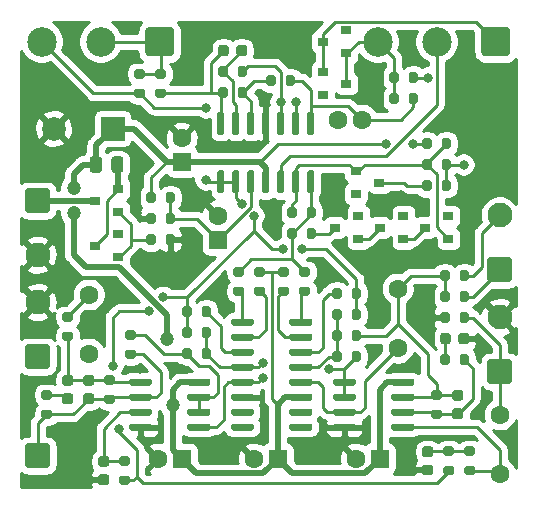
<source format=gbr>
%TF.GenerationSoftware,KiCad,Pcbnew,5.1.9*%
%TF.CreationDate,2021-04-12T02:58:06-04:00*%
%TF.ProjectId,rog_tri-vibe,726f675f-7472-4692-9d76-6962652e6b69,rev?*%
%TF.SameCoordinates,Original*%
%TF.FileFunction,Copper,L1,Top*%
%TF.FilePolarity,Positive*%
%FSLAX46Y46*%
G04 Gerber Fmt 4.6, Leading zero omitted, Abs format (unit mm)*
G04 Created by KiCad (PCBNEW 5.1.9) date 2021-04-12 02:58:06*
%MOMM*%
%LPD*%
G01*
G04 APERTURE LIST*
%TA.AperFunction,ComponentPad*%
%ADD10C,1.600000*%
%TD*%
%TA.AperFunction,ComponentPad*%
%ADD11R,1.600000X1.600000*%
%TD*%
%TA.AperFunction,ComponentPad*%
%ADD12C,2.500000*%
%TD*%
%TA.AperFunction,SMDPad,CuDef*%
%ADD13R,0.900000X0.800000*%
%TD*%
%TA.AperFunction,ComponentPad*%
%ADD14C,2.100000*%
%TD*%
%TA.AperFunction,ComponentPad*%
%ADD15R,2.000000X2.000000*%
%TD*%
%TA.AperFunction,ComponentPad*%
%ADD16C,2.000000*%
%TD*%
%TA.AperFunction,ViaPad*%
%ADD17C,0.800000*%
%TD*%
%TA.AperFunction,ViaPad*%
%ADD18C,1.200000*%
%TD*%
%TA.AperFunction,Conductor*%
%ADD19C,0.250000*%
%TD*%
%TA.AperFunction,Conductor*%
%ADD20C,0.500000*%
%TD*%
%TA.AperFunction,Conductor*%
%ADD21C,0.254000*%
%TD*%
%TA.AperFunction,Conductor*%
%ADD22C,0.100000*%
%TD*%
G04 APERTURE END LIST*
%TO.P,C18,2*%
%TO.N,Net-(C18-Pad2)*%
%TA.AperFunction,SMDPad,CuDef*%
G36*
G01*
X134624000Y-104973000D02*
X135124000Y-104973000D01*
G75*
G02*
X135349000Y-105198000I0J-225000D01*
G01*
X135349000Y-105648000D01*
G75*
G02*
X135124000Y-105873000I-225000J0D01*
G01*
X134624000Y-105873000D01*
G75*
G02*
X134399000Y-105648000I0J225000D01*
G01*
X134399000Y-105198000D01*
G75*
G02*
X134624000Y-104973000I225000J0D01*
G01*
G37*
%TD.AperFunction*%
%TO.P,C18,1*%
%TO.N,Net-(C14-Pad2)*%
%TA.AperFunction,SMDPad,CuDef*%
G36*
G01*
X134624000Y-103423000D02*
X135124000Y-103423000D01*
G75*
G02*
X135349000Y-103648000I0J-225000D01*
G01*
X135349000Y-104098000D01*
G75*
G02*
X135124000Y-104323000I-225000J0D01*
G01*
X134624000Y-104323000D01*
G75*
G02*
X134399000Y-104098000I0J225000D01*
G01*
X134399000Y-103648000D01*
G75*
G02*
X134624000Y-103423000I225000J0D01*
G01*
G37*
%TD.AperFunction*%
%TD*%
%TO.P,C17,1*%
%TO.N,Net-(C17-Pad1)*%
%TA.AperFunction,SMDPad,CuDef*%
G36*
G01*
X165866000Y-104693000D02*
X166366000Y-104693000D01*
G75*
G02*
X166591000Y-104918000I0J-225000D01*
G01*
X166591000Y-105368000D01*
G75*
G02*
X166366000Y-105593000I-225000J0D01*
G01*
X165866000Y-105593000D01*
G75*
G02*
X165641000Y-105368000I0J225000D01*
G01*
X165641000Y-104918000D01*
G75*
G02*
X165866000Y-104693000I225000J0D01*
G01*
G37*
%TD.AperFunction*%
%TO.P,C17,2*%
%TO.N,Net-(C17-Pad2)*%
%TA.AperFunction,SMDPad,CuDef*%
G36*
G01*
X165866000Y-106243000D02*
X166366000Y-106243000D01*
G75*
G02*
X166591000Y-106468000I0J-225000D01*
G01*
X166591000Y-106918000D01*
G75*
G02*
X166366000Y-107143000I-225000J0D01*
G01*
X165866000Y-107143000D01*
G75*
G02*
X165641000Y-106918000I0J225000D01*
G01*
X165641000Y-106468000D01*
G75*
G02*
X165866000Y-106243000I225000J0D01*
G01*
G37*
%TD.AperFunction*%
%TD*%
%TO.P,C9,1*%
%TO.N,Net-(C9-Pad1)*%
%TA.AperFunction,SMDPad,CuDef*%
G36*
G01*
X145841000Y-76196000D02*
X145841000Y-75696000D01*
G75*
G02*
X146066000Y-75471000I225000J0D01*
G01*
X146516000Y-75471000D01*
G75*
G02*
X146741000Y-75696000I0J-225000D01*
G01*
X146741000Y-76196000D01*
G75*
G02*
X146516000Y-76421000I-225000J0D01*
G01*
X146066000Y-76421000D01*
G75*
G02*
X145841000Y-76196000I0J225000D01*
G01*
G37*
%TD.AperFunction*%
%TO.P,C9,2*%
%TO.N,Net-(C9-Pad2)*%
%TA.AperFunction,SMDPad,CuDef*%
G36*
G01*
X147391000Y-76196000D02*
X147391000Y-75696000D01*
G75*
G02*
X147616000Y-75471000I225000J0D01*
G01*
X148066000Y-75471000D01*
G75*
G02*
X148291000Y-75696000I0J-225000D01*
G01*
X148291000Y-76196000D01*
G75*
G02*
X148066000Y-76421000I-225000J0D01*
G01*
X147616000Y-76421000D01*
G75*
G02*
X147391000Y-76196000I0J225000D01*
G01*
G37*
%TD.AperFunction*%
%TD*%
%TO.P,U4,8*%
%TO.N,VCC*%
%TA.AperFunction,SMDPad,CuDef*%
G36*
G01*
X143232000Y-104163000D02*
X143232000Y-103863000D01*
G75*
G02*
X143382000Y-103713000I150000J0D01*
G01*
X145032000Y-103713000D01*
G75*
G02*
X145182000Y-103863000I0J-150000D01*
G01*
X145182000Y-104163000D01*
G75*
G02*
X145032000Y-104313000I-150000J0D01*
G01*
X143382000Y-104313000D01*
G75*
G02*
X143232000Y-104163000I0J150000D01*
G01*
G37*
%TD.AperFunction*%
%TO.P,U4,7*%
%TO.N,Net-(R27-Pad1)*%
%TA.AperFunction,SMDPad,CuDef*%
G36*
G01*
X143232000Y-105433000D02*
X143232000Y-105133000D01*
G75*
G02*
X143382000Y-104983000I150000J0D01*
G01*
X145032000Y-104983000D01*
G75*
G02*
X145182000Y-105133000I0J-150000D01*
G01*
X145182000Y-105433000D01*
G75*
G02*
X145032000Y-105583000I-150000J0D01*
G01*
X143382000Y-105583000D01*
G75*
G02*
X143232000Y-105433000I0J150000D01*
G01*
G37*
%TD.AperFunction*%
%TO.P,U4,6*%
%TA.AperFunction,SMDPad,CuDef*%
G36*
G01*
X143232000Y-106703000D02*
X143232000Y-106403000D01*
G75*
G02*
X143382000Y-106253000I150000J0D01*
G01*
X145032000Y-106253000D01*
G75*
G02*
X145182000Y-106403000I0J-150000D01*
G01*
X145182000Y-106703000D01*
G75*
G02*
X145032000Y-106853000I-150000J0D01*
G01*
X143382000Y-106853000D01*
G75*
G02*
X143232000Y-106703000I0J150000D01*
G01*
G37*
%TD.AperFunction*%
%TO.P,U4,5*%
%TO.N,Net-(C12-Pad1)*%
%TA.AperFunction,SMDPad,CuDef*%
G36*
G01*
X143232000Y-107973000D02*
X143232000Y-107673000D01*
G75*
G02*
X143382000Y-107523000I150000J0D01*
G01*
X145032000Y-107523000D01*
G75*
G02*
X145182000Y-107673000I0J-150000D01*
G01*
X145182000Y-107973000D01*
G75*
G02*
X145032000Y-108123000I-150000J0D01*
G01*
X143382000Y-108123000D01*
G75*
G02*
X143232000Y-107973000I0J150000D01*
G01*
G37*
%TD.AperFunction*%
%TO.P,U4,4*%
%TO.N,GND*%
%TA.AperFunction,SMDPad,CuDef*%
G36*
G01*
X138282000Y-107973000D02*
X138282000Y-107673000D01*
G75*
G02*
X138432000Y-107523000I150000J0D01*
G01*
X140082000Y-107523000D01*
G75*
G02*
X140232000Y-107673000I0J-150000D01*
G01*
X140232000Y-107973000D01*
G75*
G02*
X140082000Y-108123000I-150000J0D01*
G01*
X138432000Y-108123000D01*
G75*
G02*
X138282000Y-107973000I0J150000D01*
G01*
G37*
%TD.AperFunction*%
%TO.P,U4,3*%
%TO.N,Net-(C13-Pad1)*%
%TA.AperFunction,SMDPad,CuDef*%
G36*
G01*
X138282000Y-106703000D02*
X138282000Y-106403000D01*
G75*
G02*
X138432000Y-106253000I150000J0D01*
G01*
X140082000Y-106253000D01*
G75*
G02*
X140232000Y-106403000I0J-150000D01*
G01*
X140232000Y-106703000D01*
G75*
G02*
X140082000Y-106853000I-150000J0D01*
G01*
X138432000Y-106853000D01*
G75*
G02*
X138282000Y-106703000I0J150000D01*
G01*
G37*
%TD.AperFunction*%
%TO.P,U4,2*%
%TO.N,Net-(C18-Pad2)*%
%TA.AperFunction,SMDPad,CuDef*%
G36*
G01*
X138282000Y-105433000D02*
X138282000Y-105133000D01*
G75*
G02*
X138432000Y-104983000I150000J0D01*
G01*
X140082000Y-104983000D01*
G75*
G02*
X140232000Y-105133000I0J-150000D01*
G01*
X140232000Y-105433000D01*
G75*
G02*
X140082000Y-105583000I-150000J0D01*
G01*
X138432000Y-105583000D01*
G75*
G02*
X138282000Y-105433000I0J150000D01*
G01*
G37*
%TD.AperFunction*%
%TO.P,U4,1*%
%TO.N,Net-(C14-Pad2)*%
%TA.AperFunction,SMDPad,CuDef*%
G36*
G01*
X138282000Y-104163000D02*
X138282000Y-103863000D01*
G75*
G02*
X138432000Y-103713000I150000J0D01*
G01*
X140082000Y-103713000D01*
G75*
G02*
X140232000Y-103863000I0J-150000D01*
G01*
X140232000Y-104163000D01*
G75*
G02*
X140082000Y-104313000I-150000J0D01*
G01*
X138432000Y-104313000D01*
G75*
G02*
X138282000Y-104163000I0J150000D01*
G01*
G37*
%TD.AperFunction*%
%TD*%
%TO.P,U2,8*%
%TO.N,VCC*%
%TA.AperFunction,SMDPad,CuDef*%
G36*
G01*
X160504000Y-104163000D02*
X160504000Y-103863000D01*
G75*
G02*
X160654000Y-103713000I150000J0D01*
G01*
X162304000Y-103713000D01*
G75*
G02*
X162454000Y-103863000I0J-150000D01*
G01*
X162454000Y-104163000D01*
G75*
G02*
X162304000Y-104313000I-150000J0D01*
G01*
X160654000Y-104313000D01*
G75*
G02*
X160504000Y-104163000I0J150000D01*
G01*
G37*
%TD.AperFunction*%
%TO.P,U2,7*%
%TO.N,Net-(C17-Pad1)*%
%TA.AperFunction,SMDPad,CuDef*%
G36*
G01*
X160504000Y-105433000D02*
X160504000Y-105133000D01*
G75*
G02*
X160654000Y-104983000I150000J0D01*
G01*
X162304000Y-104983000D01*
G75*
G02*
X162454000Y-105133000I0J-150000D01*
G01*
X162454000Y-105433000D01*
G75*
G02*
X162304000Y-105583000I-150000J0D01*
G01*
X160654000Y-105583000D01*
G75*
G02*
X160504000Y-105433000I0J150000D01*
G01*
G37*
%TD.AperFunction*%
%TO.P,U2,6*%
%TO.N,Net-(C17-Pad2)*%
%TA.AperFunction,SMDPad,CuDef*%
G36*
G01*
X160504000Y-106703000D02*
X160504000Y-106403000D01*
G75*
G02*
X160654000Y-106253000I150000J0D01*
G01*
X162304000Y-106253000D01*
G75*
G02*
X162454000Y-106403000I0J-150000D01*
G01*
X162454000Y-106703000D01*
G75*
G02*
X162304000Y-106853000I-150000J0D01*
G01*
X160654000Y-106853000D01*
G75*
G02*
X160504000Y-106703000I0J150000D01*
G01*
G37*
%TD.AperFunction*%
%TO.P,U2,5*%
%TO.N,Net-(C3-Pad1)*%
%TA.AperFunction,SMDPad,CuDef*%
G36*
G01*
X160504000Y-107973000D02*
X160504000Y-107673000D01*
G75*
G02*
X160654000Y-107523000I150000J0D01*
G01*
X162304000Y-107523000D01*
G75*
G02*
X162454000Y-107673000I0J-150000D01*
G01*
X162454000Y-107973000D01*
G75*
G02*
X162304000Y-108123000I-150000J0D01*
G01*
X160654000Y-108123000D01*
G75*
G02*
X160504000Y-107973000I0J150000D01*
G01*
G37*
%TD.AperFunction*%
%TO.P,U2,4*%
%TO.N,GND*%
%TA.AperFunction,SMDPad,CuDef*%
G36*
G01*
X155554000Y-107973000D02*
X155554000Y-107673000D01*
G75*
G02*
X155704000Y-107523000I150000J0D01*
G01*
X157354000Y-107523000D01*
G75*
G02*
X157504000Y-107673000I0J-150000D01*
G01*
X157504000Y-107973000D01*
G75*
G02*
X157354000Y-108123000I-150000J0D01*
G01*
X155704000Y-108123000D01*
G75*
G02*
X155554000Y-107973000I0J150000D01*
G01*
G37*
%TD.AperFunction*%
%TO.P,U2,3*%
%TO.N,Net-(C7-Pad1)*%
%TA.AperFunction,SMDPad,CuDef*%
G36*
G01*
X155554000Y-106703000D02*
X155554000Y-106403000D01*
G75*
G02*
X155704000Y-106253000I150000J0D01*
G01*
X157354000Y-106253000D01*
G75*
G02*
X157504000Y-106403000I0J-150000D01*
G01*
X157504000Y-106703000D01*
G75*
G02*
X157354000Y-106853000I-150000J0D01*
G01*
X155704000Y-106853000D01*
G75*
G02*
X155554000Y-106703000I0J150000D01*
G01*
G37*
%TD.AperFunction*%
%TO.P,U2,2*%
%TO.N,Net-(C12-Pad2)*%
%TA.AperFunction,SMDPad,CuDef*%
G36*
G01*
X155554000Y-105433000D02*
X155554000Y-105133000D01*
G75*
G02*
X155704000Y-104983000I150000J0D01*
G01*
X157354000Y-104983000D01*
G75*
G02*
X157504000Y-105133000I0J-150000D01*
G01*
X157504000Y-105433000D01*
G75*
G02*
X157354000Y-105583000I-150000J0D01*
G01*
X155704000Y-105583000D01*
G75*
G02*
X155554000Y-105433000I0J150000D01*
G01*
G37*
%TD.AperFunction*%
%TO.P,U2,1*%
%TA.AperFunction,SMDPad,CuDef*%
G36*
G01*
X155554000Y-104163000D02*
X155554000Y-103863000D01*
G75*
G02*
X155704000Y-103713000I150000J0D01*
G01*
X157354000Y-103713000D01*
G75*
G02*
X157504000Y-103863000I0J-150000D01*
G01*
X157504000Y-104163000D01*
G75*
G02*
X157354000Y-104313000I-150000J0D01*
G01*
X155704000Y-104313000D01*
G75*
G02*
X155554000Y-104163000I0J150000D01*
G01*
G37*
%TD.AperFunction*%
%TD*%
D10*
%TO.P,C16,2*%
%TO.N,GND*%
X157512000Y-110490000D03*
D11*
%TO.P,C16,1*%
%TO.N,VCC*%
X159512000Y-110490000D03*
%TD*%
%TO.P,U3,16*%
%TO.N,Net-(R18-Pad1)*%
%TA.AperFunction,SMDPad,CuDef*%
G36*
G01*
X151868000Y-99083000D02*
X151868000Y-98783000D01*
G75*
G02*
X152018000Y-98633000I150000J0D01*
G01*
X153668000Y-98633000D01*
G75*
G02*
X153818000Y-98783000I0J-150000D01*
G01*
X153818000Y-99083000D01*
G75*
G02*
X153668000Y-99233000I-150000J0D01*
G01*
X152018000Y-99233000D01*
G75*
G02*
X151868000Y-99083000I0J150000D01*
G01*
G37*
%TD.AperFunction*%
%TO.P,U3,15*%
%TO.N,Net-(R14-Pad1)*%
%TA.AperFunction,SMDPad,CuDef*%
G36*
G01*
X151868000Y-100353000D02*
X151868000Y-100053000D01*
G75*
G02*
X152018000Y-99903000I150000J0D01*
G01*
X153668000Y-99903000D01*
G75*
G02*
X153818000Y-100053000I0J-150000D01*
G01*
X153818000Y-100353000D01*
G75*
G02*
X153668000Y-100503000I-150000J0D01*
G01*
X152018000Y-100503000D01*
G75*
G02*
X151868000Y-100353000I0J150000D01*
G01*
G37*
%TD.AperFunction*%
%TO.P,U3,14*%
%TO.N,Net-(R15-Pad2)*%
%TA.AperFunction,SMDPad,CuDef*%
G36*
G01*
X151868000Y-101623000D02*
X151868000Y-101323000D01*
G75*
G02*
X152018000Y-101173000I150000J0D01*
G01*
X153668000Y-101173000D01*
G75*
G02*
X153818000Y-101323000I0J-150000D01*
G01*
X153818000Y-101623000D01*
G75*
G02*
X153668000Y-101773000I-150000J0D01*
G01*
X152018000Y-101773000D01*
G75*
G02*
X151868000Y-101623000I0J150000D01*
G01*
G37*
%TD.AperFunction*%
%TO.P,U3,13*%
%TO.N,Net-(R12-Pad1)*%
%TA.AperFunction,SMDPad,CuDef*%
G36*
G01*
X151868000Y-102893000D02*
X151868000Y-102593000D01*
G75*
G02*
X152018000Y-102443000I150000J0D01*
G01*
X153668000Y-102443000D01*
G75*
G02*
X153818000Y-102593000I0J-150000D01*
G01*
X153818000Y-102893000D01*
G75*
G02*
X153668000Y-103043000I-150000J0D01*
G01*
X152018000Y-103043000D01*
G75*
G02*
X151868000Y-102893000I0J150000D01*
G01*
G37*
%TD.AperFunction*%
%TO.P,U3,12*%
%TO.N,Net-(C7-Pad1)*%
%TA.AperFunction,SMDPad,CuDef*%
G36*
G01*
X151868000Y-104163000D02*
X151868000Y-103863000D01*
G75*
G02*
X152018000Y-103713000I150000J0D01*
G01*
X153668000Y-103713000D01*
G75*
G02*
X153818000Y-103863000I0J-150000D01*
G01*
X153818000Y-104163000D01*
G75*
G02*
X153668000Y-104313000I-150000J0D01*
G01*
X152018000Y-104313000D01*
G75*
G02*
X151868000Y-104163000I0J150000D01*
G01*
G37*
%TD.AperFunction*%
%TO.P,U3,11*%
%TO.N,VCC*%
%TA.AperFunction,SMDPad,CuDef*%
G36*
G01*
X151868000Y-105433000D02*
X151868000Y-105133000D01*
G75*
G02*
X152018000Y-104983000I150000J0D01*
G01*
X153668000Y-104983000D01*
G75*
G02*
X153818000Y-105133000I0J-150000D01*
G01*
X153818000Y-105433000D01*
G75*
G02*
X153668000Y-105583000I-150000J0D01*
G01*
X152018000Y-105583000D01*
G75*
G02*
X151868000Y-105433000I0J150000D01*
G01*
G37*
%TD.AperFunction*%
%TO.P,U3,10*%
%TO.N,Net-(U3-Pad10)*%
%TA.AperFunction,SMDPad,CuDef*%
G36*
G01*
X151868000Y-106703000D02*
X151868000Y-106403000D01*
G75*
G02*
X152018000Y-106253000I150000J0D01*
G01*
X153668000Y-106253000D01*
G75*
G02*
X153818000Y-106403000I0J-150000D01*
G01*
X153818000Y-106703000D01*
G75*
G02*
X153668000Y-106853000I-150000J0D01*
G01*
X152018000Y-106853000D01*
G75*
G02*
X151868000Y-106703000I0J150000D01*
G01*
G37*
%TD.AperFunction*%
%TO.P,U3,9*%
%TO.N,Net-(U3-Pad9)*%
%TA.AperFunction,SMDPad,CuDef*%
G36*
G01*
X151868000Y-107973000D02*
X151868000Y-107673000D01*
G75*
G02*
X152018000Y-107523000I150000J0D01*
G01*
X153668000Y-107523000D01*
G75*
G02*
X153818000Y-107673000I0J-150000D01*
G01*
X153818000Y-107973000D01*
G75*
G02*
X153668000Y-108123000I-150000J0D01*
G01*
X152018000Y-108123000D01*
G75*
G02*
X151868000Y-107973000I0J150000D01*
G01*
G37*
%TD.AperFunction*%
%TO.P,U3,8*%
%TO.N,Net-(U3-Pad8)*%
%TA.AperFunction,SMDPad,CuDef*%
G36*
G01*
X146918000Y-107973000D02*
X146918000Y-107673000D01*
G75*
G02*
X147068000Y-107523000I150000J0D01*
G01*
X148718000Y-107523000D01*
G75*
G02*
X148868000Y-107673000I0J-150000D01*
G01*
X148868000Y-107973000D01*
G75*
G02*
X148718000Y-108123000I-150000J0D01*
G01*
X147068000Y-108123000D01*
G75*
G02*
X146918000Y-107973000I0J150000D01*
G01*
G37*
%TD.AperFunction*%
%TO.P,U3,7*%
%TO.N,Net-(U3-Pad7)*%
%TA.AperFunction,SMDPad,CuDef*%
G36*
G01*
X146918000Y-106703000D02*
X146918000Y-106403000D01*
G75*
G02*
X147068000Y-106253000I150000J0D01*
G01*
X148718000Y-106253000D01*
G75*
G02*
X148868000Y-106403000I0J-150000D01*
G01*
X148868000Y-106703000D01*
G75*
G02*
X148718000Y-106853000I-150000J0D01*
G01*
X147068000Y-106853000D01*
G75*
G02*
X146918000Y-106703000I0J150000D01*
G01*
G37*
%TD.AperFunction*%
%TO.P,U3,6*%
%TO.N,GND*%
%TA.AperFunction,SMDPad,CuDef*%
G36*
G01*
X146918000Y-105433000D02*
X146918000Y-105133000D01*
G75*
G02*
X147068000Y-104983000I150000J0D01*
G01*
X148718000Y-104983000D01*
G75*
G02*
X148868000Y-105133000I0J-150000D01*
G01*
X148868000Y-105433000D01*
G75*
G02*
X148718000Y-105583000I-150000J0D01*
G01*
X147068000Y-105583000D01*
G75*
G02*
X146918000Y-105433000I0J150000D01*
G01*
G37*
%TD.AperFunction*%
%TO.P,U3,5*%
%TO.N,Net-(C12-Pad1)*%
%TA.AperFunction,SMDPad,CuDef*%
G36*
G01*
X146918000Y-104163000D02*
X146918000Y-103863000D01*
G75*
G02*
X147068000Y-103713000I150000J0D01*
G01*
X148718000Y-103713000D01*
G75*
G02*
X148868000Y-103863000I0J-150000D01*
G01*
X148868000Y-104163000D01*
G75*
G02*
X148718000Y-104313000I-150000J0D01*
G01*
X147068000Y-104313000D01*
G75*
G02*
X146918000Y-104163000I0J150000D01*
G01*
G37*
%TD.AperFunction*%
%TO.P,U3,4*%
%TO.N,Net-(R22-Pad1)*%
%TA.AperFunction,SMDPad,CuDef*%
G36*
G01*
X146918000Y-102893000D02*
X146918000Y-102593000D01*
G75*
G02*
X147068000Y-102443000I150000J0D01*
G01*
X148718000Y-102443000D01*
G75*
G02*
X148868000Y-102593000I0J-150000D01*
G01*
X148868000Y-102893000D01*
G75*
G02*
X148718000Y-103043000I-150000J0D01*
G01*
X147068000Y-103043000D01*
G75*
G02*
X146918000Y-102893000I0J150000D01*
G01*
G37*
%TD.AperFunction*%
%TO.P,U3,3*%
%TO.N,Net-(R26-Pad2)*%
%TA.AperFunction,SMDPad,CuDef*%
G36*
G01*
X146918000Y-101623000D02*
X146918000Y-101323000D01*
G75*
G02*
X147068000Y-101173000I150000J0D01*
G01*
X148718000Y-101173000D01*
G75*
G02*
X148868000Y-101323000I0J-150000D01*
G01*
X148868000Y-101623000D01*
G75*
G02*
X148718000Y-101773000I-150000J0D01*
G01*
X147068000Y-101773000D01*
G75*
G02*
X146918000Y-101623000I0J150000D01*
G01*
G37*
%TD.AperFunction*%
%TO.P,U3,2*%
%TO.N,Net-(R25-Pad1)*%
%TA.AperFunction,SMDPad,CuDef*%
G36*
G01*
X146918000Y-100353000D02*
X146918000Y-100053000D01*
G75*
G02*
X147068000Y-99903000I150000J0D01*
G01*
X148718000Y-99903000D01*
G75*
G02*
X148868000Y-100053000I0J-150000D01*
G01*
X148868000Y-100353000D01*
G75*
G02*
X148718000Y-100503000I-150000J0D01*
G01*
X147068000Y-100503000D01*
G75*
G02*
X146918000Y-100353000I0J150000D01*
G01*
G37*
%TD.AperFunction*%
%TO.P,U3,1*%
%TO.N,Net-(R29-Pad1)*%
%TA.AperFunction,SMDPad,CuDef*%
G36*
G01*
X146918000Y-99083000D02*
X146918000Y-98783000D01*
G75*
G02*
X147068000Y-98633000I150000J0D01*
G01*
X148718000Y-98633000D01*
G75*
G02*
X148868000Y-98783000I0J-150000D01*
G01*
X148868000Y-99083000D01*
G75*
G02*
X148718000Y-99233000I-150000J0D01*
G01*
X147068000Y-99233000D01*
G75*
G02*
X146918000Y-99083000I0J150000D01*
G01*
G37*
%TD.AperFunction*%
%TD*%
%TO.P,U1,1*%
%TO.N,Vbias*%
%TA.AperFunction,SMDPad,CuDef*%
G36*
G01*
X146200000Y-88032000D02*
X145900000Y-88032000D01*
G75*
G02*
X145750000Y-87882000I0J150000D01*
G01*
X145750000Y-86232000D01*
G75*
G02*
X145900000Y-86082000I150000J0D01*
G01*
X146200000Y-86082000D01*
G75*
G02*
X146350000Y-86232000I0J-150000D01*
G01*
X146350000Y-87882000D01*
G75*
G02*
X146200000Y-88032000I-150000J0D01*
G01*
G37*
%TD.AperFunction*%
%TO.P,U1,2*%
%TA.AperFunction,SMDPad,CuDef*%
G36*
G01*
X147470000Y-88032000D02*
X147170000Y-88032000D01*
G75*
G02*
X147020000Y-87882000I0J150000D01*
G01*
X147020000Y-86232000D01*
G75*
G02*
X147170000Y-86082000I150000J0D01*
G01*
X147470000Y-86082000D01*
G75*
G02*
X147620000Y-86232000I0J-150000D01*
G01*
X147620000Y-87882000D01*
G75*
G02*
X147470000Y-88032000I-150000J0D01*
G01*
G37*
%TD.AperFunction*%
%TO.P,U1,3*%
%TO.N,Net-(C1-Pad1)*%
%TA.AperFunction,SMDPad,CuDef*%
G36*
G01*
X148740000Y-88032000D02*
X148440000Y-88032000D01*
G75*
G02*
X148290000Y-87882000I0J150000D01*
G01*
X148290000Y-86232000D01*
G75*
G02*
X148440000Y-86082000I150000J0D01*
G01*
X148740000Y-86082000D01*
G75*
G02*
X148890000Y-86232000I0J-150000D01*
G01*
X148890000Y-87882000D01*
G75*
G02*
X148740000Y-88032000I-150000J0D01*
G01*
G37*
%TD.AperFunction*%
%TO.P,U1,4*%
%TO.N,VCC*%
%TA.AperFunction,SMDPad,CuDef*%
G36*
G01*
X150010000Y-88032000D02*
X149710000Y-88032000D01*
G75*
G02*
X149560000Y-87882000I0J150000D01*
G01*
X149560000Y-86232000D01*
G75*
G02*
X149710000Y-86082000I150000J0D01*
G01*
X150010000Y-86082000D01*
G75*
G02*
X150160000Y-86232000I0J-150000D01*
G01*
X150160000Y-87882000D01*
G75*
G02*
X150010000Y-88032000I-150000J0D01*
G01*
G37*
%TD.AperFunction*%
%TO.P,U1,5*%
%TO.N,Net-(RV2-Pad2)*%
%TA.AperFunction,SMDPad,CuDef*%
G36*
G01*
X151280000Y-88032000D02*
X150980000Y-88032000D01*
G75*
G02*
X150830000Y-87882000I0J150000D01*
G01*
X150830000Y-86232000D01*
G75*
G02*
X150980000Y-86082000I150000J0D01*
G01*
X151280000Y-86082000D01*
G75*
G02*
X151430000Y-86232000I0J-150000D01*
G01*
X151430000Y-87882000D01*
G75*
G02*
X151280000Y-88032000I-150000J0D01*
G01*
G37*
%TD.AperFunction*%
%TO.P,U1,6*%
%TO.N,Net-(D3-Pad2)*%
%TA.AperFunction,SMDPad,CuDef*%
G36*
G01*
X152550000Y-88032000D02*
X152250000Y-88032000D01*
G75*
G02*
X152100000Y-87882000I0J150000D01*
G01*
X152100000Y-86232000D01*
G75*
G02*
X152250000Y-86082000I150000J0D01*
G01*
X152550000Y-86082000D01*
G75*
G02*
X152700000Y-86232000I0J-150000D01*
G01*
X152700000Y-87882000D01*
G75*
G02*
X152550000Y-88032000I-150000J0D01*
G01*
G37*
%TD.AperFunction*%
%TO.P,U1,7*%
%TO.N,LFO*%
%TA.AperFunction,SMDPad,CuDef*%
G36*
G01*
X153820000Y-88032000D02*
X153520000Y-88032000D01*
G75*
G02*
X153370000Y-87882000I0J150000D01*
G01*
X153370000Y-86232000D01*
G75*
G02*
X153520000Y-86082000I150000J0D01*
G01*
X153820000Y-86082000D01*
G75*
G02*
X153970000Y-86232000I0J-150000D01*
G01*
X153970000Y-87882000D01*
G75*
G02*
X153820000Y-88032000I-150000J0D01*
G01*
G37*
%TD.AperFunction*%
%TO.P,U1,8*%
%TO.N,Net-(C11-Pad1)*%
%TA.AperFunction,SMDPad,CuDef*%
G36*
G01*
X153820000Y-83082000D02*
X153520000Y-83082000D01*
G75*
G02*
X153370000Y-82932000I0J150000D01*
G01*
X153370000Y-81282000D01*
G75*
G02*
X153520000Y-81132000I150000J0D01*
G01*
X153820000Y-81132000D01*
G75*
G02*
X153970000Y-81282000I0J-150000D01*
G01*
X153970000Y-82932000D01*
G75*
G02*
X153820000Y-83082000I-150000J0D01*
G01*
G37*
%TD.AperFunction*%
%TO.P,U1,9*%
%TO.N,Net-(C11-Pad2)*%
%TA.AperFunction,SMDPad,CuDef*%
G36*
G01*
X152550000Y-83082000D02*
X152250000Y-83082000D01*
G75*
G02*
X152100000Y-82932000I0J150000D01*
G01*
X152100000Y-81282000D01*
G75*
G02*
X152250000Y-81132000I150000J0D01*
G01*
X152550000Y-81132000D01*
G75*
G02*
X152700000Y-81282000I0J-150000D01*
G01*
X152700000Y-82932000D01*
G75*
G02*
X152550000Y-83082000I-150000J0D01*
G01*
G37*
%TD.AperFunction*%
%TO.P,U1,10*%
%TO.N,Vbias*%
%TA.AperFunction,SMDPad,CuDef*%
G36*
G01*
X151280000Y-83082000D02*
X150980000Y-83082000D01*
G75*
G02*
X150830000Y-82932000I0J150000D01*
G01*
X150830000Y-81282000D01*
G75*
G02*
X150980000Y-81132000I150000J0D01*
G01*
X151280000Y-81132000D01*
G75*
G02*
X151430000Y-81282000I0J-150000D01*
G01*
X151430000Y-82932000D01*
G75*
G02*
X151280000Y-83082000I-150000J0D01*
G01*
G37*
%TD.AperFunction*%
%TO.P,U1,11*%
%TO.N,GND*%
%TA.AperFunction,SMDPad,CuDef*%
G36*
G01*
X150010000Y-83082000D02*
X149710000Y-83082000D01*
G75*
G02*
X149560000Y-82932000I0J150000D01*
G01*
X149560000Y-81282000D01*
G75*
G02*
X149710000Y-81132000I150000J0D01*
G01*
X150010000Y-81132000D01*
G75*
G02*
X150160000Y-81282000I0J-150000D01*
G01*
X150160000Y-82932000D01*
G75*
G02*
X150010000Y-83082000I-150000J0D01*
G01*
G37*
%TD.AperFunction*%
%TO.P,U1,12*%
%TO.N,Net-(R19-Pad2)*%
%TA.AperFunction,SMDPad,CuDef*%
G36*
G01*
X148740000Y-83082000D02*
X148440000Y-83082000D01*
G75*
G02*
X148290000Y-82932000I0J150000D01*
G01*
X148290000Y-81282000D01*
G75*
G02*
X148440000Y-81132000I150000J0D01*
G01*
X148740000Y-81132000D01*
G75*
G02*
X148890000Y-81282000I0J-150000D01*
G01*
X148890000Y-82932000D01*
G75*
G02*
X148740000Y-83082000I-150000J0D01*
G01*
G37*
%TD.AperFunction*%
%TO.P,U1,13*%
%TO.N,Net-(C9-Pad2)*%
%TA.AperFunction,SMDPad,CuDef*%
G36*
G01*
X147470000Y-83082000D02*
X147170000Y-83082000D01*
G75*
G02*
X147020000Y-82932000I0J150000D01*
G01*
X147020000Y-81282000D01*
G75*
G02*
X147170000Y-81132000I150000J0D01*
G01*
X147470000Y-81132000D01*
G75*
G02*
X147620000Y-81282000I0J-150000D01*
G01*
X147620000Y-82932000D01*
G75*
G02*
X147470000Y-83082000I-150000J0D01*
G01*
G37*
%TD.AperFunction*%
%TO.P,U1,14*%
%TO.N,Net-(C9-Pad1)*%
%TA.AperFunction,SMDPad,CuDef*%
G36*
G01*
X146200000Y-83082000D02*
X145900000Y-83082000D01*
G75*
G02*
X145750000Y-82932000I0J150000D01*
G01*
X145750000Y-81282000D01*
G75*
G02*
X145900000Y-81132000I150000J0D01*
G01*
X146200000Y-81132000D01*
G75*
G02*
X146350000Y-81282000I0J-150000D01*
G01*
X146350000Y-82932000D01*
G75*
G02*
X146200000Y-83082000I-150000J0D01*
G01*
G37*
%TD.AperFunction*%
%TD*%
%TO.P,RV2,1*%
%TO.N,Vbias*%
%TA.AperFunction,ComponentPad*%
G36*
G01*
X168088000Y-76059000D02*
X168088000Y-74309000D01*
G75*
G02*
X168463000Y-73934000I375000J0D01*
G01*
X170213000Y-73934000D01*
G75*
G02*
X170588000Y-74309000I0J-375000D01*
G01*
X170588000Y-76059000D01*
G75*
G02*
X170213000Y-76434000I-375000J0D01*
G01*
X168463000Y-76434000D01*
G75*
G02*
X168088000Y-76059000I0J375000D01*
G01*
G37*
%TD.AperFunction*%
D12*
%TO.P,RV2,3*%
%TO.N,Net-(D2-Pad2)*%
X159338000Y-75184000D03*
%TO.P,RV2,2*%
%TO.N,Net-(RV2-Pad2)*%
X164338000Y-75184000D03*
%TD*%
%TO.P,RV1,1*%
%TO.N,Net-(R21-Pad1)*%
%TA.AperFunction,ComponentPad*%
G36*
G01*
X139640000Y-76059000D02*
X139640000Y-74309000D01*
G75*
G02*
X140015000Y-73934000I375000J0D01*
G01*
X141765000Y-73934000D01*
G75*
G02*
X142140000Y-74309000I0J-375000D01*
G01*
X142140000Y-76059000D01*
G75*
G02*
X141765000Y-76434000I-375000J0D01*
G01*
X140015000Y-76434000D01*
G75*
G02*
X139640000Y-76059000I0J375000D01*
G01*
G37*
%TD.AperFunction*%
%TO.P,RV1,3*%
%TO.N,Net-(C11-Pad2)*%
X130890000Y-75184000D03*
%TO.P,RV1,2*%
%TO.N,Net-(R21-Pad1)*%
X135890000Y-75184000D03*
%TD*%
%TO.P,R40,1*%
%TO.N,Net-(C15-Pad2)*%
%TA.AperFunction,SMDPad,CuDef*%
G36*
G01*
X132821000Y-98089000D02*
X133371000Y-98089000D01*
G75*
G02*
X133571000Y-98289000I0J-200000D01*
G01*
X133571000Y-98689000D01*
G75*
G02*
X133371000Y-98889000I-200000J0D01*
G01*
X132821000Y-98889000D01*
G75*
G02*
X132621000Y-98689000I0J200000D01*
G01*
X132621000Y-98289000D01*
G75*
G02*
X132821000Y-98089000I200000J0D01*
G01*
G37*
%TD.AperFunction*%
%TO.P,R40,2*%
%TO.N,Net-(C14-Pad2)*%
%TA.AperFunction,SMDPad,CuDef*%
G36*
G01*
X132821000Y-99739000D02*
X133371000Y-99739000D01*
G75*
G02*
X133571000Y-99939000I0J-200000D01*
G01*
X133571000Y-100339000D01*
G75*
G02*
X133371000Y-100539000I-200000J0D01*
G01*
X132821000Y-100539000D01*
G75*
G02*
X132621000Y-100339000I0J200000D01*
G01*
X132621000Y-99939000D01*
G75*
G02*
X132821000Y-99739000I200000J0D01*
G01*
G37*
%TD.AperFunction*%
%TD*%
%TO.P,R39,2*%
%TO.N,Net-(D3-Pad2)*%
%TA.AperFunction,SMDPad,CuDef*%
G36*
G01*
X152483000Y-89387000D02*
X152483000Y-89937000D01*
G75*
G02*
X152283000Y-90137000I-200000J0D01*
G01*
X151883000Y-90137000D01*
G75*
G02*
X151683000Y-89937000I0J200000D01*
G01*
X151683000Y-89387000D01*
G75*
G02*
X151883000Y-89187000I200000J0D01*
G01*
X152283000Y-89187000D01*
G75*
G02*
X152483000Y-89387000I0J-200000D01*
G01*
G37*
%TD.AperFunction*%
%TO.P,R39,1*%
%TO.N,LFO*%
%TA.AperFunction,SMDPad,CuDef*%
G36*
G01*
X154133000Y-89387000D02*
X154133000Y-89937000D01*
G75*
G02*
X153933000Y-90137000I-200000J0D01*
G01*
X153533000Y-90137000D01*
G75*
G02*
X153333000Y-89937000I0J200000D01*
G01*
X153333000Y-89387000D01*
G75*
G02*
X153533000Y-89187000I200000J0D01*
G01*
X153933000Y-89187000D01*
G75*
G02*
X154133000Y-89387000I0J-200000D01*
G01*
G37*
%TD.AperFunction*%
%TD*%
%TO.P,R38,2*%
%TO.N,Net-(D7-Pad1)*%
%TA.AperFunction,SMDPad,CuDef*%
G36*
G01*
X153333000Y-91715000D02*
X153333000Y-91165000D01*
G75*
G02*
X153533000Y-90965000I200000J0D01*
G01*
X153933000Y-90965000D01*
G75*
G02*
X154133000Y-91165000I0J-200000D01*
G01*
X154133000Y-91715000D01*
G75*
G02*
X153933000Y-91915000I-200000J0D01*
G01*
X153533000Y-91915000D01*
G75*
G02*
X153333000Y-91715000I0J200000D01*
G01*
G37*
%TD.AperFunction*%
%TO.P,R38,1*%
%TO.N,LFO*%
%TA.AperFunction,SMDPad,CuDef*%
G36*
G01*
X151683000Y-91715000D02*
X151683000Y-91165000D01*
G75*
G02*
X151883000Y-90965000I200000J0D01*
G01*
X152283000Y-90965000D01*
G75*
G02*
X152483000Y-91165000I0J-200000D01*
G01*
X152483000Y-91715000D01*
G75*
G02*
X152283000Y-91915000I-200000J0D01*
G01*
X151883000Y-91915000D01*
G75*
G02*
X151683000Y-91715000I0J200000D01*
G01*
G37*
%TD.AperFunction*%
%TD*%
%TO.P,R37,2*%
%TO.N,Net-(C18-Pad2)*%
%TA.AperFunction,SMDPad,CuDef*%
G36*
G01*
X136377000Y-105073000D02*
X136927000Y-105073000D01*
G75*
G02*
X137127000Y-105273000I0J-200000D01*
G01*
X137127000Y-105673000D01*
G75*
G02*
X136927000Y-105873000I-200000J0D01*
G01*
X136377000Y-105873000D01*
G75*
G02*
X136177000Y-105673000I0J200000D01*
G01*
X136177000Y-105273000D01*
G75*
G02*
X136377000Y-105073000I200000J0D01*
G01*
G37*
%TD.AperFunction*%
%TO.P,R37,1*%
%TO.N,Net-(C14-Pad2)*%
%TA.AperFunction,SMDPad,CuDef*%
G36*
G01*
X136377000Y-103423000D02*
X136927000Y-103423000D01*
G75*
G02*
X137127000Y-103623000I0J-200000D01*
G01*
X137127000Y-104023000D01*
G75*
G02*
X136927000Y-104223000I-200000J0D01*
G01*
X136377000Y-104223000D01*
G75*
G02*
X136177000Y-104023000I0J200000D01*
G01*
X136177000Y-103623000D01*
G75*
G02*
X136377000Y-103423000I200000J0D01*
G01*
G37*
%TD.AperFunction*%
%TD*%
%TO.P,R36,1*%
%TO.N,Net-(C14-Pad1)*%
%TA.AperFunction,SMDPad,CuDef*%
G36*
G01*
X131043000Y-104693000D02*
X131593000Y-104693000D01*
G75*
G02*
X131793000Y-104893000I0J-200000D01*
G01*
X131793000Y-105293000D01*
G75*
G02*
X131593000Y-105493000I-200000J0D01*
G01*
X131043000Y-105493000D01*
G75*
G02*
X130843000Y-105293000I0J200000D01*
G01*
X130843000Y-104893000D01*
G75*
G02*
X131043000Y-104693000I200000J0D01*
G01*
G37*
%TD.AperFunction*%
%TO.P,R36,2*%
%TO.N,Net-(C18-Pad2)*%
%TA.AperFunction,SMDPad,CuDef*%
G36*
G01*
X131043000Y-106343000D02*
X131593000Y-106343000D01*
G75*
G02*
X131793000Y-106543000I0J-200000D01*
G01*
X131793000Y-106943000D01*
G75*
G02*
X131593000Y-107143000I-200000J0D01*
G01*
X131043000Y-107143000D01*
G75*
G02*
X130843000Y-106943000I0J200000D01*
G01*
X130843000Y-106543000D01*
G75*
G02*
X131043000Y-106343000I200000J0D01*
G01*
G37*
%TD.AperFunction*%
%TD*%
%TO.P,R35,2*%
%TO.N,Vbias*%
%TA.AperFunction,SMDPad,CuDef*%
G36*
G01*
X137647000Y-111931000D02*
X138197000Y-111931000D01*
G75*
G02*
X138397000Y-112131000I0J-200000D01*
G01*
X138397000Y-112531000D01*
G75*
G02*
X138197000Y-112731000I-200000J0D01*
G01*
X137647000Y-112731000D01*
G75*
G02*
X137447000Y-112531000I0J200000D01*
G01*
X137447000Y-112131000D01*
G75*
G02*
X137647000Y-111931000I200000J0D01*
G01*
G37*
%TD.AperFunction*%
%TO.P,R35,1*%
%TO.N,Net-(C13-Pad1)*%
%TA.AperFunction,SMDPad,CuDef*%
G36*
G01*
X137647000Y-110281000D02*
X138197000Y-110281000D01*
G75*
G02*
X138397000Y-110481000I0J-200000D01*
G01*
X138397000Y-110881000D01*
G75*
G02*
X138197000Y-111081000I-200000J0D01*
G01*
X137647000Y-111081000D01*
G75*
G02*
X137447000Y-110881000I0J200000D01*
G01*
X137447000Y-110481000D01*
G75*
G02*
X137647000Y-110281000I200000J0D01*
G01*
G37*
%TD.AperFunction*%
%TD*%
%TO.P,R34,2*%
%TO.N,Net-(R27-Pad1)*%
%TA.AperFunction,SMDPad,CuDef*%
G36*
G01*
X138705000Y-100413000D02*
X138155000Y-100413000D01*
G75*
G02*
X137955000Y-100213000I0J200000D01*
G01*
X137955000Y-99813000D01*
G75*
G02*
X138155000Y-99613000I200000J0D01*
G01*
X138705000Y-99613000D01*
G75*
G02*
X138905000Y-99813000I0J-200000D01*
G01*
X138905000Y-100213000D01*
G75*
G02*
X138705000Y-100413000I-200000J0D01*
G01*
G37*
%TD.AperFunction*%
%TO.P,R34,1*%
%TO.N,Net-(C18-Pad2)*%
%TA.AperFunction,SMDPad,CuDef*%
G36*
G01*
X138705000Y-102063000D02*
X138155000Y-102063000D01*
G75*
G02*
X137955000Y-101863000I0J200000D01*
G01*
X137955000Y-101463000D01*
G75*
G02*
X138155000Y-101263000I200000J0D01*
G01*
X138705000Y-101263000D01*
G75*
G02*
X138905000Y-101463000I0J-200000D01*
G01*
X138905000Y-101863000D01*
G75*
G02*
X138705000Y-102063000I-200000J0D01*
G01*
G37*
%TD.AperFunction*%
%TD*%
%TO.P,R33,2*%
%TO.N,Net-(D3-Pad2)*%
%TA.AperFunction,SMDPad,CuDef*%
G36*
G01*
X164763000Y-84095000D02*
X164763000Y-83545000D01*
G75*
G02*
X164963000Y-83345000I200000J0D01*
G01*
X165363000Y-83345000D01*
G75*
G02*
X165563000Y-83545000I0J-200000D01*
G01*
X165563000Y-84095000D01*
G75*
G02*
X165363000Y-84295000I-200000J0D01*
G01*
X164963000Y-84295000D01*
G75*
G02*
X164763000Y-84095000I0J200000D01*
G01*
G37*
%TD.AperFunction*%
%TO.P,R33,1*%
%TO.N,VCC*%
%TA.AperFunction,SMDPad,CuDef*%
G36*
G01*
X163113000Y-84095000D02*
X163113000Y-83545000D01*
G75*
G02*
X163313000Y-83345000I200000J0D01*
G01*
X163713000Y-83345000D01*
G75*
G02*
X163913000Y-83545000I0J-200000D01*
G01*
X163913000Y-84095000D01*
G75*
G02*
X163713000Y-84295000I-200000J0D01*
G01*
X163313000Y-84295000D01*
G75*
G02*
X163113000Y-84095000I0J200000D01*
G01*
G37*
%TD.AperFunction*%
%TD*%
%TO.P,R32,2*%
%TO.N,Vbias*%
%TA.AperFunction,SMDPad,CuDef*%
G36*
G01*
X161969000Y-78507000D02*
X161969000Y-77957000D01*
G75*
G02*
X162169000Y-77757000I200000J0D01*
G01*
X162569000Y-77757000D01*
G75*
G02*
X162769000Y-77957000I0J-200000D01*
G01*
X162769000Y-78507000D01*
G75*
G02*
X162569000Y-78707000I-200000J0D01*
G01*
X162169000Y-78707000D01*
G75*
G02*
X161969000Y-78507000I0J200000D01*
G01*
G37*
%TD.AperFunction*%
%TO.P,R32,1*%
%TO.N,Net-(D2-Pad2)*%
%TA.AperFunction,SMDPad,CuDef*%
G36*
G01*
X160319000Y-78507000D02*
X160319000Y-77957000D01*
G75*
G02*
X160519000Y-77757000I200000J0D01*
G01*
X160919000Y-77757000D01*
G75*
G02*
X161119000Y-77957000I0J-200000D01*
G01*
X161119000Y-78507000D01*
G75*
G02*
X160919000Y-78707000I-200000J0D01*
G01*
X160519000Y-78707000D01*
G75*
G02*
X160319000Y-78507000I0J200000D01*
G01*
G37*
%TD.AperFunction*%
%TD*%
%TO.P,R31,2*%
%TO.N,Vbias*%
%TA.AperFunction,SMDPad,CuDef*%
G36*
G01*
X164763000Y-85873000D02*
X164763000Y-85323000D01*
G75*
G02*
X164963000Y-85123000I200000J0D01*
G01*
X165363000Y-85123000D01*
G75*
G02*
X165563000Y-85323000I0J-200000D01*
G01*
X165563000Y-85873000D01*
G75*
G02*
X165363000Y-86073000I-200000J0D01*
G01*
X164963000Y-86073000D01*
G75*
G02*
X164763000Y-85873000I0J200000D01*
G01*
G37*
%TD.AperFunction*%
%TO.P,R31,1*%
%TO.N,Net-(D3-Pad2)*%
%TA.AperFunction,SMDPad,CuDef*%
G36*
G01*
X163113000Y-85873000D02*
X163113000Y-85323000D01*
G75*
G02*
X163313000Y-85123000I200000J0D01*
G01*
X163713000Y-85123000D01*
G75*
G02*
X163913000Y-85323000I0J-200000D01*
G01*
X163913000Y-85873000D01*
G75*
G02*
X163713000Y-86073000I-200000J0D01*
G01*
X163313000Y-86073000D01*
G75*
G02*
X163113000Y-85873000I0J200000D01*
G01*
G37*
%TD.AperFunction*%
%TD*%
%TO.P,R30,2*%
%TO.N,Vbias*%
%TA.AperFunction,SMDPad,CuDef*%
G36*
G01*
X164763000Y-87651000D02*
X164763000Y-87101000D01*
G75*
G02*
X164963000Y-86901000I200000J0D01*
G01*
X165363000Y-86901000D01*
G75*
G02*
X165563000Y-87101000I0J-200000D01*
G01*
X165563000Y-87651000D01*
G75*
G02*
X165363000Y-87851000I-200000J0D01*
G01*
X164963000Y-87851000D01*
G75*
G02*
X164763000Y-87651000I0J200000D01*
G01*
G37*
%TD.AperFunction*%
%TO.P,R30,1*%
%TO.N,Net-(D3-Pad1)*%
%TA.AperFunction,SMDPad,CuDef*%
G36*
G01*
X163113000Y-87651000D02*
X163113000Y-87101000D01*
G75*
G02*
X163313000Y-86901000I200000J0D01*
G01*
X163713000Y-86901000D01*
G75*
G02*
X163913000Y-87101000I0J-200000D01*
G01*
X163913000Y-87651000D01*
G75*
G02*
X163713000Y-87851000I-200000J0D01*
G01*
X163313000Y-87851000D01*
G75*
G02*
X163113000Y-87651000I0J200000D01*
G01*
G37*
%TD.AperFunction*%
%TD*%
%TO.P,R29,2*%
%TO.N,LFO*%
%TA.AperFunction,SMDPad,CuDef*%
G36*
G01*
X147849000Y-95079000D02*
X147299000Y-95079000D01*
G75*
G02*
X147099000Y-94879000I0J200000D01*
G01*
X147099000Y-94479000D01*
G75*
G02*
X147299000Y-94279000I200000J0D01*
G01*
X147849000Y-94279000D01*
G75*
G02*
X148049000Y-94479000I0J-200000D01*
G01*
X148049000Y-94879000D01*
G75*
G02*
X147849000Y-95079000I-200000J0D01*
G01*
G37*
%TD.AperFunction*%
%TO.P,R29,1*%
%TO.N,Net-(R29-Pad1)*%
%TA.AperFunction,SMDPad,CuDef*%
G36*
G01*
X147849000Y-96729000D02*
X147299000Y-96729000D01*
G75*
G02*
X147099000Y-96529000I0J200000D01*
G01*
X147099000Y-96129000D01*
G75*
G02*
X147299000Y-95929000I200000J0D01*
G01*
X147849000Y-95929000D01*
G75*
G02*
X148049000Y-96129000I0J-200000D01*
G01*
X148049000Y-96529000D01*
G75*
G02*
X147849000Y-96729000I-200000J0D01*
G01*
G37*
%TD.AperFunction*%
%TD*%
%TO.P,R28,2*%
%TO.N,Net-(C11-Pad1)*%
%TA.AperFunction,SMDPad,CuDef*%
G36*
G01*
X161969000Y-80285000D02*
X161969000Y-79735000D01*
G75*
G02*
X162169000Y-79535000I200000J0D01*
G01*
X162569000Y-79535000D01*
G75*
G02*
X162769000Y-79735000I0J-200000D01*
G01*
X162769000Y-80285000D01*
G75*
G02*
X162569000Y-80485000I-200000J0D01*
G01*
X162169000Y-80485000D01*
G75*
G02*
X161969000Y-80285000I0J200000D01*
G01*
G37*
%TD.AperFunction*%
%TO.P,R28,1*%
%TO.N,Net-(D2-Pad2)*%
%TA.AperFunction,SMDPad,CuDef*%
G36*
G01*
X160319000Y-80285000D02*
X160319000Y-79735000D01*
G75*
G02*
X160519000Y-79535000I200000J0D01*
G01*
X160919000Y-79535000D01*
G75*
G02*
X161119000Y-79735000I0J-200000D01*
G01*
X161119000Y-80285000D01*
G75*
G02*
X160919000Y-80485000I-200000J0D01*
G01*
X160519000Y-80485000D01*
G75*
G02*
X160319000Y-80285000I0J200000D01*
G01*
G37*
%TD.AperFunction*%
%TD*%
%TO.P,R27,1*%
%TO.N,Net-(R27-Pad1)*%
%TA.AperFunction,SMDPad,CuDef*%
G36*
G01*
X142793000Y-101875000D02*
X142793000Y-101325000D01*
G75*
G02*
X142993000Y-101125000I200000J0D01*
G01*
X143393000Y-101125000D01*
G75*
G02*
X143593000Y-101325000I0J-200000D01*
G01*
X143593000Y-101875000D01*
G75*
G02*
X143393000Y-102075000I-200000J0D01*
G01*
X142993000Y-102075000D01*
G75*
G02*
X142793000Y-101875000I0J200000D01*
G01*
G37*
%TD.AperFunction*%
%TO.P,R27,2*%
%TO.N,Net-(R22-Pad1)*%
%TA.AperFunction,SMDPad,CuDef*%
G36*
G01*
X144443000Y-101875000D02*
X144443000Y-101325000D01*
G75*
G02*
X144643000Y-101125000I200000J0D01*
G01*
X145043000Y-101125000D01*
G75*
G02*
X145243000Y-101325000I0J-200000D01*
G01*
X145243000Y-101875000D01*
G75*
G02*
X145043000Y-102075000I-200000J0D01*
G01*
X144643000Y-102075000D01*
G75*
G02*
X144443000Y-101875000I0J200000D01*
G01*
G37*
%TD.AperFunction*%
%TD*%
%TO.P,R26,2*%
%TO.N,Net-(R26-Pad2)*%
%TA.AperFunction,SMDPad,CuDef*%
G36*
G01*
X144443000Y-98319000D02*
X144443000Y-97769000D01*
G75*
G02*
X144643000Y-97569000I200000J0D01*
G01*
X145043000Y-97569000D01*
G75*
G02*
X145243000Y-97769000I0J-200000D01*
G01*
X145243000Y-98319000D01*
G75*
G02*
X145043000Y-98519000I-200000J0D01*
G01*
X144643000Y-98519000D01*
G75*
G02*
X144443000Y-98319000I0J200000D01*
G01*
G37*
%TD.AperFunction*%
%TO.P,R26,1*%
%TO.N,Vbias*%
%TA.AperFunction,SMDPad,CuDef*%
G36*
G01*
X142793000Y-98319000D02*
X142793000Y-97769000D01*
G75*
G02*
X142993000Y-97569000I200000J0D01*
G01*
X143393000Y-97569000D01*
G75*
G02*
X143593000Y-97769000I0J-200000D01*
G01*
X143593000Y-98319000D01*
G75*
G02*
X143393000Y-98519000I-200000J0D01*
G01*
X142993000Y-98519000D01*
G75*
G02*
X142793000Y-98319000I0J200000D01*
G01*
G37*
%TD.AperFunction*%
%TD*%
%TO.P,R25,1*%
%TO.N,Net-(R25-Pad1)*%
%TA.AperFunction,SMDPad,CuDef*%
G36*
G01*
X149627000Y-96729000D02*
X149077000Y-96729000D01*
G75*
G02*
X148877000Y-96529000I0J200000D01*
G01*
X148877000Y-96129000D01*
G75*
G02*
X149077000Y-95929000I200000J0D01*
G01*
X149627000Y-95929000D01*
G75*
G02*
X149827000Y-96129000I0J-200000D01*
G01*
X149827000Y-96529000D01*
G75*
G02*
X149627000Y-96729000I-200000J0D01*
G01*
G37*
%TD.AperFunction*%
%TO.P,R25,2*%
%TO.N,VCC*%
%TA.AperFunction,SMDPad,CuDef*%
G36*
G01*
X149627000Y-95079000D02*
X149077000Y-95079000D01*
G75*
G02*
X148877000Y-94879000I0J200000D01*
G01*
X148877000Y-94479000D01*
G75*
G02*
X149077000Y-94279000I200000J0D01*
G01*
X149627000Y-94279000D01*
G75*
G02*
X149827000Y-94479000I0J-200000D01*
G01*
X149827000Y-94879000D01*
G75*
G02*
X149627000Y-95079000I-200000J0D01*
G01*
G37*
%TD.AperFunction*%
%TD*%
%TO.P,R24,2*%
%TO.N,Net-(R22-Pad1)*%
%TA.AperFunction,SMDPad,CuDef*%
G36*
G01*
X144443000Y-100097000D02*
X144443000Y-99547000D01*
G75*
G02*
X144643000Y-99347000I200000J0D01*
G01*
X145043000Y-99347000D01*
G75*
G02*
X145243000Y-99547000I0J-200000D01*
G01*
X145243000Y-100097000D01*
G75*
G02*
X145043000Y-100297000I-200000J0D01*
G01*
X144643000Y-100297000D01*
G75*
G02*
X144443000Y-100097000I0J200000D01*
G01*
G37*
%TD.AperFunction*%
%TO.P,R24,1*%
%TO.N,Vbias*%
%TA.AperFunction,SMDPad,CuDef*%
G36*
G01*
X142793000Y-100097000D02*
X142793000Y-99547000D01*
G75*
G02*
X142993000Y-99347000I200000J0D01*
G01*
X143393000Y-99347000D01*
G75*
G02*
X143593000Y-99547000I0J-200000D01*
G01*
X143593000Y-100097000D01*
G75*
G02*
X143393000Y-100297000I-200000J0D01*
G01*
X142993000Y-100297000D01*
G75*
G02*
X142793000Y-100097000I0J200000D01*
G01*
G37*
%TD.AperFunction*%
%TD*%
%TO.P,R23,2*%
%TO.N,Net-(R21-Pad1)*%
%TA.AperFunction,SMDPad,CuDef*%
G36*
G01*
X139467000Y-78315000D02*
X138917000Y-78315000D01*
G75*
G02*
X138717000Y-78115000I0J200000D01*
G01*
X138717000Y-77715000D01*
G75*
G02*
X138917000Y-77515000I200000J0D01*
G01*
X139467000Y-77515000D01*
G75*
G02*
X139667000Y-77715000I0J-200000D01*
G01*
X139667000Y-78115000D01*
G75*
G02*
X139467000Y-78315000I-200000J0D01*
G01*
G37*
%TD.AperFunction*%
%TO.P,R23,1*%
%TO.N,Net-(C11-Pad2)*%
%TA.AperFunction,SMDPad,CuDef*%
G36*
G01*
X139467000Y-79965000D02*
X138917000Y-79965000D01*
G75*
G02*
X138717000Y-79765000I0J200000D01*
G01*
X138717000Y-79365000D01*
G75*
G02*
X138917000Y-79165000I200000J0D01*
G01*
X139467000Y-79165000D01*
G75*
G02*
X139667000Y-79365000I0J-200000D01*
G01*
X139667000Y-79765000D01*
G75*
G02*
X139467000Y-79965000I-200000J0D01*
G01*
G37*
%TD.AperFunction*%
%TD*%
%TO.P,R21,2*%
%TO.N,Net-(C9-Pad1)*%
%TA.AperFunction,SMDPad,CuDef*%
G36*
G01*
X140695000Y-79165000D02*
X141245000Y-79165000D01*
G75*
G02*
X141445000Y-79365000I0J-200000D01*
G01*
X141445000Y-79765000D01*
G75*
G02*
X141245000Y-79965000I-200000J0D01*
G01*
X140695000Y-79965000D01*
G75*
G02*
X140495000Y-79765000I0J200000D01*
G01*
X140495000Y-79365000D01*
G75*
G02*
X140695000Y-79165000I200000J0D01*
G01*
G37*
%TD.AperFunction*%
%TO.P,R21,1*%
%TO.N,Net-(R21-Pad1)*%
%TA.AperFunction,SMDPad,CuDef*%
G36*
G01*
X140695000Y-77515000D02*
X141245000Y-77515000D01*
G75*
G02*
X141445000Y-77715000I0J-200000D01*
G01*
X141445000Y-78115000D01*
G75*
G02*
X141245000Y-78315000I-200000J0D01*
G01*
X140695000Y-78315000D01*
G75*
G02*
X140495000Y-78115000I0J200000D01*
G01*
X140495000Y-77715000D01*
G75*
G02*
X140695000Y-77515000I200000J0D01*
G01*
G37*
%TD.AperFunction*%
%TD*%
%TO.P,R20,2*%
%TO.N,Net-(R19-Pad2)*%
%TA.AperFunction,SMDPad,CuDef*%
G36*
G01*
X150705000Y-78211000D02*
X150705000Y-78761000D01*
G75*
G02*
X150505000Y-78961000I-200000J0D01*
G01*
X150105000Y-78961000D01*
G75*
G02*
X149905000Y-78761000I0J200000D01*
G01*
X149905000Y-78211000D01*
G75*
G02*
X150105000Y-78011000I200000J0D01*
G01*
X150505000Y-78011000D01*
G75*
G02*
X150705000Y-78211000I0J-200000D01*
G01*
G37*
%TD.AperFunction*%
%TO.P,R20,1*%
%TO.N,Net-(C11-Pad1)*%
%TA.AperFunction,SMDPad,CuDef*%
G36*
G01*
X152355000Y-78211000D02*
X152355000Y-78761000D01*
G75*
G02*
X152155000Y-78961000I-200000J0D01*
G01*
X151755000Y-78961000D01*
G75*
G02*
X151555000Y-78761000I0J200000D01*
G01*
X151555000Y-78211000D01*
G75*
G02*
X151755000Y-78011000I200000J0D01*
G01*
X152155000Y-78011000D01*
G75*
G02*
X152355000Y-78211000I0J-200000D01*
G01*
G37*
%TD.AperFunction*%
%TD*%
%TO.P,R19,2*%
%TO.N,Net-(R19-Pad2)*%
%TA.AperFunction,SMDPad,CuDef*%
G36*
G01*
X147491000Y-79777000D02*
X147491000Y-79227000D01*
G75*
G02*
X147691000Y-79027000I200000J0D01*
G01*
X148091000Y-79027000D01*
G75*
G02*
X148291000Y-79227000I0J-200000D01*
G01*
X148291000Y-79777000D01*
G75*
G02*
X148091000Y-79977000I-200000J0D01*
G01*
X147691000Y-79977000D01*
G75*
G02*
X147491000Y-79777000I0J200000D01*
G01*
G37*
%TD.AperFunction*%
%TO.P,R19,1*%
%TO.N,Net-(C9-Pad1)*%
%TA.AperFunction,SMDPad,CuDef*%
G36*
G01*
X145841000Y-79777000D02*
X145841000Y-79227000D01*
G75*
G02*
X146041000Y-79027000I200000J0D01*
G01*
X146441000Y-79027000D01*
G75*
G02*
X146641000Y-79227000I0J-200000D01*
G01*
X146641000Y-79777000D01*
G75*
G02*
X146441000Y-79977000I-200000J0D01*
G01*
X146041000Y-79977000D01*
G75*
G02*
X145841000Y-79777000I0J200000D01*
G01*
G37*
%TD.AperFunction*%
%TD*%
%TO.P,R18,2*%
%TO.N,LFO*%
%TA.AperFunction,SMDPad,CuDef*%
G36*
G01*
X153437000Y-95079000D02*
X152887000Y-95079000D01*
G75*
G02*
X152687000Y-94879000I0J200000D01*
G01*
X152687000Y-94479000D01*
G75*
G02*
X152887000Y-94279000I200000J0D01*
G01*
X153437000Y-94279000D01*
G75*
G02*
X153637000Y-94479000I0J-200000D01*
G01*
X153637000Y-94879000D01*
G75*
G02*
X153437000Y-95079000I-200000J0D01*
G01*
G37*
%TD.AperFunction*%
%TO.P,R18,1*%
%TO.N,Net-(R18-Pad1)*%
%TA.AperFunction,SMDPad,CuDef*%
G36*
G01*
X153437000Y-96729000D02*
X152887000Y-96729000D01*
G75*
G02*
X152687000Y-96529000I0J200000D01*
G01*
X152687000Y-96129000D01*
G75*
G02*
X152887000Y-95929000I200000J0D01*
G01*
X153437000Y-95929000D01*
G75*
G02*
X153637000Y-96129000I0J-200000D01*
G01*
X153637000Y-96529000D01*
G75*
G02*
X153437000Y-96729000I-200000J0D01*
G01*
G37*
%TD.AperFunction*%
%TD*%
%TO.P,R17,2*%
%TO.N,Vbias*%
%TA.AperFunction,SMDPad,CuDef*%
G36*
G01*
X147491000Y-77999000D02*
X147491000Y-77449000D01*
G75*
G02*
X147691000Y-77249000I200000J0D01*
G01*
X148091000Y-77249000D01*
G75*
G02*
X148291000Y-77449000I0J-200000D01*
G01*
X148291000Y-77999000D01*
G75*
G02*
X148091000Y-78199000I-200000J0D01*
G01*
X147691000Y-78199000D01*
G75*
G02*
X147491000Y-77999000I0J200000D01*
G01*
G37*
%TD.AperFunction*%
%TO.P,R17,1*%
%TO.N,Net-(C9-Pad2)*%
%TA.AperFunction,SMDPad,CuDef*%
G36*
G01*
X145841000Y-77999000D02*
X145841000Y-77449000D01*
G75*
G02*
X146041000Y-77249000I200000J0D01*
G01*
X146441000Y-77249000D01*
G75*
G02*
X146641000Y-77449000I0J-200000D01*
G01*
X146641000Y-77999000D01*
G75*
G02*
X146441000Y-78199000I-200000J0D01*
G01*
X146041000Y-78199000D01*
G75*
G02*
X145841000Y-77999000I0J200000D01*
G01*
G37*
%TD.AperFunction*%
%TD*%
%TO.P,R16,1*%
%TO.N,Net-(C12-Pad2)*%
%TA.AperFunction,SMDPad,CuDef*%
G36*
G01*
X157943000Y-101579000D02*
X157943000Y-102129000D01*
G75*
G02*
X157743000Y-102329000I-200000J0D01*
G01*
X157343000Y-102329000D01*
G75*
G02*
X157143000Y-102129000I0J200000D01*
G01*
X157143000Y-101579000D01*
G75*
G02*
X157343000Y-101379000I200000J0D01*
G01*
X157743000Y-101379000D01*
G75*
G02*
X157943000Y-101579000I0J-200000D01*
G01*
G37*
%TD.AperFunction*%
%TO.P,R16,2*%
%TO.N,Net-(R12-Pad1)*%
%TA.AperFunction,SMDPad,CuDef*%
G36*
G01*
X156293000Y-101579000D02*
X156293000Y-102129000D01*
G75*
G02*
X156093000Y-102329000I-200000J0D01*
G01*
X155693000Y-102329000D01*
G75*
G02*
X155493000Y-102129000I0J200000D01*
G01*
X155493000Y-101579000D01*
G75*
G02*
X155693000Y-101379000I200000J0D01*
G01*
X156093000Y-101379000D01*
G75*
G02*
X156293000Y-101579000I0J-200000D01*
G01*
G37*
%TD.AperFunction*%
%TD*%
%TO.P,R15,2*%
%TO.N,Net-(R15-Pad2)*%
%TA.AperFunction,SMDPad,CuDef*%
G36*
G01*
X156293000Y-96245000D02*
X156293000Y-96795000D01*
G75*
G02*
X156093000Y-96995000I-200000J0D01*
G01*
X155693000Y-96995000D01*
G75*
G02*
X155493000Y-96795000I0J200000D01*
G01*
X155493000Y-96245000D01*
G75*
G02*
X155693000Y-96045000I200000J0D01*
G01*
X156093000Y-96045000D01*
G75*
G02*
X156293000Y-96245000I0J-200000D01*
G01*
G37*
%TD.AperFunction*%
%TO.P,R15,1*%
%TO.N,Vbias*%
%TA.AperFunction,SMDPad,CuDef*%
G36*
G01*
X157943000Y-96245000D02*
X157943000Y-96795000D01*
G75*
G02*
X157743000Y-96995000I-200000J0D01*
G01*
X157343000Y-96995000D01*
G75*
G02*
X157143000Y-96795000I0J200000D01*
G01*
X157143000Y-96245000D01*
G75*
G02*
X157343000Y-96045000I200000J0D01*
G01*
X157743000Y-96045000D01*
G75*
G02*
X157943000Y-96245000I0J-200000D01*
G01*
G37*
%TD.AperFunction*%
%TD*%
%TO.P,R14,2*%
%TO.N,VCC*%
%TA.AperFunction,SMDPad,CuDef*%
G36*
G01*
X151659000Y-95079000D02*
X151109000Y-95079000D01*
G75*
G02*
X150909000Y-94879000I0J200000D01*
G01*
X150909000Y-94479000D01*
G75*
G02*
X151109000Y-94279000I200000J0D01*
G01*
X151659000Y-94279000D01*
G75*
G02*
X151859000Y-94479000I0J-200000D01*
G01*
X151859000Y-94879000D01*
G75*
G02*
X151659000Y-95079000I-200000J0D01*
G01*
G37*
%TD.AperFunction*%
%TO.P,R14,1*%
%TO.N,Net-(R14-Pad1)*%
%TA.AperFunction,SMDPad,CuDef*%
G36*
G01*
X151659000Y-96729000D02*
X151109000Y-96729000D01*
G75*
G02*
X150909000Y-96529000I0J200000D01*
G01*
X150909000Y-96129000D01*
G75*
G02*
X151109000Y-95929000I200000J0D01*
G01*
X151659000Y-95929000D01*
G75*
G02*
X151859000Y-96129000I0J-200000D01*
G01*
X151859000Y-96529000D01*
G75*
G02*
X151659000Y-96729000I-200000J0D01*
G01*
G37*
%TD.AperFunction*%
%TD*%
%TO.P,R13,2*%
%TO.N,Net-(R12-Pad1)*%
%TA.AperFunction,SMDPad,CuDef*%
G36*
G01*
X156293000Y-98023000D02*
X156293000Y-98573000D01*
G75*
G02*
X156093000Y-98773000I-200000J0D01*
G01*
X155693000Y-98773000D01*
G75*
G02*
X155493000Y-98573000I0J200000D01*
G01*
X155493000Y-98023000D01*
G75*
G02*
X155693000Y-97823000I200000J0D01*
G01*
X156093000Y-97823000D01*
G75*
G02*
X156293000Y-98023000I0J-200000D01*
G01*
G37*
%TD.AperFunction*%
%TO.P,R13,1*%
%TO.N,Vbias*%
%TA.AperFunction,SMDPad,CuDef*%
G36*
G01*
X157943000Y-98023000D02*
X157943000Y-98573000D01*
G75*
G02*
X157743000Y-98773000I-200000J0D01*
G01*
X157343000Y-98773000D01*
G75*
G02*
X157143000Y-98573000I0J200000D01*
G01*
X157143000Y-98023000D01*
G75*
G02*
X157343000Y-97823000I200000J0D01*
G01*
X157743000Y-97823000D01*
G75*
G02*
X157943000Y-98023000I0J-200000D01*
G01*
G37*
%TD.AperFunction*%
%TD*%
%TO.P,R12,2*%
%TO.N,Net-(C17-Pad1)*%
%TA.AperFunction,SMDPad,CuDef*%
G36*
G01*
X157143000Y-100351000D02*
X157143000Y-99801000D01*
G75*
G02*
X157343000Y-99601000I200000J0D01*
G01*
X157743000Y-99601000D01*
G75*
G02*
X157943000Y-99801000I0J-200000D01*
G01*
X157943000Y-100351000D01*
G75*
G02*
X157743000Y-100551000I-200000J0D01*
G01*
X157343000Y-100551000D01*
G75*
G02*
X157143000Y-100351000I0J200000D01*
G01*
G37*
%TD.AperFunction*%
%TO.P,R12,1*%
%TO.N,Net-(R12-Pad1)*%
%TA.AperFunction,SMDPad,CuDef*%
G36*
G01*
X155493000Y-100351000D02*
X155493000Y-99801000D01*
G75*
G02*
X155693000Y-99601000I200000J0D01*
G01*
X156093000Y-99601000D01*
G75*
G02*
X156293000Y-99801000I0J-200000D01*
G01*
X156293000Y-100351000D01*
G75*
G02*
X156093000Y-100551000I-200000J0D01*
G01*
X155693000Y-100551000D01*
G75*
G02*
X155493000Y-100351000I0J200000D01*
G01*
G37*
%TD.AperFunction*%
%TD*%
%TO.P,R11,2*%
%TO.N,Net-(C17-Pad2)*%
%TA.AperFunction,SMDPad,CuDef*%
G36*
G01*
X164063000Y-106343000D02*
X164613000Y-106343000D01*
G75*
G02*
X164813000Y-106543000I0J-200000D01*
G01*
X164813000Y-106943000D01*
G75*
G02*
X164613000Y-107143000I-200000J0D01*
G01*
X164063000Y-107143000D01*
G75*
G02*
X163863000Y-106943000I0J200000D01*
G01*
X163863000Y-106543000D01*
G75*
G02*
X164063000Y-106343000I200000J0D01*
G01*
G37*
%TD.AperFunction*%
%TO.P,R11,1*%
%TO.N,Net-(C17-Pad1)*%
%TA.AperFunction,SMDPad,CuDef*%
G36*
G01*
X164063000Y-104693000D02*
X164613000Y-104693000D01*
G75*
G02*
X164813000Y-104893000I0J-200000D01*
G01*
X164813000Y-105293000D01*
G75*
G02*
X164613000Y-105493000I-200000J0D01*
G01*
X164063000Y-105493000D01*
G75*
G02*
X163863000Y-105293000I0J200000D01*
G01*
X163863000Y-104893000D01*
G75*
G02*
X164063000Y-104693000I200000J0D01*
G01*
G37*
%TD.AperFunction*%
%TD*%
%TO.P,R10,2*%
%TO.N,Net-(J3-Pad2)*%
%TA.AperFunction,SMDPad,CuDef*%
G36*
G01*
X166287000Y-95271000D02*
X166287000Y-94721000D01*
G75*
G02*
X166487000Y-94521000I200000J0D01*
G01*
X166887000Y-94521000D01*
G75*
G02*
X167087000Y-94721000I0J-200000D01*
G01*
X167087000Y-95271000D01*
G75*
G02*
X166887000Y-95471000I-200000J0D01*
G01*
X166487000Y-95471000D01*
G75*
G02*
X166287000Y-95271000I0J200000D01*
G01*
G37*
%TD.AperFunction*%
%TO.P,R10,1*%
%TO.N,Net-(C17-Pad1)*%
%TA.AperFunction,SMDPad,CuDef*%
G36*
G01*
X164637000Y-95271000D02*
X164637000Y-94721000D01*
G75*
G02*
X164837000Y-94521000I200000J0D01*
G01*
X165237000Y-94521000D01*
G75*
G02*
X165437000Y-94721000I0J-200000D01*
G01*
X165437000Y-95271000D01*
G75*
G02*
X165237000Y-95471000I-200000J0D01*
G01*
X164837000Y-95471000D01*
G75*
G02*
X164637000Y-95271000I0J200000D01*
G01*
G37*
%TD.AperFunction*%
%TD*%
%TO.P,R9,2*%
%TO.N,Net-(J3-Pad1)*%
%TA.AperFunction,SMDPad,CuDef*%
G36*
G01*
X166287000Y-97049000D02*
X166287000Y-96499000D01*
G75*
G02*
X166487000Y-96299000I200000J0D01*
G01*
X166887000Y-96299000D01*
G75*
G02*
X167087000Y-96499000I0J-200000D01*
G01*
X167087000Y-97049000D01*
G75*
G02*
X166887000Y-97249000I-200000J0D01*
G01*
X166487000Y-97249000D01*
G75*
G02*
X166287000Y-97049000I0J200000D01*
G01*
G37*
%TD.AperFunction*%
%TO.P,R9,1*%
%TO.N,Net-(C17-Pad1)*%
%TA.AperFunction,SMDPad,CuDef*%
G36*
G01*
X164637000Y-97049000D02*
X164637000Y-96499000D01*
G75*
G02*
X164837000Y-96299000I200000J0D01*
G01*
X165237000Y-96299000D01*
G75*
G02*
X165437000Y-96499000I0J-200000D01*
G01*
X165437000Y-97049000D01*
G75*
G02*
X165237000Y-97249000I-200000J0D01*
G01*
X164837000Y-97249000D01*
G75*
G02*
X164637000Y-97049000I0J200000D01*
G01*
G37*
%TD.AperFunction*%
%TD*%
%TO.P,R8,2*%
%TO.N,Net-(D1-Pad1)*%
%TA.AperFunction,SMDPad,CuDef*%
G36*
G01*
X136798000Y-86048002D02*
X136798000Y-85147998D01*
G75*
G02*
X137047998Y-84898000I249998J0D01*
G01*
X137573002Y-84898000D01*
G75*
G02*
X137823000Y-85147998I0J-249998D01*
G01*
X137823000Y-86048002D01*
G75*
G02*
X137573002Y-86298000I-249998J0D01*
G01*
X137047998Y-86298000D01*
G75*
G02*
X136798000Y-86048002I0J249998D01*
G01*
G37*
%TD.AperFunction*%
%TO.P,R8,1*%
%TO.N,VCC*%
%TA.AperFunction,SMDPad,CuDef*%
G36*
G01*
X134973000Y-86048002D02*
X134973000Y-85147998D01*
G75*
G02*
X135222998Y-84898000I249998J0D01*
G01*
X135748002Y-84898000D01*
G75*
G02*
X135998000Y-85147998I0J-249998D01*
G01*
X135998000Y-86048002D01*
G75*
G02*
X135748002Y-86298000I-249998J0D01*
G01*
X135222998Y-86298000D01*
G75*
G02*
X134973000Y-86048002I0J249998D01*
G01*
G37*
%TD.AperFunction*%
%TD*%
%TO.P,R7,2*%
%TO.N,Vbias*%
%TA.AperFunction,SMDPad,CuDef*%
G36*
G01*
X165079000Y-111106000D02*
X165629000Y-111106000D01*
G75*
G02*
X165829000Y-111306000I0J-200000D01*
G01*
X165829000Y-111706000D01*
G75*
G02*
X165629000Y-111906000I-200000J0D01*
G01*
X165079000Y-111906000D01*
G75*
G02*
X164879000Y-111706000I0J200000D01*
G01*
X164879000Y-111306000D01*
G75*
G02*
X165079000Y-111106000I200000J0D01*
G01*
G37*
%TD.AperFunction*%
%TO.P,R7,1*%
%TO.N,Net-(C4-Pad1)*%
%TA.AperFunction,SMDPad,CuDef*%
G36*
G01*
X165079000Y-109456000D02*
X165629000Y-109456000D01*
G75*
G02*
X165829000Y-109656000I0J-200000D01*
G01*
X165829000Y-110056000D01*
G75*
G02*
X165629000Y-110256000I-200000J0D01*
G01*
X165079000Y-110256000D01*
G75*
G02*
X164879000Y-110056000I0J200000D01*
G01*
X164879000Y-109656000D01*
G75*
G02*
X165079000Y-109456000I200000J0D01*
G01*
G37*
%TD.AperFunction*%
%TD*%
%TO.P,R6,1*%
%TO.N,Net-(C3-Pad1)*%
%TA.AperFunction,SMDPad,CuDef*%
G36*
G01*
X167407000Y-111906000D02*
X166857000Y-111906000D01*
G75*
G02*
X166657000Y-111706000I0J200000D01*
G01*
X166657000Y-111306000D01*
G75*
G02*
X166857000Y-111106000I200000J0D01*
G01*
X167407000Y-111106000D01*
G75*
G02*
X167607000Y-111306000I0J-200000D01*
G01*
X167607000Y-111706000D01*
G75*
G02*
X167407000Y-111906000I-200000J0D01*
G01*
G37*
%TD.AperFunction*%
%TO.P,R6,2*%
%TO.N,Net-(C4-Pad1)*%
%TA.AperFunction,SMDPad,CuDef*%
G36*
G01*
X167407000Y-110256000D02*
X166857000Y-110256000D01*
G75*
G02*
X166657000Y-110056000I0J200000D01*
G01*
X166657000Y-109656000D01*
G75*
G02*
X166857000Y-109456000I200000J0D01*
G01*
X167407000Y-109456000D01*
G75*
G02*
X167607000Y-109656000I0J-200000D01*
G01*
X167607000Y-110056000D01*
G75*
G02*
X167407000Y-110256000I-200000J0D01*
G01*
G37*
%TD.AperFunction*%
%TD*%
%TO.P,R5,1*%
%TO.N,Net-(C17-Pad2)*%
%TA.AperFunction,SMDPad,CuDef*%
G36*
G01*
X167087000Y-101833000D02*
X167087000Y-102383000D01*
G75*
G02*
X166887000Y-102583000I-200000J0D01*
G01*
X166487000Y-102583000D01*
G75*
G02*
X166287000Y-102383000I0J200000D01*
G01*
X166287000Y-101833000D01*
G75*
G02*
X166487000Y-101633000I200000J0D01*
G01*
X166887000Y-101633000D01*
G75*
G02*
X167087000Y-101833000I0J-200000D01*
G01*
G37*
%TD.AperFunction*%
%TO.P,R5,2*%
%TO.N,Net-(C2-Pad1)*%
%TA.AperFunction,SMDPad,CuDef*%
G36*
G01*
X165437000Y-101833000D02*
X165437000Y-102383000D01*
G75*
G02*
X165237000Y-102583000I-200000J0D01*
G01*
X164837000Y-102583000D01*
G75*
G02*
X164637000Y-102383000I0J200000D01*
G01*
X164637000Y-101833000D01*
G75*
G02*
X164837000Y-101633000I200000J0D01*
G01*
X165237000Y-101633000D01*
G75*
G02*
X165437000Y-101833000I0J-200000D01*
G01*
G37*
%TD.AperFunction*%
%TD*%
%TO.P,R4,2*%
%TO.N,GND*%
%TA.AperFunction,SMDPad,CuDef*%
G36*
G01*
X141395000Y-92223000D02*
X141395000Y-91673000D01*
G75*
G02*
X141595000Y-91473000I200000J0D01*
G01*
X141995000Y-91473000D01*
G75*
G02*
X142195000Y-91673000I0J-200000D01*
G01*
X142195000Y-92223000D01*
G75*
G02*
X141995000Y-92423000I-200000J0D01*
G01*
X141595000Y-92423000D01*
G75*
G02*
X141395000Y-92223000I0J200000D01*
G01*
G37*
%TD.AperFunction*%
%TO.P,R4,1*%
%TO.N,Net-(D1-Pad2)*%
%TA.AperFunction,SMDPad,CuDef*%
G36*
G01*
X139745000Y-92223000D02*
X139745000Y-91673000D01*
G75*
G02*
X139945000Y-91473000I200000J0D01*
G01*
X140345000Y-91473000D01*
G75*
G02*
X140545000Y-91673000I0J-200000D01*
G01*
X140545000Y-92223000D01*
G75*
G02*
X140345000Y-92423000I-200000J0D01*
G01*
X139945000Y-92423000D01*
G75*
G02*
X139745000Y-92223000I0J200000D01*
G01*
G37*
%TD.AperFunction*%
%TD*%
%TO.P,R3,2*%
%TO.N,GND*%
%TA.AperFunction,SMDPad,CuDef*%
G36*
G01*
X165437000Y-98277000D02*
X165437000Y-98827000D01*
G75*
G02*
X165237000Y-99027000I-200000J0D01*
G01*
X164837000Y-99027000D01*
G75*
G02*
X164637000Y-98827000I0J200000D01*
G01*
X164637000Y-98277000D01*
G75*
G02*
X164837000Y-98077000I200000J0D01*
G01*
X165237000Y-98077000D01*
G75*
G02*
X165437000Y-98277000I0J-200000D01*
G01*
G37*
%TD.AperFunction*%
%TO.P,R3,1*%
%TO.N,Net-(C3-Pad2)*%
%TA.AperFunction,SMDPad,CuDef*%
G36*
G01*
X167087000Y-98277000D02*
X167087000Y-98827000D01*
G75*
G02*
X166887000Y-99027000I-200000J0D01*
G01*
X166487000Y-99027000D01*
G75*
G02*
X166287000Y-98827000I0J200000D01*
G01*
X166287000Y-98277000D01*
G75*
G02*
X166487000Y-98077000I200000J0D01*
G01*
X166887000Y-98077000D01*
G75*
G02*
X167087000Y-98277000I0J-200000D01*
G01*
G37*
%TD.AperFunction*%
%TD*%
%TO.P,R2,2*%
%TO.N,GND*%
%TA.AperFunction,SMDPad,CuDef*%
G36*
G01*
X140545000Y-89895000D02*
X140545000Y-90445000D01*
G75*
G02*
X140345000Y-90645000I-200000J0D01*
G01*
X139945000Y-90645000D01*
G75*
G02*
X139745000Y-90445000I0J200000D01*
G01*
X139745000Y-89895000D01*
G75*
G02*
X139945000Y-89695000I200000J0D01*
G01*
X140345000Y-89695000D01*
G75*
G02*
X140545000Y-89895000I0J-200000D01*
G01*
G37*
%TD.AperFunction*%
%TO.P,R2,1*%
%TO.N,Net-(C1-Pad1)*%
%TA.AperFunction,SMDPad,CuDef*%
G36*
G01*
X142195000Y-89895000D02*
X142195000Y-90445000D01*
G75*
G02*
X141995000Y-90645000I-200000J0D01*
G01*
X141595000Y-90645000D01*
G75*
G02*
X141395000Y-90445000I0J200000D01*
G01*
X141395000Y-89895000D01*
G75*
G02*
X141595000Y-89695000I200000J0D01*
G01*
X141995000Y-89695000D01*
G75*
G02*
X142195000Y-89895000I0J-200000D01*
G01*
G37*
%TD.AperFunction*%
%TD*%
%TO.P,R1,2*%
%TO.N,Net-(C1-Pad1)*%
%TA.AperFunction,SMDPad,CuDef*%
G36*
G01*
X141395000Y-88667000D02*
X141395000Y-88117000D01*
G75*
G02*
X141595000Y-87917000I200000J0D01*
G01*
X141995000Y-87917000D01*
G75*
G02*
X142195000Y-88117000I0J-200000D01*
G01*
X142195000Y-88667000D01*
G75*
G02*
X141995000Y-88867000I-200000J0D01*
G01*
X141595000Y-88867000D01*
G75*
G02*
X141395000Y-88667000I0J200000D01*
G01*
G37*
%TD.AperFunction*%
%TO.P,R1,1*%
%TO.N,VCC*%
%TA.AperFunction,SMDPad,CuDef*%
G36*
G01*
X139745000Y-88667000D02*
X139745000Y-88117000D01*
G75*
G02*
X139945000Y-87917000I200000J0D01*
G01*
X140345000Y-87917000D01*
G75*
G02*
X140545000Y-88117000I0J-200000D01*
G01*
X140545000Y-88667000D01*
G75*
G02*
X140345000Y-88867000I-200000J0D01*
G01*
X139945000Y-88867000D01*
G75*
G02*
X139745000Y-88667000I0J200000D01*
G01*
G37*
%TD.AperFunction*%
%TD*%
D13*
%TO.P,Q1,3*%
%TO.N,Net-(J2-Pad1)*%
X135398000Y-88646000D03*
%TO.P,Q1,2*%
%TO.N,Net-(D1-Pad1)*%
X137398000Y-87696000D03*
%TO.P,Q1,1*%
%TO.N,Net-(D1-Pad2)*%
X137398000Y-89596000D03*
%TD*%
%TO.P,J5,1*%
%TO.N,Net-(C15-Pad1)*%
%TA.AperFunction,ComponentPad*%
G36*
G01*
X131356001Y-102904000D02*
X129755999Y-102904000D01*
G75*
G02*
X129506000Y-102654001I0J249999D01*
G01*
X129506000Y-101053999D01*
G75*
G02*
X129755999Y-100804000I249999J0D01*
G01*
X131356001Y-100804000D01*
G75*
G02*
X131606000Y-101053999I0J-249999D01*
G01*
X131606000Y-102654001D01*
G75*
G02*
X131356001Y-102904000I-249999J0D01*
G01*
G37*
%TD.AperFunction*%
D14*
%TO.P,J5,2*%
%TO.N,GND*%
X130556000Y-97254000D03*
%TD*%
%TO.P,J4,1*%
%TO.N,Net-(C18-Pad2)*%
%TA.AperFunction,ComponentPad*%
G36*
G01*
X131356001Y-111286000D02*
X129755999Y-111286000D01*
G75*
G02*
X129506000Y-111036001I0J249999D01*
G01*
X129506000Y-109435999D01*
G75*
G02*
X129755999Y-109186000I249999J0D01*
G01*
X131356001Y-109186000D01*
G75*
G02*
X131606000Y-109435999I0J-249999D01*
G01*
X131606000Y-111036001D01*
G75*
G02*
X131356001Y-111286000I-249999J0D01*
G01*
G37*
%TD.AperFunction*%
%TD*%
%TO.P,J3,1*%
%TO.N,Net-(J3-Pad1)*%
%TA.AperFunction,ComponentPad*%
G36*
G01*
X170472001Y-95538000D02*
X168871999Y-95538000D01*
G75*
G02*
X168622000Y-95288001I0J249999D01*
G01*
X168622000Y-93687999D01*
G75*
G02*
X168871999Y-93438000I249999J0D01*
G01*
X170472001Y-93438000D01*
G75*
G02*
X170722000Y-93687999I0J-249999D01*
G01*
X170722000Y-95288001D01*
G75*
G02*
X170472001Y-95538000I-249999J0D01*
G01*
G37*
%TD.AperFunction*%
%TO.P,J3,2*%
%TO.N,Net-(J3-Pad2)*%
X169672000Y-89888000D03*
%TD*%
%TO.P,J2,2*%
%TO.N,GND*%
X130556000Y-93246000D03*
%TO.P,J2,1*%
%TO.N,Net-(J2-Pad1)*%
%TA.AperFunction,ComponentPad*%
G36*
G01*
X129755999Y-87596000D02*
X131356001Y-87596000D01*
G75*
G02*
X131606000Y-87845999I0J-249999D01*
G01*
X131606000Y-89446001D01*
G75*
G02*
X131356001Y-89696000I-249999J0D01*
G01*
X129755999Y-89696000D01*
G75*
G02*
X129506000Y-89446001I0J249999D01*
G01*
X129506000Y-87845999D01*
G75*
G02*
X129755999Y-87596000I249999J0D01*
G01*
G37*
%TD.AperFunction*%
%TD*%
%TO.P,J1,2*%
%TO.N,GND*%
X169672000Y-98524000D03*
%TO.P,J1,1*%
%TO.N,Net-(C3-Pad2)*%
%TA.AperFunction,ComponentPad*%
G36*
G01*
X170472001Y-104174000D02*
X168871999Y-104174000D01*
G75*
G02*
X168622000Y-103924001I0J249999D01*
G01*
X168622000Y-102323999D01*
G75*
G02*
X168871999Y-102074000I249999J0D01*
G01*
X170472001Y-102074000D01*
G75*
G02*
X170722000Y-102323999I0J-249999D01*
G01*
X170722000Y-103924001D01*
G75*
G02*
X170472001Y-104174000I-249999J0D01*
G01*
G37*
%TD.AperFunction*%
%TD*%
D13*
%TO.P,D7,1*%
%TO.N,Net-(D7-Pad1)*%
X155718000Y-90932000D03*
%TO.P,D7,*%
%TO.N,*%
X157718000Y-89982000D03*
%TO.P,D7,2*%
%TO.N,Net-(D6-Pad1)*%
X157718000Y-91882000D03*
%TD*%
%TO.P,D6,1*%
%TO.N,Net-(D6-Pad1)*%
X159528000Y-90932000D03*
%TO.P,D6,*%
%TO.N,*%
X161528000Y-89982000D03*
%TO.P,D6,2*%
%TO.N,Net-(D5-Pad1)*%
X161528000Y-91882000D03*
%TD*%
%TO.P,D5,1*%
%TO.N,Net-(D5-Pad1)*%
X163338000Y-90932000D03*
%TO.P,D5,*%
%TO.N,*%
X165338000Y-89982000D03*
%TO.P,D5,2*%
%TO.N,Net-(D3-Pad2)*%
X165338000Y-91882000D03*
%TD*%
%TO.P,D4,2*%
%TO.N,Vbias*%
X154702000Y-77790000D03*
%TO.P,D4,*%
%TO.N,*%
X154702000Y-79690000D03*
%TO.P,D4,1*%
%TO.N,Net-(D2-Pad2)*%
X156702000Y-78740000D03*
%TD*%
%TO.P,D3,1*%
%TO.N,Net-(D3-Pad1)*%
X159496000Y-87122000D03*
%TO.P,D3,*%
%TO.N,*%
X157496000Y-88072000D03*
%TO.P,D3,2*%
%TO.N,Net-(D3-Pad2)*%
X157496000Y-86172000D03*
%TD*%
%TO.P,D2,2*%
%TO.N,Net-(D2-Pad2)*%
X156702000Y-76134000D03*
%TO.P,D2,*%
%TO.N,*%
X156702000Y-74234000D03*
%TO.P,D2,1*%
%TO.N,Vbias*%
X154702000Y-75184000D03*
%TD*%
%TO.P,D1,1*%
%TO.N,Net-(D1-Pad1)*%
X135398000Y-92456000D03*
%TO.P,D1,*%
%TO.N,*%
X137398000Y-91506000D03*
%TO.P,D1,2*%
%TO.N,Net-(D1-Pad2)*%
X137398000Y-93406000D03*
%TD*%
D10*
%TO.P,C15,1*%
%TO.N,Net-(C15-Pad1)*%
X134874000Y-101600000D03*
%TO.P,C15,2*%
%TO.N,Net-(C15-Pad2)*%
X134874000Y-96600000D03*
%TD*%
%TO.P,C14,1*%
%TO.N,Net-(C14-Pad1)*%
%TA.AperFunction,SMDPad,CuDef*%
G36*
G01*
X133346000Y-105873000D02*
X132846000Y-105873000D01*
G75*
G02*
X132621000Y-105648000I0J225000D01*
G01*
X132621000Y-105198000D01*
G75*
G02*
X132846000Y-104973000I225000J0D01*
G01*
X133346000Y-104973000D01*
G75*
G02*
X133571000Y-105198000I0J-225000D01*
G01*
X133571000Y-105648000D01*
G75*
G02*
X133346000Y-105873000I-225000J0D01*
G01*
G37*
%TD.AperFunction*%
%TO.P,C14,2*%
%TO.N,Net-(C14-Pad2)*%
%TA.AperFunction,SMDPad,CuDef*%
G36*
G01*
X133346000Y-104323000D02*
X132846000Y-104323000D01*
G75*
G02*
X132621000Y-104098000I0J225000D01*
G01*
X132621000Y-103648000D01*
G75*
G02*
X132846000Y-103423000I225000J0D01*
G01*
X133346000Y-103423000D01*
G75*
G02*
X133571000Y-103648000I0J-225000D01*
G01*
X133571000Y-104098000D01*
G75*
G02*
X133346000Y-104323000I-225000J0D01*
G01*
G37*
%TD.AperFunction*%
%TD*%
%TO.P,C13,2*%
%TO.N,GND*%
%TA.AperFunction,SMDPad,CuDef*%
G36*
G01*
X135894000Y-111831000D02*
X136394000Y-111831000D01*
G75*
G02*
X136619000Y-112056000I0J-225000D01*
G01*
X136619000Y-112506000D01*
G75*
G02*
X136394000Y-112731000I-225000J0D01*
G01*
X135894000Y-112731000D01*
G75*
G02*
X135669000Y-112506000I0J225000D01*
G01*
X135669000Y-112056000D01*
G75*
G02*
X135894000Y-111831000I225000J0D01*
G01*
G37*
%TD.AperFunction*%
%TO.P,C13,1*%
%TO.N,Net-(C13-Pad1)*%
%TA.AperFunction,SMDPad,CuDef*%
G36*
G01*
X135894000Y-110281000D02*
X136394000Y-110281000D01*
G75*
G02*
X136619000Y-110506000I0J-225000D01*
G01*
X136619000Y-110956000D01*
G75*
G02*
X136394000Y-111181000I-225000J0D01*
G01*
X135894000Y-111181000D01*
G75*
G02*
X135669000Y-110956000I0J225000D01*
G01*
X135669000Y-110506000D01*
G75*
G02*
X135894000Y-110281000I225000J0D01*
G01*
G37*
%TD.AperFunction*%
%TD*%
%TO.P,C11,2*%
%TO.N,Net-(C11-Pad2)*%
X155988000Y-81788000D03*
%TO.P,C11,1*%
%TO.N,Net-(C11-Pad1)*%
X157988000Y-81788000D03*
%TD*%
%TO.P,C10,2*%
%TO.N,GND*%
X148876000Y-110490000D03*
D11*
%TO.P,C10,1*%
%TO.N,VCC*%
X150876000Y-110490000D03*
%TD*%
D10*
%TO.P,C8,2*%
%TO.N,GND*%
X142748000Y-83344000D03*
D11*
%TO.P,C8,1*%
%TO.N,VCC*%
X142748000Y-85344000D03*
%TD*%
D10*
%TO.P,C7,1*%
%TO.N,Net-(C7-Pad1)*%
X161036000Y-101092000D03*
%TO.P,C7,2*%
%TO.N,Net-(C17-Pad1)*%
X161036000Y-96092000D03*
%TD*%
%TO.P,C6,2*%
%TO.N,GND*%
X140748000Y-110490000D03*
D11*
%TO.P,C6,1*%
%TO.N,VCC*%
X142748000Y-110490000D03*
%TD*%
D15*
%TO.P,C5,1*%
%TO.N,VCC*%
X136906000Y-82550000D03*
D16*
%TO.P,C5,2*%
%TO.N,GND*%
X131906000Y-82550000D03*
%TD*%
%TO.P,C4,1*%
%TO.N,Net-(C4-Pad1)*%
%TA.AperFunction,SMDPad,CuDef*%
G36*
G01*
X163326000Y-109456000D02*
X163826000Y-109456000D01*
G75*
G02*
X164051000Y-109681000I0J-225000D01*
G01*
X164051000Y-110131000D01*
G75*
G02*
X163826000Y-110356000I-225000J0D01*
G01*
X163326000Y-110356000D01*
G75*
G02*
X163101000Y-110131000I0J225000D01*
G01*
X163101000Y-109681000D01*
G75*
G02*
X163326000Y-109456000I225000J0D01*
G01*
G37*
%TD.AperFunction*%
%TO.P,C4,2*%
%TO.N,GND*%
%TA.AperFunction,SMDPad,CuDef*%
G36*
G01*
X163326000Y-111006000D02*
X163826000Y-111006000D01*
G75*
G02*
X164051000Y-111231000I0J-225000D01*
G01*
X164051000Y-111681000D01*
G75*
G02*
X163826000Y-111906000I-225000J0D01*
G01*
X163326000Y-111906000D01*
G75*
G02*
X163101000Y-111681000I0J225000D01*
G01*
X163101000Y-111231000D01*
G75*
G02*
X163326000Y-111006000I225000J0D01*
G01*
G37*
%TD.AperFunction*%
%TD*%
D10*
%TO.P,C3,2*%
%TO.N,Net-(C3-Pad2)*%
X169672000Y-106760000D03*
%TO.P,C3,1*%
%TO.N,Net-(C3-Pad1)*%
X169672000Y-111760000D03*
%TD*%
%TO.P,C2,2*%
%TO.N,GND*%
%TA.AperFunction,SMDPad,CuDef*%
G36*
G01*
X166187000Y-100580000D02*
X166187000Y-100080000D01*
G75*
G02*
X166412000Y-99855000I225000J0D01*
G01*
X166862000Y-99855000D01*
G75*
G02*
X167087000Y-100080000I0J-225000D01*
G01*
X167087000Y-100580000D01*
G75*
G02*
X166862000Y-100805000I-225000J0D01*
G01*
X166412000Y-100805000D01*
G75*
G02*
X166187000Y-100580000I0J225000D01*
G01*
G37*
%TD.AperFunction*%
%TO.P,C2,1*%
%TO.N,Net-(C2-Pad1)*%
%TA.AperFunction,SMDPad,CuDef*%
G36*
G01*
X164637000Y-100580000D02*
X164637000Y-100080000D01*
G75*
G02*
X164862000Y-99855000I225000J0D01*
G01*
X165312000Y-99855000D01*
G75*
G02*
X165537000Y-100080000I0J-225000D01*
G01*
X165537000Y-100580000D01*
G75*
G02*
X165312000Y-100805000I-225000J0D01*
G01*
X164862000Y-100805000D01*
G75*
G02*
X164637000Y-100580000I0J225000D01*
G01*
G37*
%TD.AperFunction*%
%TD*%
%TO.P,C1,2*%
%TO.N,GND*%
X145796000Y-89948000D03*
D11*
%TO.P,C1,1*%
%TO.N,Net-(C1-Pad1)*%
X145796000Y-91948000D03*
%TD*%
D17*
%TO.N,GND*%
X138938000Y-89662000D03*
X143256000Y-92456000D03*
X154940000Y-94488000D03*
X146304000Y-97536000D03*
X153416000Y-76962000D03*
X155702000Y-87376000D03*
X150368000Y-90424000D03*
X161290000Y-88138000D03*
X162052000Y-102616000D03*
X159004000Y-101346000D03*
X162052000Y-111252000D03*
X152908000Y-73914000D03*
X167640000Y-88392000D03*
X140462000Y-94488000D03*
X159258000Y-93726000D03*
X163576000Y-93472000D03*
X170434000Y-108712000D03*
X158496000Y-79756000D03*
X161798000Y-74676000D03*
X166624000Y-74676000D03*
X168148000Y-78740000D03*
X168148000Y-82042000D03*
X170434000Y-78740000D03*
X170434000Y-83312000D03*
X142748000Y-102870000D03*
X139192000Y-102870000D03*
X139192000Y-85344000D03*
X163830000Y-98552000D03*
X168148000Y-100838000D03*
X167640000Y-106680000D03*
X134874000Y-112268000D03*
X133604000Y-109220000D03*
X137160000Y-96266000D03*
X129540000Y-103886000D03*
X146558000Y-73914000D03*
X138176000Y-73914000D03*
X133350000Y-73914000D03*
X135128000Y-99060000D03*
D18*
%TO.N,VCC*%
X133604000Y-87596000D03*
X133604000Y-89696000D03*
D17*
X160015347Y-83815347D03*
X162306000Y-83820000D03*
D18*
X141986000Y-105918000D03*
X141478000Y-100330000D03*
D17*
%TO.N,Net-(C11-Pad2)*%
X152400000Y-80264000D03*
X144780000Y-80772000D03*
%TO.N,Net-(C12-Pad2)*%
X155198653Y-102874653D03*
%TO.N,Net-(C12-Pad1)*%
X149606000Y-103632000D03*
%TO.N,Vbias*%
X151358000Y-92710000D03*
X152908000Y-92710000D03*
X151130000Y-80264000D03*
X166624000Y-85598000D03*
X147823347Y-88895347D03*
X148848653Y-89920653D03*
X144780000Y-86868000D03*
X136906000Y-102616000D03*
X137414000Y-107950000D03*
X139987959Y-98010041D03*
X141190041Y-96807959D03*
X163613000Y-78232000D03*
%TO.N,Net-(R22-Pad1)*%
X149606000Y-102362000D03*
%TD*%
D19*
%TO.N,GND*%
X139446000Y-90170000D02*
X138938000Y-89662000D01*
X140145000Y-90170000D02*
X139446000Y-90170000D01*
X142748000Y-91948000D02*
X143256000Y-92456000D01*
X141795000Y-91948000D02*
X142748000Y-91948000D01*
X162256000Y-111456000D02*
X162052000Y-111252000D01*
X163576000Y-111456000D02*
X162256000Y-111456000D01*
X165037000Y-98552000D02*
X163830000Y-98552000D01*
X167640000Y-100330000D02*
X168148000Y-100838000D01*
X166637000Y-100330000D02*
X167640000Y-100330000D01*
X134887000Y-112281000D02*
X134874000Y-112268000D01*
X136144000Y-112281000D02*
X134887000Y-112281000D01*
%TO.N,Net-(C1-Pad1)*%
X141795000Y-88392000D02*
X141795000Y-90170000D01*
X144018000Y-90170000D02*
X145796000Y-91948000D01*
X141795000Y-90170000D02*
X144018000Y-90170000D01*
X148590000Y-89154000D02*
X145796000Y-91948000D01*
X148590000Y-87057000D02*
X148590000Y-89154000D01*
%TO.N,Net-(C2-Pad1)*%
X165037000Y-100380000D02*
X165087000Y-100330000D01*
X165037000Y-102108000D02*
X165037000Y-100380000D01*
%TO.N,Net-(C3-Pad2)*%
X169672000Y-103124000D02*
X169672000Y-106760000D01*
X166687000Y-98552000D02*
X167386000Y-98552000D01*
X169672000Y-100838000D02*
X169672000Y-103124000D01*
X167386000Y-98552000D02*
X169672000Y-100838000D01*
%TO.N,Net-(C3-Pad1)*%
X169672000Y-111760000D02*
X169672000Y-109728000D01*
X167767000Y-107823000D02*
X161479000Y-107823000D01*
X169672000Y-109728000D02*
X167767000Y-107823000D01*
X169418000Y-111506000D02*
X169672000Y-111760000D01*
X167132000Y-111506000D02*
X169418000Y-111506000D01*
%TO.N,Net-(C4-Pad1)*%
X167132000Y-109856000D02*
X165354000Y-109856000D01*
X163626000Y-109856000D02*
X163576000Y-109906000D01*
X165354000Y-109856000D02*
X163626000Y-109856000D01*
%TO.N,VCC*%
X149352000Y-94679000D02*
X150431000Y-94679000D01*
X150431000Y-94679000D02*
X151384000Y-94679000D01*
D20*
X144207000Y-104013000D02*
X142621000Y-104013000D01*
X142621000Y-104013000D02*
X141986000Y-104648000D01*
X141986000Y-109728000D02*
X142748000Y-110490000D01*
X152843000Y-105283000D02*
X151511000Y-105283000D01*
X150876000Y-105918000D02*
X150876000Y-110490000D01*
X151511000Y-105283000D02*
X150876000Y-105918000D01*
X161479000Y-104013000D02*
X160147000Y-104013000D01*
X159512000Y-104648000D02*
X159512000Y-110490000D01*
X160147000Y-104013000D02*
X159512000Y-104648000D01*
X149860000Y-87057000D02*
X149860000Y-85852000D01*
X149352000Y-85344000D02*
X142748000Y-85344000D01*
X149860000Y-85852000D02*
X149352000Y-85344000D01*
D19*
X150876000Y-105918000D02*
X150368000Y-105410000D01*
X150368000Y-94742000D02*
X150431000Y-94679000D01*
X150368000Y-105410000D02*
X150368000Y-94742000D01*
D20*
X135485500Y-83970500D02*
X136906000Y-82550000D01*
X135485500Y-85598000D02*
X135485500Y-83970500D01*
X136906000Y-82550000D02*
X138684000Y-82550000D01*
X141478000Y-85344000D02*
X142748000Y-85344000D01*
X138684000Y-82550000D02*
X141478000Y-85344000D01*
D19*
X140145000Y-86677000D02*
X141478000Y-85344000D01*
X140145000Y-88392000D02*
X140145000Y-86677000D01*
D20*
X135485500Y-85598000D02*
X134366000Y-85598000D01*
X133604000Y-86360000D02*
X133604000Y-87596000D01*
X134366000Y-85598000D02*
X133604000Y-86360000D01*
X141986000Y-105918000D02*
X141986000Y-109728000D01*
X141986000Y-104648000D02*
X141986000Y-105918000D01*
X149625999Y-111740001D02*
X150876000Y-110490000D01*
X143998001Y-111740001D02*
X149625999Y-111740001D01*
X142748000Y-110490000D02*
X143998001Y-111740001D01*
X158261999Y-111740001D02*
X159512000Y-110490000D01*
X152126001Y-111740001D02*
X158261999Y-111740001D01*
X150876000Y-110490000D02*
X152126001Y-111740001D01*
D19*
X150880653Y-83815347D02*
X160015347Y-83815347D01*
X149352000Y-85344000D02*
X150880653Y-83815347D01*
X162306000Y-83820000D02*
X163513000Y-83820000D01*
D20*
X141478000Y-98298000D02*
X141478000Y-100330000D01*
X133604000Y-93218000D02*
X134642001Y-94256001D01*
X133604000Y-89696000D02*
X133604000Y-93218000D01*
X137436001Y-94256001D02*
X141478000Y-98298000D01*
X134642001Y-94256001D02*
X137436001Y-94256001D01*
D19*
%TO.N,Net-(C7-Pad1)*%
X156529000Y-106553000D02*
X155067000Y-106553000D01*
X155067000Y-106553000D02*
X154686000Y-106172000D01*
X154686000Y-106172000D02*
X154686000Y-104394000D01*
X154305000Y-104013000D02*
X152843000Y-104013000D01*
X154686000Y-104394000D02*
X154305000Y-104013000D01*
X156529000Y-106553000D02*
X157861000Y-106553000D01*
X157861000Y-106553000D02*
X158242000Y-106172000D01*
X158242000Y-103886000D02*
X161036000Y-101092000D01*
X158242000Y-106172000D02*
X158242000Y-103886000D01*
%TO.N,Net-(C9-Pad2)*%
X147320000Y-82107000D02*
X147320000Y-80518000D01*
X147320000Y-80518000D02*
X147066000Y-80264000D01*
X147066000Y-78549000D02*
X146241000Y-77724000D01*
X147066000Y-80264000D02*
X147066000Y-78549000D01*
X146241000Y-77546000D02*
X147841000Y-75946000D01*
X146241000Y-77724000D02*
X146241000Y-77546000D01*
%TO.N,Net-(C9-Pad1)*%
X146050000Y-79693000D02*
X146241000Y-79502000D01*
X146050000Y-82107000D02*
X146050000Y-79693000D01*
X146178000Y-79565000D02*
X146241000Y-79502000D01*
X145225000Y-77012000D02*
X146291000Y-75946000D01*
X145225000Y-79565000D02*
X145225000Y-77012000D01*
X140970000Y-79565000D02*
X145225000Y-79565000D01*
X145225000Y-79565000D02*
X146178000Y-79565000D01*
%TO.N,Net-(C11-Pad2)*%
X135271000Y-79565000D02*
X139192000Y-79565000D01*
X130890000Y-75184000D02*
X135271000Y-79565000D01*
X152400000Y-82107000D02*
X152400000Y-80264000D01*
X144780000Y-80772000D02*
X140399000Y-80772000D01*
X140399000Y-80772000D02*
X139192000Y-79565000D01*
%TO.N,Net-(C11-Pad1)*%
X153670000Y-82107000D02*
X153670000Y-80772000D01*
X151955000Y-78486000D02*
X152908000Y-78486000D01*
X152908000Y-78486000D02*
X153670000Y-79248000D01*
X153670000Y-79248000D02*
X153670000Y-80772000D01*
X162369000Y-80010000D02*
X162369000Y-80709000D01*
X161290000Y-81788000D02*
X157988000Y-81788000D01*
X162369000Y-80709000D02*
X161290000Y-81788000D01*
X157988000Y-81788000D02*
X156862999Y-80662999D01*
X156862999Y-80662999D02*
X153779001Y-80662999D01*
X153779001Y-80662999D02*
X153670000Y-80772000D01*
%TO.N,Net-(C12-Pad2)*%
X156529000Y-105283000D02*
X156529000Y-104013000D01*
X156529000Y-102868000D02*
X157543000Y-101854000D01*
X156529000Y-104013000D02*
X156529000Y-102868000D01*
X156522347Y-102874653D02*
X156529000Y-102868000D01*
X155198653Y-102874653D02*
X156522347Y-102874653D01*
%TO.N,Net-(C12-Pad1)*%
X149225000Y-104013000D02*
X149606000Y-103632000D01*
X147893000Y-104013000D02*
X149225000Y-104013000D01*
X147893000Y-104013000D02*
X146685000Y-104013000D01*
X146685000Y-104013000D02*
X146304000Y-104394000D01*
X146304000Y-104394000D02*
X146304000Y-107188000D01*
X145669000Y-107823000D02*
X144207000Y-107823000D01*
X146304000Y-107188000D02*
X145669000Y-107823000D01*
%TO.N,Net-(C13-Pad1)*%
X137872000Y-110731000D02*
X137922000Y-110681000D01*
X136144000Y-110731000D02*
X137872000Y-110731000D01*
X139257000Y-106553000D02*
X137541000Y-106553000D01*
X136144000Y-107950000D02*
X136144000Y-110731000D01*
X137541000Y-106553000D02*
X136144000Y-107950000D01*
%TO.N,Net-(C14-Pad2)*%
X136842000Y-104013000D02*
X136652000Y-103823000D01*
X139257000Y-104013000D02*
X136842000Y-104013000D01*
X134924000Y-103823000D02*
X134874000Y-103873000D01*
X136652000Y-103823000D02*
X134924000Y-103823000D01*
X134874000Y-103873000D02*
X133096000Y-103873000D01*
X133096000Y-100139000D02*
X133096000Y-103873000D01*
%TO.N,Net-(C14-Pad1)*%
X132766000Y-105093000D02*
X133096000Y-105423000D01*
X131318000Y-105093000D02*
X132766000Y-105093000D01*
%TO.N,Net-(C15-Pad2)*%
X133096000Y-98378000D02*
X134874000Y-96600000D01*
X133096000Y-98489000D02*
X133096000Y-98378000D01*
D20*
%TO.N,Net-(D1-Pad1)*%
X137398000Y-87696000D02*
X137398000Y-85685500D01*
X137398000Y-85685500D02*
X137310500Y-85598000D01*
D19*
X135398000Y-92456000D02*
X136398000Y-91456000D01*
X136398000Y-88696000D02*
X137398000Y-87696000D01*
X136398000Y-91456000D02*
X136398000Y-88696000D01*
%TO.N,Net-(D1-Pad2)*%
X137398000Y-93406000D02*
X137480000Y-93406000D01*
X137480000Y-93406000D02*
X138430000Y-92456000D01*
X138430000Y-90628000D02*
X137398000Y-89596000D01*
X140145000Y-91948000D02*
X138430000Y-91948000D01*
X138430000Y-91948000D02*
X138430000Y-90628000D01*
X138430000Y-92456000D02*
X138430000Y-91948000D01*
%TO.N,Vbias*%
X165163000Y-85598000D02*
X165163000Y-87376000D01*
X165163000Y-85598000D02*
X165354000Y-85598000D01*
X157543000Y-96520000D02*
X157543000Y-98298000D01*
X143193000Y-98044000D02*
X143193000Y-99822000D01*
X146050000Y-87057000D02*
X147320000Y-87057000D01*
X143193000Y-96837000D02*
X143193000Y-98044000D01*
X148848653Y-91181347D02*
X143193000Y-96837000D01*
X148848653Y-91181347D02*
X148848653Y-91190653D01*
X150368000Y-92710000D02*
X151358000Y-92710000D01*
X148848653Y-91190653D02*
X150368000Y-92710000D01*
X152908000Y-92710000D02*
X154940000Y-92710000D01*
X157543000Y-95313000D02*
X157543000Y-96520000D01*
X154940000Y-92710000D02*
X157543000Y-95313000D01*
X151130000Y-82107000D02*
X151130000Y-80264000D01*
X166624000Y-85598000D02*
X165163000Y-85598000D01*
X148848653Y-89920653D02*
X148848653Y-91181347D01*
X147320000Y-88392000D02*
X147823347Y-88895347D01*
X147320000Y-87057000D02*
X147320000Y-88392000D01*
X144969000Y-87057000D02*
X144780000Y-86868000D01*
X146050000Y-87057000D02*
X144969000Y-87057000D01*
X138938000Y-112014000D02*
X138938000Y-109728000D01*
X138621000Y-112331000D02*
X138938000Y-112014000D01*
X136906000Y-102616000D02*
X136906000Y-99060000D01*
X138938000Y-109728000D02*
X137414000Y-108204000D01*
X137414000Y-108204000D02*
X137414000Y-107950000D01*
X137922000Y-112331000D02*
X138621000Y-112331000D01*
X136906000Y-99060000D02*
X136906000Y-98552000D01*
X137447959Y-98010041D02*
X139987959Y-98010041D01*
X136906000Y-98552000D02*
X137447959Y-98010041D01*
X143163959Y-96807959D02*
X143193000Y-96837000D01*
X141190041Y-96807959D02*
X143163959Y-96807959D01*
X138938000Y-112014000D02*
X139446000Y-112522000D01*
X164338000Y-112522000D02*
X165354000Y-111506000D01*
X139446000Y-112522000D02*
X164338000Y-112522000D01*
X162369000Y-78232000D02*
X163613000Y-78232000D01*
X154702000Y-75184000D02*
X154702000Y-77790000D01*
X167662999Y-73508999D02*
X169338000Y-75184000D01*
X155727001Y-73508999D02*
X167662999Y-73508999D01*
X154702000Y-74534000D02*
X155727001Y-73508999D01*
X154702000Y-75184000D02*
X154702000Y-74534000D01*
X147891000Y-77724000D02*
X148399000Y-77216000D01*
X148399000Y-77216000D02*
X150622000Y-77216000D01*
X151130000Y-77724000D02*
X151130000Y-80264000D01*
X150622000Y-77216000D02*
X151130000Y-77724000D01*
%TO.N,Net-(D2-Pad2)*%
X160719000Y-76565000D02*
X159338000Y-75184000D01*
X160719000Y-78232000D02*
X160719000Y-76565000D01*
X160719000Y-80010000D02*
X160719000Y-78232000D01*
X156784000Y-76134000D02*
X157734000Y-75184000D01*
X157734000Y-75184000D02*
X159338000Y-75184000D01*
X156702000Y-76134000D02*
X156784000Y-76134000D01*
X156702000Y-78740000D02*
X156702000Y-76134000D01*
%TO.N,Net-(D3-Pad1)*%
X159496000Y-87122000D02*
X161544000Y-87122000D01*
X161798000Y-87376000D02*
X163513000Y-87376000D01*
X161544000Y-87122000D02*
X161798000Y-87376000D01*
%TO.N,Net-(D3-Pad2)*%
X152400000Y-87057000D02*
X152400000Y-88646000D01*
X152083000Y-88963000D02*
X152083000Y-89662000D01*
X152400000Y-88646000D02*
X152083000Y-88963000D01*
X152400000Y-87057000D02*
X152400000Y-85852000D01*
X152400000Y-85852000D02*
X152654000Y-85598000D01*
X156922000Y-85598000D02*
X157496000Y-86172000D01*
X152654000Y-85598000D02*
X156922000Y-85598000D01*
X157496000Y-86172000D02*
X157668000Y-86172000D01*
X158242000Y-85598000D02*
X163513000Y-85598000D01*
X157668000Y-86172000D02*
X158242000Y-85598000D01*
X163513000Y-85598000D02*
X163576000Y-85598000D01*
X163513000Y-85598000D02*
X164338000Y-86423000D01*
X164338000Y-90882000D02*
X165338000Y-91882000D01*
X164338000Y-86423000D02*
X164338000Y-90882000D01*
X163513000Y-85470000D02*
X165163000Y-83820000D01*
X163513000Y-85598000D02*
X163513000Y-85470000D01*
%TO.N,Net-(D5-Pad1)*%
X162388000Y-91882000D02*
X163338000Y-90932000D01*
X161528000Y-91882000D02*
X162388000Y-91882000D01*
%TO.N,Net-(D6-Pad1)*%
X158578000Y-91882000D02*
X159528000Y-90932000D01*
X157718000Y-91882000D02*
X158578000Y-91882000D01*
%TO.N,Net-(D7-Pad1)*%
X155210000Y-91440000D02*
X155718000Y-90932000D01*
X153733000Y-91440000D02*
X155210000Y-91440000D01*
D20*
%TO.N,Net-(J2-Pad1)*%
X130556000Y-88646000D02*
X135398000Y-88646000D01*
D19*
%TO.N,Net-(J3-Pad2)*%
X166687000Y-94996000D02*
X167386000Y-94996000D01*
X167386000Y-94996000D02*
X168148000Y-94234000D01*
X168148000Y-91412000D02*
X169672000Y-89888000D01*
X168148000Y-94234000D02*
X168148000Y-91412000D01*
%TO.N,Net-(J3-Pad1)*%
X167386000Y-96774000D02*
X169672000Y-94488000D01*
X166687000Y-96774000D02*
X167386000Y-96774000D01*
%TO.N,Net-(R12-Pad1)*%
X155893000Y-101854000D02*
X155893000Y-100076000D01*
X155893000Y-100076000D02*
X155893000Y-98298000D01*
X152843000Y-102743000D02*
X154305000Y-102743000D01*
X155194000Y-101854000D02*
X155893000Y-101854000D01*
X154305000Y-102743000D02*
X155194000Y-101854000D01*
%TO.N,Net-(R14-Pad1)*%
X151384000Y-96329000D02*
X151321000Y-96329000D01*
X151321000Y-96329000D02*
X150876000Y-96774000D01*
X150876000Y-96774000D02*
X150876000Y-99568000D01*
X151511000Y-100203000D02*
X152843000Y-100203000D01*
X150876000Y-99568000D02*
X151511000Y-100203000D01*
%TO.N,Net-(R15-Pad2)*%
X152843000Y-101473000D02*
X154305000Y-101473000D01*
X154305000Y-101473000D02*
X154686000Y-101092000D01*
X154686000Y-101092000D02*
X154686000Y-97028000D01*
X155194000Y-96520000D02*
X155893000Y-96520000D01*
X154686000Y-97028000D02*
X155194000Y-96520000D01*
%TO.N,LFO*%
X153670000Y-89599000D02*
X153733000Y-89662000D01*
X153670000Y-87057000D02*
X153670000Y-89599000D01*
X153733000Y-89790000D02*
X152083000Y-91440000D01*
X153733000Y-89662000D02*
X153733000Y-89790000D01*
X152083000Y-93600000D02*
X153162000Y-94679000D01*
X152083000Y-91440000D02*
X152083000Y-93600000D01*
X148653000Y-93600000D02*
X147574000Y-94679000D01*
X152083000Y-93600000D02*
X148653000Y-93600000D01*
%TO.N,Net-(R18-Pad1)*%
X152843000Y-96648000D02*
X153162000Y-96329000D01*
X152843000Y-98933000D02*
X152843000Y-96648000D01*
%TO.N,Net-(R19-Pad2)*%
X148590000Y-80201000D02*
X147891000Y-79502000D01*
X148590000Y-82107000D02*
X148590000Y-80201000D01*
X148907000Y-78486000D02*
X147891000Y-79502000D01*
X150305000Y-78486000D02*
X148907000Y-78486000D01*
%TO.N,Net-(R21-Pad1)*%
X140970000Y-75264000D02*
X140890000Y-75184000D01*
X140970000Y-77915000D02*
X140970000Y-75264000D01*
X139192000Y-77915000D02*
X140970000Y-77915000D01*
X135890000Y-75184000D02*
X140890000Y-75184000D01*
%TO.N,Net-(R22-Pad1)*%
X149225000Y-102743000D02*
X149606000Y-102362000D01*
X147893000Y-102743000D02*
X149225000Y-102743000D01*
X144843000Y-99822000D02*
X144843000Y-101600000D01*
X145986000Y-102743000D02*
X144843000Y-101600000D01*
X147893000Y-102743000D02*
X145986000Y-102743000D01*
%TO.N,Net-(R25-Pad1)*%
X149352000Y-96329000D02*
X149415000Y-96329000D01*
X149415000Y-96329000D02*
X149860000Y-96774000D01*
X149860000Y-96774000D02*
X149860000Y-99568000D01*
X149225000Y-100203000D02*
X147893000Y-100203000D01*
X149860000Y-99568000D02*
X149225000Y-100203000D01*
%TO.N,Net-(R26-Pad2)*%
X147893000Y-101473000D02*
X146431000Y-101473000D01*
X146431000Y-101473000D02*
X146050000Y-101092000D01*
X146050000Y-99251000D02*
X144843000Y-98044000D01*
X146050000Y-101092000D02*
X146050000Y-99251000D01*
%TO.N,Net-(R27-Pad1)*%
X144207000Y-105283000D02*
X144207000Y-106553000D01*
X144207000Y-105283000D02*
X145415000Y-105283000D01*
X145415000Y-105283000D02*
X145796000Y-104902000D01*
X145796000Y-104902000D02*
X145796000Y-103378000D01*
X145796000Y-103378000D02*
X145034000Y-102616000D01*
X144209000Y-102616000D02*
X143193000Y-101600000D01*
X145034000Y-102616000D02*
X144209000Y-102616000D01*
X143193000Y-101600000D02*
X141224000Y-101600000D01*
X139637000Y-100013000D02*
X138430000Y-100013000D01*
X141224000Y-101600000D02*
X139637000Y-100013000D01*
%TO.N,Net-(R29-Pad1)*%
X147893000Y-96648000D02*
X147574000Y-96329000D01*
X147893000Y-98933000D02*
X147893000Y-96648000D01*
%TO.N,Net-(RV2-Pad2)*%
X151130000Y-87057000D02*
X151130000Y-85598000D01*
X151130000Y-85598000D02*
X151892000Y-84836000D01*
X151892000Y-84836000D02*
X160020000Y-84836000D01*
X164338000Y-80518000D02*
X164338000Y-75184000D01*
X160020000Y-84836000D02*
X164338000Y-80518000D01*
%TO.N,Net-(C17-Pad1)*%
X164148000Y-105283000D02*
X164338000Y-105093000D01*
X165037000Y-96774000D02*
X165037000Y-94996000D01*
X161479000Y-105283000D02*
X164148000Y-105283000D01*
X161036000Y-96092000D02*
X161036000Y-99060000D01*
X161036000Y-99060000D02*
X163576000Y-101600000D01*
X163576000Y-101600000D02*
X163576000Y-103378000D01*
X164338000Y-104140000D02*
X164338000Y-105093000D01*
X163576000Y-103378000D02*
X164338000Y-104140000D01*
X160020000Y-100076000D02*
X161036000Y-99060000D01*
X157543000Y-100076000D02*
X160020000Y-100076000D01*
X166066000Y-105093000D02*
X166116000Y-105143000D01*
X164338000Y-105093000D02*
X166066000Y-105093000D01*
X162132000Y-94996000D02*
X161036000Y-96092000D01*
X165037000Y-94996000D02*
X162132000Y-94996000D01*
%TO.N,Net-(C17-Pad2)*%
X164148000Y-106553000D02*
X164338000Y-106743000D01*
X161479000Y-106553000D02*
X164148000Y-106553000D01*
X166066000Y-106743000D02*
X166116000Y-106693000D01*
X164338000Y-106743000D02*
X166066000Y-106743000D01*
X166116000Y-106693000D02*
X166116000Y-106680000D01*
X166687000Y-102108000D02*
X167386000Y-102807000D01*
X167386000Y-105423000D02*
X166116000Y-106693000D01*
X167386000Y-102807000D02*
X167386000Y-105423000D01*
%TO.N,Net-(C18-Pad2)*%
X139257000Y-105283000D02*
X140589000Y-105283000D01*
X140589000Y-105283000D02*
X140970000Y-104902000D01*
X140970000Y-104902000D02*
X140970000Y-103124000D01*
X139509000Y-101663000D02*
X138430000Y-101663000D01*
X140970000Y-103124000D02*
X139509000Y-101663000D01*
X136842000Y-105283000D02*
X136652000Y-105473000D01*
X139257000Y-105283000D02*
X136842000Y-105283000D01*
X134924000Y-105473000D02*
X134874000Y-105423000D01*
X136652000Y-105473000D02*
X134924000Y-105473000D01*
X133554000Y-106743000D02*
X134874000Y-105423000D01*
X131318000Y-106743000D02*
X133554000Y-106743000D01*
X130556000Y-107505000D02*
X131318000Y-106743000D01*
X130556000Y-110236000D02*
X130556000Y-107505000D01*
%TD*%
D21*
%TO.N,GND*%
X135784394Y-106265606D02*
X135911392Y-106369831D01*
X136056284Y-106447278D01*
X136213500Y-106494969D01*
X136377000Y-106511072D01*
X136508126Y-106511072D01*
X135633003Y-107386196D01*
X135603999Y-107409999D01*
X135572365Y-107448546D01*
X135509026Y-107525724D01*
X135462763Y-107612276D01*
X135438454Y-107657754D01*
X135394997Y-107801015D01*
X135384000Y-107912668D01*
X135384000Y-107912678D01*
X135380324Y-107950000D01*
X135384000Y-107987323D01*
X135384001Y-109813415D01*
X135283716Y-109895716D01*
X135176382Y-110026503D01*
X135096625Y-110175717D01*
X135047512Y-110337623D01*
X135030928Y-110506000D01*
X135030928Y-110956000D01*
X135047512Y-111124377D01*
X135096625Y-111286283D01*
X135174700Y-111432351D01*
X135138463Y-111476506D01*
X135079498Y-111586820D01*
X135043188Y-111706518D01*
X135030928Y-111831000D01*
X135034000Y-111995250D01*
X135192750Y-112154000D01*
X136017000Y-112154000D01*
X136017000Y-112134000D01*
X136271000Y-112134000D01*
X136271000Y-112154000D01*
X136291000Y-112154000D01*
X136291000Y-112408000D01*
X136271000Y-112408000D01*
X136271000Y-112428000D01*
X136017000Y-112428000D01*
X136017000Y-112408000D01*
X135192750Y-112408000D01*
X135034000Y-112566750D01*
X135030928Y-112731000D01*
X135043188Y-112855482D01*
X135050019Y-112878000D01*
X129184000Y-112878000D01*
X129184000Y-111709889D01*
X129262613Y-111774405D01*
X129416149Y-111856472D01*
X129582745Y-111907008D01*
X129755999Y-111924072D01*
X131356001Y-111924072D01*
X131529255Y-111907008D01*
X131695851Y-111856472D01*
X131849387Y-111774405D01*
X131983962Y-111663962D01*
X132094405Y-111529387D01*
X132176472Y-111375851D01*
X132227008Y-111209255D01*
X132244072Y-111036001D01*
X132244072Y-109435999D01*
X132227008Y-109262745D01*
X132176472Y-109096149D01*
X132094405Y-108942613D01*
X131983962Y-108808038D01*
X131849387Y-108697595D01*
X131695851Y-108615528D01*
X131529255Y-108564992D01*
X131356001Y-108547928D01*
X131316000Y-108547928D01*
X131316000Y-107819801D01*
X131354729Y-107781072D01*
X131593000Y-107781072D01*
X131756500Y-107764969D01*
X131913716Y-107717278D01*
X132058608Y-107639831D01*
X132185606Y-107535606D01*
X132212365Y-107503000D01*
X133516678Y-107503000D01*
X133554000Y-107506676D01*
X133591322Y-107503000D01*
X133591333Y-107503000D01*
X133702986Y-107492003D01*
X133846247Y-107448546D01*
X133978276Y-107377974D01*
X134094001Y-107283001D01*
X134117804Y-107253997D01*
X134860730Y-106511072D01*
X135124000Y-106511072D01*
X135292377Y-106494488D01*
X135454283Y-106445375D01*
X135603497Y-106365618D01*
X135734284Y-106258284D01*
X135755034Y-106233000D01*
X135757635Y-106233000D01*
X135784394Y-106265606D01*
%TA.AperFunction,Conductor*%
D22*
G36*
X135784394Y-106265606D02*
G01*
X135911392Y-106369831D01*
X136056284Y-106447278D01*
X136213500Y-106494969D01*
X136377000Y-106511072D01*
X136508126Y-106511072D01*
X135633003Y-107386196D01*
X135603999Y-107409999D01*
X135572365Y-107448546D01*
X135509026Y-107525724D01*
X135462763Y-107612276D01*
X135438454Y-107657754D01*
X135394997Y-107801015D01*
X135384000Y-107912668D01*
X135384000Y-107912678D01*
X135380324Y-107950000D01*
X135384000Y-107987323D01*
X135384001Y-109813415D01*
X135283716Y-109895716D01*
X135176382Y-110026503D01*
X135096625Y-110175717D01*
X135047512Y-110337623D01*
X135030928Y-110506000D01*
X135030928Y-110956000D01*
X135047512Y-111124377D01*
X135096625Y-111286283D01*
X135174700Y-111432351D01*
X135138463Y-111476506D01*
X135079498Y-111586820D01*
X135043188Y-111706518D01*
X135030928Y-111831000D01*
X135034000Y-111995250D01*
X135192750Y-112154000D01*
X136017000Y-112154000D01*
X136017000Y-112134000D01*
X136271000Y-112134000D01*
X136271000Y-112154000D01*
X136291000Y-112154000D01*
X136291000Y-112408000D01*
X136271000Y-112408000D01*
X136271000Y-112428000D01*
X136017000Y-112428000D01*
X136017000Y-112408000D01*
X135192750Y-112408000D01*
X135034000Y-112566750D01*
X135030928Y-112731000D01*
X135043188Y-112855482D01*
X135050019Y-112878000D01*
X129184000Y-112878000D01*
X129184000Y-111709889D01*
X129262613Y-111774405D01*
X129416149Y-111856472D01*
X129582745Y-111907008D01*
X129755999Y-111924072D01*
X131356001Y-111924072D01*
X131529255Y-111907008D01*
X131695851Y-111856472D01*
X131849387Y-111774405D01*
X131983962Y-111663962D01*
X132094405Y-111529387D01*
X132176472Y-111375851D01*
X132227008Y-111209255D01*
X132244072Y-111036001D01*
X132244072Y-109435999D01*
X132227008Y-109262745D01*
X132176472Y-109096149D01*
X132094405Y-108942613D01*
X131983962Y-108808038D01*
X131849387Y-108697595D01*
X131695851Y-108615528D01*
X131529255Y-108564992D01*
X131356001Y-108547928D01*
X131316000Y-108547928D01*
X131316000Y-107819801D01*
X131354729Y-107781072D01*
X131593000Y-107781072D01*
X131756500Y-107764969D01*
X131913716Y-107717278D01*
X132058608Y-107639831D01*
X132185606Y-107535606D01*
X132212365Y-107503000D01*
X133516678Y-107503000D01*
X133554000Y-107506676D01*
X133591322Y-107503000D01*
X133591333Y-107503000D01*
X133702986Y-107492003D01*
X133846247Y-107448546D01*
X133978276Y-107377974D01*
X134094001Y-107283001D01*
X134117804Y-107253997D01*
X134860730Y-106511072D01*
X135124000Y-106511072D01*
X135292377Y-106494488D01*
X135454283Y-106445375D01*
X135603497Y-106365618D01*
X135734284Y-106258284D01*
X135755034Y-106233000D01*
X135757635Y-106233000D01*
X135784394Y-106265606D01*
G37*
%TD.AperFunction*%
D21*
X140891557Y-106502992D02*
X141026713Y-106705267D01*
X141101000Y-106779554D01*
X141101001Y-109099090D01*
X140959816Y-109063700D01*
X140677488Y-109049783D01*
X140397870Y-109091213D01*
X140131708Y-109186397D01*
X140006486Y-109253329D01*
X139934903Y-109497298D01*
X140748000Y-110310395D01*
X140762143Y-110296253D01*
X140941748Y-110475858D01*
X140927605Y-110490000D01*
X140941748Y-110504143D01*
X140762143Y-110683748D01*
X140748000Y-110669605D01*
X139934903Y-111482702D01*
X140006486Y-111726671D01*
X140081150Y-111762000D01*
X139760802Y-111762000D01*
X139698000Y-111699199D01*
X139698000Y-111286285D01*
X139755298Y-111303097D01*
X140568395Y-110490000D01*
X139755298Y-109676903D01*
X139698291Y-109693629D01*
X139698000Y-109690676D01*
X139698000Y-109690667D01*
X139687003Y-109579014D01*
X139643546Y-109435753D01*
X139572974Y-109303724D01*
X139559811Y-109287685D01*
X139501799Y-109216996D01*
X139501795Y-109216992D01*
X139478001Y-109187999D01*
X139449008Y-109164205D01*
X139007026Y-108722224D01*
X139130000Y-108599250D01*
X139130000Y-107950000D01*
X139384000Y-107950000D01*
X139384000Y-108599250D01*
X139542750Y-108758000D01*
X140232000Y-108761072D01*
X140356482Y-108748812D01*
X140476180Y-108712502D01*
X140586494Y-108653537D01*
X140683185Y-108574185D01*
X140762537Y-108477494D01*
X140821502Y-108367180D01*
X140857812Y-108247482D01*
X140870072Y-108123000D01*
X140867000Y-108108750D01*
X140708250Y-107950000D01*
X139384000Y-107950000D01*
X139130000Y-107950000D01*
X139110000Y-107950000D01*
X139110000Y-107696000D01*
X139130000Y-107696000D01*
X139130000Y-107676000D01*
X139384000Y-107676000D01*
X139384000Y-107696000D01*
X140708250Y-107696000D01*
X140867000Y-107537250D01*
X140870072Y-107523000D01*
X140857812Y-107398518D01*
X140821502Y-107278820D01*
X140762537Y-107168506D01*
X140738270Y-107138936D01*
X140810084Y-107004582D01*
X140854929Y-106856745D01*
X140870072Y-106703000D01*
X140870072Y-106451123D01*
X140891557Y-106502992D01*
%TA.AperFunction,Conductor*%
D22*
G36*
X140891557Y-106502992D02*
G01*
X141026713Y-106705267D01*
X141101000Y-106779554D01*
X141101001Y-109099090D01*
X140959816Y-109063700D01*
X140677488Y-109049783D01*
X140397870Y-109091213D01*
X140131708Y-109186397D01*
X140006486Y-109253329D01*
X139934903Y-109497298D01*
X140748000Y-110310395D01*
X140762143Y-110296253D01*
X140941748Y-110475858D01*
X140927605Y-110490000D01*
X140941748Y-110504143D01*
X140762143Y-110683748D01*
X140748000Y-110669605D01*
X139934903Y-111482702D01*
X140006486Y-111726671D01*
X140081150Y-111762000D01*
X139760802Y-111762000D01*
X139698000Y-111699199D01*
X139698000Y-111286285D01*
X139755298Y-111303097D01*
X140568395Y-110490000D01*
X139755298Y-109676903D01*
X139698291Y-109693629D01*
X139698000Y-109690676D01*
X139698000Y-109690667D01*
X139687003Y-109579014D01*
X139643546Y-109435753D01*
X139572974Y-109303724D01*
X139559811Y-109287685D01*
X139501799Y-109216996D01*
X139501795Y-109216992D01*
X139478001Y-109187999D01*
X139449008Y-109164205D01*
X139007026Y-108722224D01*
X139130000Y-108599250D01*
X139130000Y-107950000D01*
X139384000Y-107950000D01*
X139384000Y-108599250D01*
X139542750Y-108758000D01*
X140232000Y-108761072D01*
X140356482Y-108748812D01*
X140476180Y-108712502D01*
X140586494Y-108653537D01*
X140683185Y-108574185D01*
X140762537Y-108477494D01*
X140821502Y-108367180D01*
X140857812Y-108247482D01*
X140870072Y-108123000D01*
X140867000Y-108108750D01*
X140708250Y-107950000D01*
X139384000Y-107950000D01*
X139130000Y-107950000D01*
X139110000Y-107950000D01*
X139110000Y-107696000D01*
X139130000Y-107696000D01*
X139130000Y-107676000D01*
X139384000Y-107676000D01*
X139384000Y-107696000D01*
X140708250Y-107696000D01*
X140867000Y-107537250D01*
X140870072Y-107523000D01*
X140857812Y-107398518D01*
X140821502Y-107278820D01*
X140762537Y-107168506D01*
X140738270Y-107138936D01*
X140810084Y-107004582D01*
X140854929Y-106856745D01*
X140870072Y-106703000D01*
X140870072Y-106451123D01*
X140891557Y-106502992D01*
G37*
%TD.AperFunction*%
D21*
X167777567Y-108908368D02*
X167727716Y-108881722D01*
X167570500Y-108834031D01*
X167407000Y-108817928D01*
X166857000Y-108817928D01*
X166693500Y-108834031D01*
X166536284Y-108881722D01*
X166391392Y-108959169D01*
X166264394Y-109063394D01*
X166243000Y-109089463D01*
X166221606Y-109063394D01*
X166094608Y-108959169D01*
X165949716Y-108881722D01*
X165792500Y-108834031D01*
X165629000Y-108817928D01*
X165079000Y-108817928D01*
X164915500Y-108834031D01*
X164758284Y-108881722D01*
X164613392Y-108959169D01*
X164486394Y-109063394D01*
X164459635Y-109096000D01*
X164457034Y-109096000D01*
X164436284Y-109070716D01*
X164305497Y-108963382D01*
X164156283Y-108883625D01*
X163994377Y-108834512D01*
X163826000Y-108817928D01*
X163326000Y-108817928D01*
X163157623Y-108834512D01*
X162995717Y-108883625D01*
X162846503Y-108963382D01*
X162715716Y-109070716D01*
X162608382Y-109201503D01*
X162528625Y-109350717D01*
X162479512Y-109512623D01*
X162462928Y-109681000D01*
X162462928Y-110131000D01*
X162479512Y-110299377D01*
X162528625Y-110461283D01*
X162606700Y-110607351D01*
X162570463Y-110651506D01*
X162511498Y-110761820D01*
X162475188Y-110881518D01*
X162462928Y-111006000D01*
X162466000Y-111170250D01*
X162624750Y-111329000D01*
X163449000Y-111329000D01*
X163449000Y-111309000D01*
X163703000Y-111309000D01*
X163703000Y-111329000D01*
X163723000Y-111329000D01*
X163723000Y-111583000D01*
X163703000Y-111583000D01*
X163703000Y-111603000D01*
X163449000Y-111603000D01*
X163449000Y-111583000D01*
X162624750Y-111583000D01*
X162466000Y-111741750D01*
X162465621Y-111762000D01*
X160737822Y-111762000D01*
X160763185Y-111741185D01*
X160842537Y-111644494D01*
X160901502Y-111534180D01*
X160937812Y-111414482D01*
X160950072Y-111290000D01*
X160950072Y-109690000D01*
X160937812Y-109565518D01*
X160901502Y-109445820D01*
X160842537Y-109335506D01*
X160763185Y-109238815D01*
X160666494Y-109159463D01*
X160556180Y-109100498D01*
X160436482Y-109064188D01*
X160397000Y-109060299D01*
X160397000Y-108714608D01*
X160500255Y-108745929D01*
X160654000Y-108761072D01*
X162304000Y-108761072D01*
X162457745Y-108745929D01*
X162605582Y-108701084D01*
X162741829Y-108628258D01*
X162796976Y-108583000D01*
X167452199Y-108583000D01*
X167777567Y-108908368D01*
%TA.AperFunction,Conductor*%
D22*
G36*
X167777567Y-108908368D02*
G01*
X167727716Y-108881722D01*
X167570500Y-108834031D01*
X167407000Y-108817928D01*
X166857000Y-108817928D01*
X166693500Y-108834031D01*
X166536284Y-108881722D01*
X166391392Y-108959169D01*
X166264394Y-109063394D01*
X166243000Y-109089463D01*
X166221606Y-109063394D01*
X166094608Y-108959169D01*
X165949716Y-108881722D01*
X165792500Y-108834031D01*
X165629000Y-108817928D01*
X165079000Y-108817928D01*
X164915500Y-108834031D01*
X164758284Y-108881722D01*
X164613392Y-108959169D01*
X164486394Y-109063394D01*
X164459635Y-109096000D01*
X164457034Y-109096000D01*
X164436284Y-109070716D01*
X164305497Y-108963382D01*
X164156283Y-108883625D01*
X163994377Y-108834512D01*
X163826000Y-108817928D01*
X163326000Y-108817928D01*
X163157623Y-108834512D01*
X162995717Y-108883625D01*
X162846503Y-108963382D01*
X162715716Y-109070716D01*
X162608382Y-109201503D01*
X162528625Y-109350717D01*
X162479512Y-109512623D01*
X162462928Y-109681000D01*
X162462928Y-110131000D01*
X162479512Y-110299377D01*
X162528625Y-110461283D01*
X162606700Y-110607351D01*
X162570463Y-110651506D01*
X162511498Y-110761820D01*
X162475188Y-110881518D01*
X162462928Y-111006000D01*
X162466000Y-111170250D01*
X162624750Y-111329000D01*
X163449000Y-111329000D01*
X163449000Y-111309000D01*
X163703000Y-111309000D01*
X163703000Y-111329000D01*
X163723000Y-111329000D01*
X163723000Y-111583000D01*
X163703000Y-111583000D01*
X163703000Y-111603000D01*
X163449000Y-111603000D01*
X163449000Y-111583000D01*
X162624750Y-111583000D01*
X162466000Y-111741750D01*
X162465621Y-111762000D01*
X160737822Y-111762000D01*
X160763185Y-111741185D01*
X160842537Y-111644494D01*
X160901502Y-111534180D01*
X160937812Y-111414482D01*
X160950072Y-111290000D01*
X160950072Y-109690000D01*
X160937812Y-109565518D01*
X160901502Y-109445820D01*
X160842537Y-109335506D01*
X160763185Y-109238815D01*
X160666494Y-109159463D01*
X160556180Y-109100498D01*
X160436482Y-109064188D01*
X160397000Y-109060299D01*
X160397000Y-108714608D01*
X160500255Y-108745929D01*
X160654000Y-108761072D01*
X162304000Y-108761072D01*
X162457745Y-108745929D01*
X162605582Y-108701084D01*
X162741829Y-108628258D01*
X162796976Y-108583000D01*
X167452199Y-108583000D01*
X167777567Y-108908368D01*
G37*
%TD.AperFunction*%
D21*
X171044000Y-111322467D02*
X170943680Y-111080273D01*
X170786637Y-110845241D01*
X170586759Y-110645363D01*
X170432000Y-110541957D01*
X170432000Y-109765323D01*
X170435676Y-109728000D01*
X170432000Y-109690677D01*
X170432000Y-109690667D01*
X170421003Y-109579014D01*
X170377546Y-109435753D01*
X170306974Y-109303724D01*
X170212001Y-109187999D01*
X170183003Y-109164201D01*
X169091641Y-108072839D01*
X169253426Y-108139853D01*
X169530665Y-108195000D01*
X169813335Y-108195000D01*
X170090574Y-108139853D01*
X170351727Y-108031680D01*
X170586759Y-107874637D01*
X170786637Y-107674759D01*
X170943680Y-107439727D01*
X171044000Y-107197532D01*
X171044000Y-111322467D01*
%TA.AperFunction,Conductor*%
D22*
G36*
X171044000Y-111322467D02*
G01*
X170943680Y-111080273D01*
X170786637Y-110845241D01*
X170586759Y-110645363D01*
X170432000Y-110541957D01*
X170432000Y-109765323D01*
X170435676Y-109728000D01*
X170432000Y-109690677D01*
X170432000Y-109690667D01*
X170421003Y-109579014D01*
X170377546Y-109435753D01*
X170306974Y-109303724D01*
X170212001Y-109187999D01*
X170183003Y-109164201D01*
X169091641Y-108072839D01*
X169253426Y-108139853D01*
X169530665Y-108195000D01*
X169813335Y-108195000D01*
X170090574Y-108139853D01*
X170351727Y-108031680D01*
X170586759Y-107874637D01*
X170786637Y-107674759D01*
X170943680Y-107439727D01*
X171044000Y-107197532D01*
X171044000Y-111322467D01*
G37*
%TD.AperFunction*%
D21*
X149608000Y-105372678D02*
X149604324Y-105410000D01*
X149608000Y-105447322D01*
X149608000Y-105447332D01*
X149618997Y-105558985D01*
X149654164Y-105674916D01*
X149662454Y-105702246D01*
X149733026Y-105834276D01*
X149752263Y-105857716D01*
X149827999Y-105950001D01*
X149857002Y-105973803D01*
X149991000Y-106107801D01*
X149991001Y-109060299D01*
X149951518Y-109064188D01*
X149831820Y-109100498D01*
X149721506Y-109159463D01*
X149624815Y-109238815D01*
X149614193Y-109251758D01*
X149362004Y-109132429D01*
X149087816Y-109063700D01*
X148805488Y-109049783D01*
X148525870Y-109091213D01*
X148259708Y-109186397D01*
X148134486Y-109253329D01*
X148062903Y-109497298D01*
X148876000Y-110310395D01*
X148890143Y-110296253D01*
X149069748Y-110475858D01*
X149055605Y-110490000D01*
X149069748Y-110504143D01*
X148890143Y-110683748D01*
X148876000Y-110669605D01*
X148861858Y-110683748D01*
X148682253Y-110504143D01*
X148696395Y-110490000D01*
X147883298Y-109676903D01*
X147639329Y-109748486D01*
X147518429Y-110003996D01*
X147449700Y-110278184D01*
X147435783Y-110560512D01*
X147477213Y-110840130D01*
X147482531Y-110855001D01*
X144364580Y-110855001D01*
X144186072Y-110676493D01*
X144186072Y-109690000D01*
X144173812Y-109565518D01*
X144137502Y-109445820D01*
X144078537Y-109335506D01*
X143999185Y-109238815D01*
X143902494Y-109159463D01*
X143792180Y-109100498D01*
X143672482Y-109064188D01*
X143548000Y-109051928D01*
X142871000Y-109051928D01*
X142871000Y-108568208D01*
X142944171Y-108628258D01*
X143080418Y-108701084D01*
X143228255Y-108745929D01*
X143382000Y-108761072D01*
X145032000Y-108761072D01*
X145185745Y-108745929D01*
X145333582Y-108701084D01*
X145469829Y-108628258D01*
X145524976Y-108583000D01*
X145631678Y-108583000D01*
X145669000Y-108586676D01*
X145706322Y-108583000D01*
X145706333Y-108583000D01*
X145817986Y-108572003D01*
X145961247Y-108528546D01*
X146093276Y-108457974D01*
X146209001Y-108363001D01*
X146232803Y-108333998D01*
X146328815Y-108237986D01*
X146339916Y-108274582D01*
X146412742Y-108410829D01*
X146510749Y-108530251D01*
X146630171Y-108628258D01*
X146766418Y-108701084D01*
X146914255Y-108745929D01*
X147068000Y-108761072D01*
X148718000Y-108761072D01*
X148871745Y-108745929D01*
X149019582Y-108701084D01*
X149155829Y-108628258D01*
X149275251Y-108530251D01*
X149373258Y-108410829D01*
X149446084Y-108274582D01*
X149490929Y-108126745D01*
X149506072Y-107973000D01*
X149506072Y-107673000D01*
X149490929Y-107519255D01*
X149446084Y-107371418D01*
X149373258Y-107235171D01*
X149334546Y-107188000D01*
X149373258Y-107140829D01*
X149446084Y-107004582D01*
X149490929Y-106856745D01*
X149506072Y-106703000D01*
X149506072Y-106403000D01*
X149490929Y-106249255D01*
X149446084Y-106101418D01*
X149374270Y-105967064D01*
X149398537Y-105937494D01*
X149457502Y-105827180D01*
X149493812Y-105707482D01*
X149506072Y-105583000D01*
X149503000Y-105568750D01*
X149344250Y-105410000D01*
X148020000Y-105410000D01*
X148020000Y-105430000D01*
X147766000Y-105430000D01*
X147766000Y-105410000D01*
X147746000Y-105410000D01*
X147746000Y-105156000D01*
X147766000Y-105156000D01*
X147766000Y-105136000D01*
X148020000Y-105136000D01*
X148020000Y-105156000D01*
X149344250Y-105156000D01*
X149503000Y-104997250D01*
X149506072Y-104983000D01*
X149493812Y-104858518D01*
X149457502Y-104738820D01*
X149456513Y-104736969D01*
X149517247Y-104718546D01*
X149608000Y-104670037D01*
X149608000Y-105372678D01*
%TA.AperFunction,Conductor*%
D22*
G36*
X149608000Y-105372678D02*
G01*
X149604324Y-105410000D01*
X149608000Y-105447322D01*
X149608000Y-105447332D01*
X149618997Y-105558985D01*
X149654164Y-105674916D01*
X149662454Y-105702246D01*
X149733026Y-105834276D01*
X149752263Y-105857716D01*
X149827999Y-105950001D01*
X149857002Y-105973803D01*
X149991000Y-106107801D01*
X149991001Y-109060299D01*
X149951518Y-109064188D01*
X149831820Y-109100498D01*
X149721506Y-109159463D01*
X149624815Y-109238815D01*
X149614193Y-109251758D01*
X149362004Y-109132429D01*
X149087816Y-109063700D01*
X148805488Y-109049783D01*
X148525870Y-109091213D01*
X148259708Y-109186397D01*
X148134486Y-109253329D01*
X148062903Y-109497298D01*
X148876000Y-110310395D01*
X148890143Y-110296253D01*
X149069748Y-110475858D01*
X149055605Y-110490000D01*
X149069748Y-110504143D01*
X148890143Y-110683748D01*
X148876000Y-110669605D01*
X148861858Y-110683748D01*
X148682253Y-110504143D01*
X148696395Y-110490000D01*
X147883298Y-109676903D01*
X147639329Y-109748486D01*
X147518429Y-110003996D01*
X147449700Y-110278184D01*
X147435783Y-110560512D01*
X147477213Y-110840130D01*
X147482531Y-110855001D01*
X144364580Y-110855001D01*
X144186072Y-110676493D01*
X144186072Y-109690000D01*
X144173812Y-109565518D01*
X144137502Y-109445820D01*
X144078537Y-109335506D01*
X143999185Y-109238815D01*
X143902494Y-109159463D01*
X143792180Y-109100498D01*
X143672482Y-109064188D01*
X143548000Y-109051928D01*
X142871000Y-109051928D01*
X142871000Y-108568208D01*
X142944171Y-108628258D01*
X143080418Y-108701084D01*
X143228255Y-108745929D01*
X143382000Y-108761072D01*
X145032000Y-108761072D01*
X145185745Y-108745929D01*
X145333582Y-108701084D01*
X145469829Y-108628258D01*
X145524976Y-108583000D01*
X145631678Y-108583000D01*
X145669000Y-108586676D01*
X145706322Y-108583000D01*
X145706333Y-108583000D01*
X145817986Y-108572003D01*
X145961247Y-108528546D01*
X146093276Y-108457974D01*
X146209001Y-108363001D01*
X146232803Y-108333998D01*
X146328815Y-108237986D01*
X146339916Y-108274582D01*
X146412742Y-108410829D01*
X146510749Y-108530251D01*
X146630171Y-108628258D01*
X146766418Y-108701084D01*
X146914255Y-108745929D01*
X147068000Y-108761072D01*
X148718000Y-108761072D01*
X148871745Y-108745929D01*
X149019582Y-108701084D01*
X149155829Y-108628258D01*
X149275251Y-108530251D01*
X149373258Y-108410829D01*
X149446084Y-108274582D01*
X149490929Y-108126745D01*
X149506072Y-107973000D01*
X149506072Y-107673000D01*
X149490929Y-107519255D01*
X149446084Y-107371418D01*
X149373258Y-107235171D01*
X149334546Y-107188000D01*
X149373258Y-107140829D01*
X149446084Y-107004582D01*
X149490929Y-106856745D01*
X149506072Y-106703000D01*
X149506072Y-106403000D01*
X149490929Y-106249255D01*
X149446084Y-106101418D01*
X149374270Y-105967064D01*
X149398537Y-105937494D01*
X149457502Y-105827180D01*
X149493812Y-105707482D01*
X149506072Y-105583000D01*
X149503000Y-105568750D01*
X149344250Y-105410000D01*
X148020000Y-105410000D01*
X148020000Y-105430000D01*
X147766000Y-105430000D01*
X147766000Y-105410000D01*
X147746000Y-105410000D01*
X147746000Y-105156000D01*
X147766000Y-105156000D01*
X147766000Y-105136000D01*
X148020000Y-105136000D01*
X148020000Y-105156000D01*
X149344250Y-105156000D01*
X149503000Y-104997250D01*
X149506072Y-104983000D01*
X149493812Y-104858518D01*
X149457502Y-104738820D01*
X149456513Y-104736969D01*
X149517247Y-104718546D01*
X149608000Y-104670037D01*
X149608000Y-105372678D01*
G37*
%TD.AperFunction*%
D21*
X158627001Y-109060299D02*
X158587518Y-109064188D01*
X158467820Y-109100498D01*
X158357506Y-109159463D01*
X158260815Y-109238815D01*
X158250193Y-109251758D01*
X157998004Y-109132429D01*
X157723816Y-109063700D01*
X157441488Y-109049783D01*
X157161870Y-109091213D01*
X156895708Y-109186397D01*
X156770486Y-109253329D01*
X156698903Y-109497298D01*
X157512000Y-110310395D01*
X157526143Y-110296253D01*
X157705748Y-110475858D01*
X157691605Y-110490000D01*
X157705748Y-110504143D01*
X157526143Y-110683748D01*
X157512000Y-110669605D01*
X157497858Y-110683748D01*
X157318253Y-110504143D01*
X157332395Y-110490000D01*
X156519298Y-109676903D01*
X156275329Y-109748486D01*
X156154429Y-110003996D01*
X156085700Y-110278184D01*
X156071783Y-110560512D01*
X156113213Y-110840130D01*
X156118531Y-110855001D01*
X152492580Y-110855001D01*
X152314072Y-110676493D01*
X152314072Y-109690000D01*
X152301812Y-109565518D01*
X152265502Y-109445820D01*
X152206537Y-109335506D01*
X152127185Y-109238815D01*
X152030494Y-109159463D01*
X151920180Y-109100498D01*
X151800482Y-109064188D01*
X151761000Y-109060299D01*
X151761000Y-108714608D01*
X151864255Y-108745929D01*
X152018000Y-108761072D01*
X153668000Y-108761072D01*
X153821745Y-108745929D01*
X153969582Y-108701084D01*
X154105829Y-108628258D01*
X154225251Y-108530251D01*
X154323258Y-108410829D01*
X154396084Y-108274582D01*
X154440929Y-108126745D01*
X154441297Y-108123000D01*
X154915928Y-108123000D01*
X154928188Y-108247482D01*
X154964498Y-108367180D01*
X155023463Y-108477494D01*
X155102815Y-108574185D01*
X155199506Y-108653537D01*
X155309820Y-108712502D01*
X155429518Y-108748812D01*
X155554000Y-108761072D01*
X156243250Y-108758000D01*
X156402000Y-108599250D01*
X156402000Y-107950000D01*
X156656000Y-107950000D01*
X156656000Y-108599250D01*
X156814750Y-108758000D01*
X157504000Y-108761072D01*
X157628482Y-108748812D01*
X157748180Y-108712502D01*
X157858494Y-108653537D01*
X157955185Y-108574185D01*
X158034537Y-108477494D01*
X158093502Y-108367180D01*
X158129812Y-108247482D01*
X158142072Y-108123000D01*
X158139000Y-108108750D01*
X157980250Y-107950000D01*
X156656000Y-107950000D01*
X156402000Y-107950000D01*
X155077750Y-107950000D01*
X154919000Y-108108750D01*
X154915928Y-108123000D01*
X154441297Y-108123000D01*
X154456072Y-107973000D01*
X154456072Y-107673000D01*
X154440929Y-107519255D01*
X154396084Y-107371418D01*
X154323258Y-107235171D01*
X154284546Y-107188000D01*
X154323258Y-107140829D01*
X154396084Y-107004582D01*
X154407185Y-106967986D01*
X154503196Y-107063997D01*
X154526999Y-107093001D01*
X154642724Y-107187974D01*
X154774753Y-107258546D01*
X154918014Y-107302003D01*
X154956321Y-107305776D01*
X154928188Y-107398518D01*
X154915928Y-107523000D01*
X154919000Y-107537250D01*
X155077750Y-107696000D01*
X156402000Y-107696000D01*
X156402000Y-107676000D01*
X156656000Y-107676000D01*
X156656000Y-107696000D01*
X157980250Y-107696000D01*
X158139000Y-107537250D01*
X158142072Y-107523000D01*
X158129812Y-107398518D01*
X158093502Y-107278820D01*
X158092513Y-107276969D01*
X158153247Y-107258546D01*
X158285276Y-107187974D01*
X158401001Y-107093001D01*
X158424804Y-107063997D01*
X158627000Y-106861801D01*
X158627001Y-109060299D01*
%TA.AperFunction,Conductor*%
D22*
G36*
X158627001Y-109060299D02*
G01*
X158587518Y-109064188D01*
X158467820Y-109100498D01*
X158357506Y-109159463D01*
X158260815Y-109238815D01*
X158250193Y-109251758D01*
X157998004Y-109132429D01*
X157723816Y-109063700D01*
X157441488Y-109049783D01*
X157161870Y-109091213D01*
X156895708Y-109186397D01*
X156770486Y-109253329D01*
X156698903Y-109497298D01*
X157512000Y-110310395D01*
X157526143Y-110296253D01*
X157705748Y-110475858D01*
X157691605Y-110490000D01*
X157705748Y-110504143D01*
X157526143Y-110683748D01*
X157512000Y-110669605D01*
X157497858Y-110683748D01*
X157318253Y-110504143D01*
X157332395Y-110490000D01*
X156519298Y-109676903D01*
X156275329Y-109748486D01*
X156154429Y-110003996D01*
X156085700Y-110278184D01*
X156071783Y-110560512D01*
X156113213Y-110840130D01*
X156118531Y-110855001D01*
X152492580Y-110855001D01*
X152314072Y-110676493D01*
X152314072Y-109690000D01*
X152301812Y-109565518D01*
X152265502Y-109445820D01*
X152206537Y-109335506D01*
X152127185Y-109238815D01*
X152030494Y-109159463D01*
X151920180Y-109100498D01*
X151800482Y-109064188D01*
X151761000Y-109060299D01*
X151761000Y-108714608D01*
X151864255Y-108745929D01*
X152018000Y-108761072D01*
X153668000Y-108761072D01*
X153821745Y-108745929D01*
X153969582Y-108701084D01*
X154105829Y-108628258D01*
X154225251Y-108530251D01*
X154323258Y-108410829D01*
X154396084Y-108274582D01*
X154440929Y-108126745D01*
X154441297Y-108123000D01*
X154915928Y-108123000D01*
X154928188Y-108247482D01*
X154964498Y-108367180D01*
X155023463Y-108477494D01*
X155102815Y-108574185D01*
X155199506Y-108653537D01*
X155309820Y-108712502D01*
X155429518Y-108748812D01*
X155554000Y-108761072D01*
X156243250Y-108758000D01*
X156402000Y-108599250D01*
X156402000Y-107950000D01*
X156656000Y-107950000D01*
X156656000Y-108599250D01*
X156814750Y-108758000D01*
X157504000Y-108761072D01*
X157628482Y-108748812D01*
X157748180Y-108712502D01*
X157858494Y-108653537D01*
X157955185Y-108574185D01*
X158034537Y-108477494D01*
X158093502Y-108367180D01*
X158129812Y-108247482D01*
X158142072Y-108123000D01*
X158139000Y-108108750D01*
X157980250Y-107950000D01*
X156656000Y-107950000D01*
X156402000Y-107950000D01*
X155077750Y-107950000D01*
X154919000Y-108108750D01*
X154915928Y-108123000D01*
X154441297Y-108123000D01*
X154456072Y-107973000D01*
X154456072Y-107673000D01*
X154440929Y-107519255D01*
X154396084Y-107371418D01*
X154323258Y-107235171D01*
X154284546Y-107188000D01*
X154323258Y-107140829D01*
X154396084Y-107004582D01*
X154407185Y-106967986D01*
X154503196Y-107063997D01*
X154526999Y-107093001D01*
X154642724Y-107187974D01*
X154774753Y-107258546D01*
X154918014Y-107302003D01*
X154956321Y-107305776D01*
X154928188Y-107398518D01*
X154915928Y-107523000D01*
X154919000Y-107537250D01*
X155077750Y-107696000D01*
X156402000Y-107696000D01*
X156402000Y-107676000D01*
X156656000Y-107676000D01*
X156656000Y-107696000D01*
X157980250Y-107696000D01*
X158139000Y-107537250D01*
X158142072Y-107523000D01*
X158129812Y-107398518D01*
X158093502Y-107278820D01*
X158092513Y-107276969D01*
X158153247Y-107258546D01*
X158285276Y-107187974D01*
X158401001Y-107093001D01*
X158424804Y-107063997D01*
X158627000Y-106861801D01*
X158627001Y-109060299D01*
G37*
%TD.AperFunction*%
D21*
X132336000Y-101019917D02*
X132336001Y-102955415D01*
X132235716Y-103037716D01*
X132128382Y-103168503D01*
X132048625Y-103317717D01*
X131999512Y-103479623D01*
X131982928Y-103648000D01*
X131982928Y-104098000D01*
X131988929Y-104158924D01*
X131913716Y-104118722D01*
X131756500Y-104071031D01*
X131593000Y-104054928D01*
X131043000Y-104054928D01*
X130879500Y-104071031D01*
X130722284Y-104118722D01*
X130577392Y-104196169D01*
X130450394Y-104300394D01*
X130346169Y-104427392D01*
X130268722Y-104572284D01*
X130221031Y-104729500D01*
X130204928Y-104893000D01*
X130204928Y-105293000D01*
X130221031Y-105456500D01*
X130268722Y-105613716D01*
X130346169Y-105758608D01*
X130450394Y-105885606D01*
X130489866Y-105918000D01*
X130450394Y-105950394D01*
X130346169Y-106077392D01*
X130268722Y-106222284D01*
X130221031Y-106379500D01*
X130204928Y-106543000D01*
X130204928Y-106781271D01*
X130044998Y-106941201D01*
X130016000Y-106964999D01*
X129992202Y-106993997D01*
X129992201Y-106993998D01*
X129921026Y-107080724D01*
X129850454Y-107212754D01*
X129806998Y-107356015D01*
X129792324Y-107505000D01*
X129796001Y-107542332D01*
X129796001Y-108547928D01*
X129755999Y-108547928D01*
X129582745Y-108564992D01*
X129416149Y-108615528D01*
X129262613Y-108697595D01*
X129184000Y-108762111D01*
X129184000Y-103327889D01*
X129262613Y-103392405D01*
X129416149Y-103474472D01*
X129582745Y-103525008D01*
X129755999Y-103542072D01*
X131356001Y-103542072D01*
X131529255Y-103525008D01*
X131695851Y-103474472D01*
X131849387Y-103392405D01*
X131983962Y-103281962D01*
X132094405Y-103147387D01*
X132176472Y-102993851D01*
X132227008Y-102827255D01*
X132244072Y-102654001D01*
X132244072Y-101053999D01*
X132232336Y-100934841D01*
X132336000Y-101019917D01*
%TA.AperFunction,Conductor*%
D22*
G36*
X132336000Y-101019917D02*
G01*
X132336001Y-102955415D01*
X132235716Y-103037716D01*
X132128382Y-103168503D01*
X132048625Y-103317717D01*
X131999512Y-103479623D01*
X131982928Y-103648000D01*
X131982928Y-104098000D01*
X131988929Y-104158924D01*
X131913716Y-104118722D01*
X131756500Y-104071031D01*
X131593000Y-104054928D01*
X131043000Y-104054928D01*
X130879500Y-104071031D01*
X130722284Y-104118722D01*
X130577392Y-104196169D01*
X130450394Y-104300394D01*
X130346169Y-104427392D01*
X130268722Y-104572284D01*
X130221031Y-104729500D01*
X130204928Y-104893000D01*
X130204928Y-105293000D01*
X130221031Y-105456500D01*
X130268722Y-105613716D01*
X130346169Y-105758608D01*
X130450394Y-105885606D01*
X130489866Y-105918000D01*
X130450394Y-105950394D01*
X130346169Y-106077392D01*
X130268722Y-106222284D01*
X130221031Y-106379500D01*
X130204928Y-106543000D01*
X130204928Y-106781271D01*
X130044998Y-106941201D01*
X130016000Y-106964999D01*
X129992202Y-106993997D01*
X129992201Y-106993998D01*
X129921026Y-107080724D01*
X129850454Y-107212754D01*
X129806998Y-107356015D01*
X129792324Y-107505000D01*
X129796001Y-107542332D01*
X129796001Y-108547928D01*
X129755999Y-108547928D01*
X129582745Y-108564992D01*
X129416149Y-108615528D01*
X129262613Y-108697595D01*
X129184000Y-108762111D01*
X129184000Y-103327889D01*
X129262613Y-103392405D01*
X129416149Y-103474472D01*
X129582745Y-103525008D01*
X129755999Y-103542072D01*
X131356001Y-103542072D01*
X131529255Y-103525008D01*
X131695851Y-103474472D01*
X131849387Y-103392405D01*
X131983962Y-103281962D01*
X132094405Y-103147387D01*
X132176472Y-102993851D01*
X132227008Y-102827255D01*
X132244072Y-102654001D01*
X132244072Y-101053999D01*
X132232336Y-100934841D01*
X132336000Y-101019917D01*
G37*
%TD.AperFunction*%
D21*
X168244038Y-104551962D02*
X168378613Y-104662405D01*
X168532149Y-104744472D01*
X168698745Y-104795008D01*
X168871999Y-104812072D01*
X168912000Y-104812072D01*
X168912001Y-105541956D01*
X168757241Y-105645363D01*
X168557363Y-105845241D01*
X168400320Y-106080273D01*
X168292147Y-106341426D01*
X168237000Y-106618665D01*
X168237000Y-106901335D01*
X168292147Y-107178574D01*
X168359161Y-107340360D01*
X168330804Y-107312003D01*
X168307001Y-107282999D01*
X168191276Y-107188026D01*
X168059247Y-107117454D01*
X167915986Y-107073997D01*
X167804333Y-107063000D01*
X167804322Y-107063000D01*
X167767000Y-107059324D01*
X167729678Y-107063000D01*
X167214790Y-107063000D01*
X167229072Y-106918000D01*
X167229072Y-106654729D01*
X167897003Y-105986799D01*
X167926001Y-105963001D01*
X168020974Y-105847276D01*
X168091546Y-105715247D01*
X168135003Y-105571986D01*
X168146000Y-105460333D01*
X168146000Y-105460324D01*
X168149676Y-105423001D01*
X168146000Y-105385678D01*
X168146000Y-104432503D01*
X168244038Y-104551962D01*
%TA.AperFunction,Conductor*%
D22*
G36*
X168244038Y-104551962D02*
G01*
X168378613Y-104662405D01*
X168532149Y-104744472D01*
X168698745Y-104795008D01*
X168871999Y-104812072D01*
X168912000Y-104812072D01*
X168912001Y-105541956D01*
X168757241Y-105645363D01*
X168557363Y-105845241D01*
X168400320Y-106080273D01*
X168292147Y-106341426D01*
X168237000Y-106618665D01*
X168237000Y-106901335D01*
X168292147Y-107178574D01*
X168359161Y-107340360D01*
X168330804Y-107312003D01*
X168307001Y-107282999D01*
X168191276Y-107188026D01*
X168059247Y-107117454D01*
X167915986Y-107073997D01*
X167804333Y-107063000D01*
X167804322Y-107063000D01*
X167767000Y-107059324D01*
X167729678Y-107063000D01*
X167214790Y-107063000D01*
X167229072Y-106918000D01*
X167229072Y-106654729D01*
X167897003Y-105986799D01*
X167926001Y-105963001D01*
X168020974Y-105847276D01*
X168091546Y-105715247D01*
X168135003Y-105571986D01*
X168146000Y-105460333D01*
X168146000Y-105460324D01*
X168149676Y-105423001D01*
X168146000Y-105385678D01*
X168146000Y-104432503D01*
X168244038Y-104551962D01*
G37*
%TD.AperFunction*%
D21*
X142400394Y-102467606D02*
X142527392Y-102571831D01*
X142672284Y-102649278D01*
X142829500Y-102696969D01*
X142993000Y-102713072D01*
X143231270Y-102713072D01*
X143593126Y-103074928D01*
X143382000Y-103074928D01*
X143228255Y-103090071D01*
X143103217Y-103128000D01*
X142664469Y-103128000D01*
X142621000Y-103123719D01*
X142577531Y-103128000D01*
X142577523Y-103128000D01*
X142447510Y-103140805D01*
X142280686Y-103191411D01*
X142126941Y-103273589D01*
X142025953Y-103356468D01*
X142025951Y-103356470D01*
X141992183Y-103384183D01*
X141964470Y-103417951D01*
X141730000Y-103652421D01*
X141730000Y-103161322D01*
X141733676Y-103123999D01*
X141730000Y-103086677D01*
X141730000Y-103086667D01*
X141719003Y-102975014D01*
X141675546Y-102831753D01*
X141643989Y-102772714D01*
X141604974Y-102699723D01*
X141533799Y-102612997D01*
X141510001Y-102583999D01*
X141481003Y-102560201D01*
X141280802Y-102360000D01*
X142312084Y-102360000D01*
X142400394Y-102467606D01*
%TA.AperFunction,Conductor*%
D22*
G36*
X142400394Y-102467606D02*
G01*
X142527392Y-102571831D01*
X142672284Y-102649278D01*
X142829500Y-102696969D01*
X142993000Y-102713072D01*
X143231270Y-102713072D01*
X143593126Y-103074928D01*
X143382000Y-103074928D01*
X143228255Y-103090071D01*
X143103217Y-103128000D01*
X142664469Y-103128000D01*
X142621000Y-103123719D01*
X142577531Y-103128000D01*
X142577523Y-103128000D01*
X142447510Y-103140805D01*
X142280686Y-103191411D01*
X142126941Y-103273589D01*
X142025953Y-103356468D01*
X142025951Y-103356470D01*
X141992183Y-103384183D01*
X141964470Y-103417951D01*
X141730000Y-103652421D01*
X141730000Y-103161322D01*
X141733676Y-103123999D01*
X141730000Y-103086677D01*
X141730000Y-103086667D01*
X141719003Y-102975014D01*
X141675546Y-102831753D01*
X141643989Y-102772714D01*
X141604974Y-102699723D01*
X141533799Y-102612997D01*
X141510001Y-102583999D01*
X141481003Y-102560201D01*
X141280802Y-102360000D01*
X142312084Y-102360000D01*
X142400394Y-102467606D01*
G37*
%TD.AperFunction*%
D21*
X162816000Y-101914803D02*
X162816001Y-103268613D01*
X162741829Y-103207742D01*
X162605582Y-103134916D01*
X162457745Y-103090071D01*
X162304000Y-103074928D01*
X160654000Y-103074928D01*
X160500255Y-103090071D01*
X160375217Y-103128000D01*
X160190469Y-103128000D01*
X160147000Y-103123719D01*
X160103531Y-103128000D01*
X160103523Y-103128000D01*
X160071664Y-103131138D01*
X160712114Y-102490688D01*
X160894665Y-102527000D01*
X161177335Y-102527000D01*
X161454574Y-102471853D01*
X161715727Y-102363680D01*
X161950759Y-102206637D01*
X162150637Y-102006759D01*
X162307680Y-101771727D01*
X162414658Y-101513460D01*
X162816000Y-101914803D01*
%TA.AperFunction,Conductor*%
D22*
G36*
X162816000Y-101914803D02*
G01*
X162816001Y-103268613D01*
X162741829Y-103207742D01*
X162605582Y-103134916D01*
X162457745Y-103090071D01*
X162304000Y-103074928D01*
X160654000Y-103074928D01*
X160500255Y-103090071D01*
X160375217Y-103128000D01*
X160190469Y-103128000D01*
X160147000Y-103123719D01*
X160103531Y-103128000D01*
X160103523Y-103128000D01*
X160071664Y-103131138D01*
X160712114Y-102490688D01*
X160894665Y-102527000D01*
X161177335Y-102527000D01*
X161454574Y-102471853D01*
X161715727Y-102363680D01*
X161950759Y-102206637D01*
X162150637Y-102006759D01*
X162307680Y-101771727D01*
X162414658Y-101513460D01*
X162816000Y-101914803D01*
G37*
%TD.AperFunction*%
D21*
X139846126Y-103074928D02*
X138432000Y-103074928D01*
X138278255Y-103090071D01*
X138130418Y-103134916D01*
X137994171Y-103207742D01*
X137939024Y-103253000D01*
X137725154Y-103253000D01*
X137823205Y-103106256D01*
X137901226Y-102917898D01*
X137941000Y-102717939D01*
X137941000Y-102669650D01*
X137991500Y-102684969D01*
X138155000Y-102701072D01*
X138705000Y-102701072D01*
X138868500Y-102684969D01*
X139025716Y-102637278D01*
X139170608Y-102559831D01*
X139258719Y-102487520D01*
X139846126Y-103074928D01*
%TA.AperFunction,Conductor*%
D22*
G36*
X139846126Y-103074928D02*
G01*
X138432000Y-103074928D01*
X138278255Y-103090071D01*
X138130418Y-103134916D01*
X137994171Y-103207742D01*
X137939024Y-103253000D01*
X137725154Y-103253000D01*
X137823205Y-103106256D01*
X137901226Y-102917898D01*
X137941000Y-102717939D01*
X137941000Y-102669650D01*
X137991500Y-102684969D01*
X138155000Y-102701072D01*
X138705000Y-102701072D01*
X138868500Y-102684969D01*
X139025716Y-102637278D01*
X139170608Y-102559831D01*
X139258719Y-102487520D01*
X139846126Y-103074928D01*
G37*
%TD.AperFunction*%
D21*
X159601000Y-100950665D02*
X159601000Y-101233335D01*
X159637312Y-101415886D01*
X158353973Y-102699225D01*
X158439831Y-102594608D01*
X158517278Y-102449716D01*
X158564969Y-102292500D01*
X158581072Y-102129000D01*
X158581072Y-101579000D01*
X158564969Y-101415500D01*
X158517278Y-101258284D01*
X158439831Y-101113392D01*
X158335606Y-100986394D01*
X158309537Y-100965000D01*
X158335606Y-100943606D01*
X158423916Y-100836000D01*
X159623809Y-100836000D01*
X159601000Y-100950665D01*
%TA.AperFunction,Conductor*%
D22*
G36*
X159601000Y-100950665D02*
G01*
X159601000Y-101233335D01*
X159637312Y-101415886D01*
X158353973Y-102699225D01*
X158439831Y-102594608D01*
X158517278Y-102449716D01*
X158564969Y-102292500D01*
X158581072Y-102129000D01*
X158581072Y-101579000D01*
X158564969Y-101415500D01*
X158517278Y-101258284D01*
X158439831Y-101113392D01*
X158335606Y-100986394D01*
X158309537Y-100965000D01*
X158335606Y-100943606D01*
X158423916Y-100836000D01*
X159623809Y-100836000D01*
X159601000Y-100950665D01*
G37*
%TD.AperFunction*%
D21*
X168912000Y-101152802D02*
X168912000Y-101435928D01*
X168871999Y-101435928D01*
X168698745Y-101452992D01*
X168532149Y-101503528D01*
X168378613Y-101585595D01*
X168244038Y-101696038D01*
X168133595Y-101830613D01*
X168051528Y-101984149D01*
X168000992Y-102150745D01*
X167983928Y-102323999D01*
X167983928Y-102337583D01*
X167926001Y-102266999D01*
X167897004Y-102243202D01*
X167725072Y-102071270D01*
X167725072Y-101833000D01*
X167708969Y-101669500D01*
X167661278Y-101512284D01*
X167583831Y-101367392D01*
X167510925Y-101278556D01*
X167538185Y-101256185D01*
X167617537Y-101159494D01*
X167676502Y-101049180D01*
X167712812Y-100929482D01*
X167725072Y-100805000D01*
X167722000Y-100615750D01*
X167563250Y-100457000D01*
X166764000Y-100457000D01*
X166764000Y-100477000D01*
X166510000Y-100477000D01*
X166510000Y-100457000D01*
X166490000Y-100457000D01*
X166490000Y-100203000D01*
X166510000Y-100203000D01*
X166510000Y-100183000D01*
X166764000Y-100183000D01*
X166764000Y-100203000D01*
X167563250Y-100203000D01*
X167722000Y-100044250D01*
X167723301Y-99964102D01*
X168912000Y-101152802D01*
%TA.AperFunction,Conductor*%
D22*
G36*
X168912000Y-101152802D02*
G01*
X168912000Y-101435928D01*
X168871999Y-101435928D01*
X168698745Y-101452992D01*
X168532149Y-101503528D01*
X168378613Y-101585595D01*
X168244038Y-101696038D01*
X168133595Y-101830613D01*
X168051528Y-101984149D01*
X168000992Y-102150745D01*
X167983928Y-102323999D01*
X167983928Y-102337583D01*
X167926001Y-102266999D01*
X167897004Y-102243202D01*
X167725072Y-102071270D01*
X167725072Y-101833000D01*
X167708969Y-101669500D01*
X167661278Y-101512284D01*
X167583831Y-101367392D01*
X167510925Y-101278556D01*
X167538185Y-101256185D01*
X167617537Y-101159494D01*
X167676502Y-101049180D01*
X167712812Y-100929482D01*
X167725072Y-100805000D01*
X167722000Y-100615750D01*
X167563250Y-100457000D01*
X166764000Y-100457000D01*
X166764000Y-100477000D01*
X166510000Y-100477000D01*
X166510000Y-100457000D01*
X166490000Y-100457000D01*
X166490000Y-100203000D01*
X166510000Y-100203000D01*
X166510000Y-100183000D01*
X166764000Y-100183000D01*
X166764000Y-100203000D01*
X167563250Y-100203000D01*
X167722000Y-100044250D01*
X167723301Y-99964102D01*
X168912000Y-101152802D01*
G37*
%TD.AperFunction*%
D21*
X171044000Y-97608436D02*
X170843066Y-97532539D01*
X169851605Y-98524000D01*
X170843066Y-99515461D01*
X171044000Y-99439564D01*
X171044000Y-101650111D01*
X170965387Y-101585595D01*
X170811851Y-101503528D01*
X170645255Y-101452992D01*
X170472001Y-101435928D01*
X170432000Y-101435928D01*
X170432000Y-100875322D01*
X170435676Y-100837999D01*
X170432000Y-100800676D01*
X170432000Y-100800667D01*
X170421003Y-100689014D01*
X170377546Y-100545753D01*
X170306974Y-100413724D01*
X170212001Y-100297999D01*
X170183004Y-100274202D01*
X170075685Y-100166883D01*
X170375527Y-100064069D01*
X170561661Y-99964579D01*
X170663461Y-99695066D01*
X169672000Y-98703605D01*
X169657858Y-98717748D01*
X169478253Y-98538143D01*
X169492395Y-98524000D01*
X168500934Y-97532539D01*
X168231421Y-97634339D01*
X168085537Y-97932477D01*
X168034422Y-98125621D01*
X167949804Y-98041003D01*
X167926001Y-98011999D01*
X167810276Y-97917026D01*
X167678247Y-97846454D01*
X167587928Y-97819056D01*
X167583831Y-97811392D01*
X167479606Y-97684394D01*
X167453537Y-97663000D01*
X167479606Y-97641606D01*
X167583831Y-97514608D01*
X167587928Y-97506944D01*
X167678247Y-97479546D01*
X167810276Y-97408974D01*
X167878560Y-97352934D01*
X168680539Y-97352934D01*
X169672000Y-98344395D01*
X170663461Y-97352934D01*
X170561661Y-97083421D01*
X170263523Y-96937537D01*
X169942654Y-96852620D01*
X169611383Y-96831934D01*
X169282443Y-96876272D01*
X168968473Y-96983931D01*
X168782339Y-97083421D01*
X168680539Y-97352934D01*
X167878560Y-97352934D01*
X167926001Y-97314001D01*
X167949804Y-97284997D01*
X169058729Y-96176072D01*
X170472001Y-96176072D01*
X170645255Y-96159008D01*
X170811851Y-96108472D01*
X170965387Y-96026405D01*
X171044000Y-95961889D01*
X171044000Y-97608436D01*
%TA.AperFunction,Conductor*%
D22*
G36*
X171044000Y-97608436D02*
G01*
X170843066Y-97532539D01*
X169851605Y-98524000D01*
X170843066Y-99515461D01*
X171044000Y-99439564D01*
X171044000Y-101650111D01*
X170965387Y-101585595D01*
X170811851Y-101503528D01*
X170645255Y-101452992D01*
X170472001Y-101435928D01*
X170432000Y-101435928D01*
X170432000Y-100875322D01*
X170435676Y-100837999D01*
X170432000Y-100800676D01*
X170432000Y-100800667D01*
X170421003Y-100689014D01*
X170377546Y-100545753D01*
X170306974Y-100413724D01*
X170212001Y-100297999D01*
X170183004Y-100274202D01*
X170075685Y-100166883D01*
X170375527Y-100064069D01*
X170561661Y-99964579D01*
X170663461Y-99695066D01*
X169672000Y-98703605D01*
X169657858Y-98717748D01*
X169478253Y-98538143D01*
X169492395Y-98524000D01*
X168500934Y-97532539D01*
X168231421Y-97634339D01*
X168085537Y-97932477D01*
X168034422Y-98125621D01*
X167949804Y-98041003D01*
X167926001Y-98011999D01*
X167810276Y-97917026D01*
X167678247Y-97846454D01*
X167587928Y-97819056D01*
X167583831Y-97811392D01*
X167479606Y-97684394D01*
X167453537Y-97663000D01*
X167479606Y-97641606D01*
X167583831Y-97514608D01*
X167587928Y-97506944D01*
X167678247Y-97479546D01*
X167810276Y-97408974D01*
X167878560Y-97352934D01*
X168680539Y-97352934D01*
X169672000Y-98344395D01*
X170663461Y-97352934D01*
X170561661Y-97083421D01*
X170263523Y-96937537D01*
X169942654Y-96852620D01*
X169611383Y-96831934D01*
X169282443Y-96876272D01*
X168968473Y-96983931D01*
X168782339Y-97083421D01*
X168680539Y-97352934D01*
X167878560Y-97352934D01*
X167926001Y-97314001D01*
X167949804Y-97284997D01*
X169058729Y-96176072D01*
X170472001Y-96176072D01*
X170645255Y-96159008D01*
X170811851Y-96108472D01*
X170965387Y-96026405D01*
X171044000Y-95961889D01*
X171044000Y-97608436D01*
G37*
%TD.AperFunction*%
D21*
X164244394Y-95863606D02*
X164270463Y-95885000D01*
X164244394Y-95906394D01*
X164140169Y-96033392D01*
X164062722Y-96178284D01*
X164015031Y-96335500D01*
X163998928Y-96499000D01*
X163998928Y-97049000D01*
X164015031Y-97212500D01*
X164062722Y-97369716D01*
X164140169Y-97514608D01*
X164213075Y-97603444D01*
X164185815Y-97625815D01*
X164106463Y-97722506D01*
X164047498Y-97832820D01*
X164011188Y-97952518D01*
X163998928Y-98077000D01*
X164002000Y-98266250D01*
X164160750Y-98425000D01*
X164910000Y-98425000D01*
X164910000Y-98405000D01*
X165164000Y-98405000D01*
X165164000Y-98425000D01*
X165184000Y-98425000D01*
X165184000Y-98679000D01*
X165164000Y-98679000D01*
X165164000Y-98699000D01*
X164910000Y-98699000D01*
X164910000Y-98679000D01*
X164160750Y-98679000D01*
X164002000Y-98837750D01*
X163998928Y-99027000D01*
X164011188Y-99151482D01*
X164047498Y-99271180D01*
X164106463Y-99381494D01*
X164185815Y-99478185D01*
X164221041Y-99507094D01*
X164144382Y-99600503D01*
X164064625Y-99749717D01*
X164015512Y-99911623D01*
X163998928Y-100080000D01*
X163998928Y-100580000D01*
X164015512Y-100748377D01*
X164064625Y-100910283D01*
X164144382Y-101059497D01*
X164251716Y-101190284D01*
X164277001Y-101211034D01*
X164277001Y-101213634D01*
X164245191Y-101239740D01*
X164210974Y-101175724D01*
X164178512Y-101136169D01*
X164139799Y-101088996D01*
X164139795Y-101088992D01*
X164116001Y-101059999D01*
X164087009Y-101036206D01*
X161796000Y-98745199D01*
X161796000Y-97310043D01*
X161950759Y-97206637D01*
X162150637Y-97006759D01*
X162307680Y-96771727D01*
X162415853Y-96510574D01*
X162471000Y-96233335D01*
X162471000Y-95950665D01*
X162434688Y-95768114D01*
X162446802Y-95756000D01*
X164156084Y-95756000D01*
X164244394Y-95863606D01*
%TA.AperFunction,Conductor*%
D22*
G36*
X164244394Y-95863606D02*
G01*
X164270463Y-95885000D01*
X164244394Y-95906394D01*
X164140169Y-96033392D01*
X164062722Y-96178284D01*
X164015031Y-96335500D01*
X163998928Y-96499000D01*
X163998928Y-97049000D01*
X164015031Y-97212500D01*
X164062722Y-97369716D01*
X164140169Y-97514608D01*
X164213075Y-97603444D01*
X164185815Y-97625815D01*
X164106463Y-97722506D01*
X164047498Y-97832820D01*
X164011188Y-97952518D01*
X163998928Y-98077000D01*
X164002000Y-98266250D01*
X164160750Y-98425000D01*
X164910000Y-98425000D01*
X164910000Y-98405000D01*
X165164000Y-98405000D01*
X165164000Y-98425000D01*
X165184000Y-98425000D01*
X165184000Y-98679000D01*
X165164000Y-98679000D01*
X165164000Y-98699000D01*
X164910000Y-98699000D01*
X164910000Y-98679000D01*
X164160750Y-98679000D01*
X164002000Y-98837750D01*
X163998928Y-99027000D01*
X164011188Y-99151482D01*
X164047498Y-99271180D01*
X164106463Y-99381494D01*
X164185815Y-99478185D01*
X164221041Y-99507094D01*
X164144382Y-99600503D01*
X164064625Y-99749717D01*
X164015512Y-99911623D01*
X163998928Y-100080000D01*
X163998928Y-100580000D01*
X164015512Y-100748377D01*
X164064625Y-100910283D01*
X164144382Y-101059497D01*
X164251716Y-101190284D01*
X164277001Y-101211034D01*
X164277001Y-101213634D01*
X164245191Y-101239740D01*
X164210974Y-101175724D01*
X164178512Y-101136169D01*
X164139799Y-101088996D01*
X164139795Y-101088992D01*
X164116001Y-101059999D01*
X164087009Y-101036206D01*
X161796000Y-98745199D01*
X161796000Y-97310043D01*
X161950759Y-97206637D01*
X162150637Y-97006759D01*
X162307680Y-96771727D01*
X162415853Y-96510574D01*
X162471000Y-96233335D01*
X162471000Y-95950665D01*
X162434688Y-95768114D01*
X162446802Y-95756000D01*
X164156084Y-95756000D01*
X164244394Y-95863606D01*
G37*
%TD.AperFunction*%
D21*
X132369000Y-89574363D02*
X132369000Y-89817637D01*
X132416460Y-90056236D01*
X132509557Y-90280992D01*
X132644713Y-90483267D01*
X132719000Y-90557554D01*
X132719001Y-93174521D01*
X132714719Y-93218000D01*
X132731805Y-93391490D01*
X132782412Y-93558313D01*
X132864590Y-93712059D01*
X132947468Y-93813046D01*
X132947471Y-93813049D01*
X132975184Y-93846817D01*
X133008951Y-93874529D01*
X133985471Y-94851050D01*
X134013184Y-94884818D01*
X134046952Y-94912531D01*
X134046954Y-94912533D01*
X134103168Y-94958667D01*
X134147942Y-94995412D01*
X134301688Y-95077590D01*
X134468511Y-95128196D01*
X134598524Y-95141001D01*
X134598534Y-95141001D01*
X134642000Y-95145282D01*
X134685466Y-95141001D01*
X137069423Y-95141001D01*
X139178462Y-97250041D01*
X137485284Y-97250041D01*
X137447959Y-97246365D01*
X137410634Y-97250041D01*
X137410626Y-97250041D01*
X137298973Y-97261038D01*
X137155712Y-97304495D01*
X137023683Y-97375067D01*
X136907958Y-97470040D01*
X136884159Y-97499039D01*
X136394998Y-97988201D01*
X136366000Y-98011999D01*
X136271026Y-98127724D01*
X136200454Y-98259753D01*
X136156997Y-98403014D01*
X136146000Y-98514667D01*
X136146000Y-98514678D01*
X136142324Y-98552000D01*
X136146000Y-98589322D01*
X136146000Y-99097332D01*
X136146001Y-99097342D01*
X136146000Y-100921047D01*
X136145680Y-100920273D01*
X135988637Y-100685241D01*
X135788759Y-100485363D01*
X135553727Y-100328320D01*
X135292574Y-100220147D01*
X135015335Y-100165000D01*
X134732665Y-100165000D01*
X134455426Y-100220147D01*
X134209072Y-100322190D01*
X134209072Y-99939000D01*
X134192969Y-99775500D01*
X134145278Y-99618284D01*
X134067831Y-99473392D01*
X133963606Y-99346394D01*
X133924134Y-99314000D01*
X133963606Y-99281606D01*
X134067831Y-99154608D01*
X134145278Y-99009716D01*
X134192969Y-98852500D01*
X134209072Y-98689000D01*
X134209072Y-98339729D01*
X134550114Y-97998688D01*
X134732665Y-98035000D01*
X135015335Y-98035000D01*
X135292574Y-97979853D01*
X135553727Y-97871680D01*
X135788759Y-97714637D01*
X135988637Y-97514759D01*
X136145680Y-97279727D01*
X136253853Y-97018574D01*
X136309000Y-96741335D01*
X136309000Y-96458665D01*
X136253853Y-96181426D01*
X136145680Y-95920273D01*
X135988637Y-95685241D01*
X135788759Y-95485363D01*
X135553727Y-95328320D01*
X135292574Y-95220147D01*
X135015335Y-95165000D01*
X134732665Y-95165000D01*
X134455426Y-95220147D01*
X134194273Y-95328320D01*
X133959241Y-95485363D01*
X133759363Y-95685241D01*
X133602320Y-95920273D01*
X133494147Y-96181426D01*
X133439000Y-96458665D01*
X133439000Y-96741335D01*
X133475312Y-96923886D01*
X132948271Y-97450928D01*
X132821000Y-97450928D01*
X132657500Y-97467031D01*
X132500284Y-97514722D01*
X132355392Y-97592169D01*
X132228394Y-97696394D01*
X132159815Y-97779958D01*
X132227380Y-97524654D01*
X132248066Y-97193383D01*
X132203728Y-96864443D01*
X132096069Y-96550473D01*
X131996579Y-96364339D01*
X131727066Y-96262539D01*
X130735605Y-97254000D01*
X131727066Y-98245461D01*
X131996579Y-98143661D01*
X131997409Y-98141964D01*
X131982928Y-98289000D01*
X131982928Y-98689000D01*
X131999031Y-98852500D01*
X132046722Y-99009716D01*
X132124169Y-99154608D01*
X132228394Y-99281606D01*
X132267866Y-99314000D01*
X132228394Y-99346394D01*
X132124169Y-99473392D01*
X132046722Y-99618284D01*
X131999031Y-99775500D01*
X131982928Y-99939000D01*
X131982928Y-100339000D01*
X131992528Y-100436476D01*
X131983962Y-100426038D01*
X131849387Y-100315595D01*
X131695851Y-100233528D01*
X131529255Y-100182992D01*
X131356001Y-100165928D01*
X129755999Y-100165928D01*
X129582745Y-100182992D01*
X129416149Y-100233528D01*
X129262613Y-100315595D01*
X129184000Y-100380111D01*
X129184000Y-98425066D01*
X129564539Y-98425066D01*
X129666339Y-98694579D01*
X129964477Y-98840463D01*
X130285346Y-98925380D01*
X130616617Y-98946066D01*
X130945557Y-98901728D01*
X131259527Y-98794069D01*
X131445661Y-98694579D01*
X131547461Y-98425066D01*
X130556000Y-97433605D01*
X129564539Y-98425066D01*
X129184000Y-98425066D01*
X129184000Y-98169565D01*
X129384934Y-98245461D01*
X130376395Y-97254000D01*
X129384934Y-96262539D01*
X129184000Y-96338435D01*
X129184000Y-96082934D01*
X129564539Y-96082934D01*
X130556000Y-97074395D01*
X131547461Y-96082934D01*
X131445661Y-95813421D01*
X131147523Y-95667537D01*
X130826654Y-95582620D01*
X130495383Y-95561934D01*
X130166443Y-95606272D01*
X129852473Y-95713931D01*
X129666339Y-95813421D01*
X129564539Y-96082934D01*
X129184000Y-96082934D01*
X129184000Y-94417066D01*
X129564539Y-94417066D01*
X129666339Y-94686579D01*
X129964477Y-94832463D01*
X130285346Y-94917380D01*
X130616617Y-94938066D01*
X130945557Y-94893728D01*
X131259527Y-94786069D01*
X131445661Y-94686579D01*
X131547461Y-94417066D01*
X130556000Y-93425605D01*
X129564539Y-94417066D01*
X129184000Y-94417066D01*
X129184000Y-94161565D01*
X129384934Y-94237461D01*
X130376395Y-93246000D01*
X130735605Y-93246000D01*
X131727066Y-94237461D01*
X131996579Y-94135661D01*
X132142463Y-93837523D01*
X132227380Y-93516654D01*
X132248066Y-93185383D01*
X132203728Y-92856443D01*
X132096069Y-92542473D01*
X131996579Y-92356339D01*
X131727066Y-92254539D01*
X130735605Y-93246000D01*
X130376395Y-93246000D01*
X129384934Y-92254539D01*
X129184000Y-92330435D01*
X129184000Y-92074934D01*
X129564539Y-92074934D01*
X130556000Y-93066395D01*
X131547461Y-92074934D01*
X131445661Y-91805421D01*
X131147523Y-91659537D01*
X130826654Y-91574620D01*
X130495383Y-91553934D01*
X130166443Y-91598272D01*
X129852473Y-91705931D01*
X129666339Y-91805421D01*
X129564539Y-92074934D01*
X129184000Y-92074934D01*
X129184000Y-90119889D01*
X129262613Y-90184405D01*
X129416149Y-90266472D01*
X129582745Y-90317008D01*
X129755999Y-90334072D01*
X131356001Y-90334072D01*
X131529255Y-90317008D01*
X131695851Y-90266472D01*
X131849387Y-90184405D01*
X131983962Y-90073962D01*
X132094405Y-89939387D01*
X132176472Y-89785851D01*
X132227008Y-89619255D01*
X132235700Y-89531000D01*
X132377625Y-89531000D01*
X132369000Y-89574363D01*
%TA.AperFunction,Conductor*%
D22*
G36*
X132369000Y-89574363D02*
G01*
X132369000Y-89817637D01*
X132416460Y-90056236D01*
X132509557Y-90280992D01*
X132644713Y-90483267D01*
X132719000Y-90557554D01*
X132719001Y-93174521D01*
X132714719Y-93218000D01*
X132731805Y-93391490D01*
X132782412Y-93558313D01*
X132864590Y-93712059D01*
X132947468Y-93813046D01*
X132947471Y-93813049D01*
X132975184Y-93846817D01*
X133008951Y-93874529D01*
X133985471Y-94851050D01*
X134013184Y-94884818D01*
X134046952Y-94912531D01*
X134046954Y-94912533D01*
X134103168Y-94958667D01*
X134147942Y-94995412D01*
X134301688Y-95077590D01*
X134468511Y-95128196D01*
X134598524Y-95141001D01*
X134598534Y-95141001D01*
X134642000Y-95145282D01*
X134685466Y-95141001D01*
X137069423Y-95141001D01*
X139178462Y-97250041D01*
X137485284Y-97250041D01*
X137447959Y-97246365D01*
X137410634Y-97250041D01*
X137410626Y-97250041D01*
X137298973Y-97261038D01*
X137155712Y-97304495D01*
X137023683Y-97375067D01*
X136907958Y-97470040D01*
X136884159Y-97499039D01*
X136394998Y-97988201D01*
X136366000Y-98011999D01*
X136271026Y-98127724D01*
X136200454Y-98259753D01*
X136156997Y-98403014D01*
X136146000Y-98514667D01*
X136146000Y-98514678D01*
X136142324Y-98552000D01*
X136146000Y-98589322D01*
X136146000Y-99097332D01*
X136146001Y-99097342D01*
X136146000Y-100921047D01*
X136145680Y-100920273D01*
X135988637Y-100685241D01*
X135788759Y-100485363D01*
X135553727Y-100328320D01*
X135292574Y-100220147D01*
X135015335Y-100165000D01*
X134732665Y-100165000D01*
X134455426Y-100220147D01*
X134209072Y-100322190D01*
X134209072Y-99939000D01*
X134192969Y-99775500D01*
X134145278Y-99618284D01*
X134067831Y-99473392D01*
X133963606Y-99346394D01*
X133924134Y-99314000D01*
X133963606Y-99281606D01*
X134067831Y-99154608D01*
X134145278Y-99009716D01*
X134192969Y-98852500D01*
X134209072Y-98689000D01*
X134209072Y-98339729D01*
X134550114Y-97998688D01*
X134732665Y-98035000D01*
X135015335Y-98035000D01*
X135292574Y-97979853D01*
X135553727Y-97871680D01*
X135788759Y-97714637D01*
X135988637Y-97514759D01*
X136145680Y-97279727D01*
X136253853Y-97018574D01*
X136309000Y-96741335D01*
X136309000Y-96458665D01*
X136253853Y-96181426D01*
X136145680Y-95920273D01*
X135988637Y-95685241D01*
X135788759Y-95485363D01*
X135553727Y-95328320D01*
X135292574Y-95220147D01*
X135015335Y-95165000D01*
X134732665Y-95165000D01*
X134455426Y-95220147D01*
X134194273Y-95328320D01*
X133959241Y-95485363D01*
X133759363Y-95685241D01*
X133602320Y-95920273D01*
X133494147Y-96181426D01*
X133439000Y-96458665D01*
X133439000Y-96741335D01*
X133475312Y-96923886D01*
X132948271Y-97450928D01*
X132821000Y-97450928D01*
X132657500Y-97467031D01*
X132500284Y-97514722D01*
X132355392Y-97592169D01*
X132228394Y-97696394D01*
X132159815Y-97779958D01*
X132227380Y-97524654D01*
X132248066Y-97193383D01*
X132203728Y-96864443D01*
X132096069Y-96550473D01*
X131996579Y-96364339D01*
X131727066Y-96262539D01*
X130735605Y-97254000D01*
X131727066Y-98245461D01*
X131996579Y-98143661D01*
X131997409Y-98141964D01*
X131982928Y-98289000D01*
X131982928Y-98689000D01*
X131999031Y-98852500D01*
X132046722Y-99009716D01*
X132124169Y-99154608D01*
X132228394Y-99281606D01*
X132267866Y-99314000D01*
X132228394Y-99346394D01*
X132124169Y-99473392D01*
X132046722Y-99618284D01*
X131999031Y-99775500D01*
X131982928Y-99939000D01*
X131982928Y-100339000D01*
X131992528Y-100436476D01*
X131983962Y-100426038D01*
X131849387Y-100315595D01*
X131695851Y-100233528D01*
X131529255Y-100182992D01*
X131356001Y-100165928D01*
X129755999Y-100165928D01*
X129582745Y-100182992D01*
X129416149Y-100233528D01*
X129262613Y-100315595D01*
X129184000Y-100380111D01*
X129184000Y-98425066D01*
X129564539Y-98425066D01*
X129666339Y-98694579D01*
X129964477Y-98840463D01*
X130285346Y-98925380D01*
X130616617Y-98946066D01*
X130945557Y-98901728D01*
X131259527Y-98794069D01*
X131445661Y-98694579D01*
X131547461Y-98425066D01*
X130556000Y-97433605D01*
X129564539Y-98425066D01*
X129184000Y-98425066D01*
X129184000Y-98169565D01*
X129384934Y-98245461D01*
X130376395Y-97254000D01*
X129384934Y-96262539D01*
X129184000Y-96338435D01*
X129184000Y-96082934D01*
X129564539Y-96082934D01*
X130556000Y-97074395D01*
X131547461Y-96082934D01*
X131445661Y-95813421D01*
X131147523Y-95667537D01*
X130826654Y-95582620D01*
X130495383Y-95561934D01*
X130166443Y-95606272D01*
X129852473Y-95713931D01*
X129666339Y-95813421D01*
X129564539Y-96082934D01*
X129184000Y-96082934D01*
X129184000Y-94417066D01*
X129564539Y-94417066D01*
X129666339Y-94686579D01*
X129964477Y-94832463D01*
X130285346Y-94917380D01*
X130616617Y-94938066D01*
X130945557Y-94893728D01*
X131259527Y-94786069D01*
X131445661Y-94686579D01*
X131547461Y-94417066D01*
X130556000Y-93425605D01*
X129564539Y-94417066D01*
X129184000Y-94417066D01*
X129184000Y-94161565D01*
X129384934Y-94237461D01*
X130376395Y-93246000D01*
X130735605Y-93246000D01*
X131727066Y-94237461D01*
X131996579Y-94135661D01*
X132142463Y-93837523D01*
X132227380Y-93516654D01*
X132248066Y-93185383D01*
X132203728Y-92856443D01*
X132096069Y-92542473D01*
X131996579Y-92356339D01*
X131727066Y-92254539D01*
X130735605Y-93246000D01*
X130376395Y-93246000D01*
X129384934Y-92254539D01*
X129184000Y-92330435D01*
X129184000Y-92074934D01*
X129564539Y-92074934D01*
X130556000Y-93066395D01*
X131547461Y-92074934D01*
X131445661Y-91805421D01*
X131147523Y-91659537D01*
X130826654Y-91574620D01*
X130495383Y-91553934D01*
X130166443Y-91598272D01*
X129852473Y-91705931D01*
X129666339Y-91805421D01*
X129564539Y-92074934D01*
X129184000Y-92074934D01*
X129184000Y-90119889D01*
X129262613Y-90184405D01*
X129416149Y-90266472D01*
X129582745Y-90317008D01*
X129755999Y-90334072D01*
X131356001Y-90334072D01*
X131529255Y-90317008D01*
X131695851Y-90266472D01*
X131849387Y-90184405D01*
X131983962Y-90073962D01*
X132094405Y-89939387D01*
X132176472Y-89785851D01*
X132227008Y-89619255D01*
X132235700Y-89531000D01*
X132377625Y-89531000D01*
X132369000Y-89574363D01*
G37*
%TD.AperFunction*%
D21*
X167449928Y-74370729D02*
X167449928Y-76059000D01*
X167469394Y-76256641D01*
X167527044Y-76446686D01*
X167620661Y-76621833D01*
X167746650Y-76775350D01*
X167900167Y-76901339D01*
X168075314Y-76994956D01*
X168265359Y-77052606D01*
X168463000Y-77072072D01*
X170213000Y-77072072D01*
X170410641Y-77052606D01*
X170600686Y-76994956D01*
X170775833Y-76901339D01*
X170929350Y-76775350D01*
X171044001Y-76635648D01*
X171044001Y-88908424D01*
X170980825Y-88813875D01*
X170746125Y-88579175D01*
X170470147Y-88394772D01*
X170163496Y-88267754D01*
X169837958Y-88203000D01*
X169506042Y-88203000D01*
X169180504Y-88267754D01*
X168873853Y-88394772D01*
X168597875Y-88579175D01*
X168363175Y-88813875D01*
X168178772Y-89089853D01*
X168051754Y-89396504D01*
X167987000Y-89722042D01*
X167987000Y-90053958D01*
X168051754Y-90379496D01*
X168067555Y-90417643D01*
X167636998Y-90848201D01*
X167608000Y-90871999D01*
X167584202Y-90900997D01*
X167584201Y-90900998D01*
X167513026Y-90987724D01*
X167442454Y-91119754D01*
X167421753Y-91188000D01*
X167398998Y-91263014D01*
X167388362Y-91370998D01*
X167384324Y-91412000D01*
X167388001Y-91449332D01*
X167388000Y-93919198D01*
X167307266Y-93999933D01*
X167207716Y-93946722D01*
X167050500Y-93899031D01*
X166887000Y-93882928D01*
X166487000Y-93882928D01*
X166323500Y-93899031D01*
X166166284Y-93946722D01*
X166021392Y-94024169D01*
X165894394Y-94128394D01*
X165862000Y-94167866D01*
X165829606Y-94128394D01*
X165702608Y-94024169D01*
X165557716Y-93946722D01*
X165400500Y-93899031D01*
X165237000Y-93882928D01*
X164837000Y-93882928D01*
X164673500Y-93899031D01*
X164516284Y-93946722D01*
X164371392Y-94024169D01*
X164244394Y-94128394D01*
X164156084Y-94236000D01*
X162169322Y-94236000D01*
X162131999Y-94232324D01*
X162094676Y-94236000D01*
X162094667Y-94236000D01*
X161983014Y-94246997D01*
X161839753Y-94290454D01*
X161707723Y-94361026D01*
X161659888Y-94400284D01*
X161591999Y-94455999D01*
X161568201Y-94484997D01*
X161359886Y-94693312D01*
X161177335Y-94657000D01*
X160894665Y-94657000D01*
X160617426Y-94712147D01*
X160356273Y-94820320D01*
X160121241Y-94977363D01*
X159921363Y-95177241D01*
X159764320Y-95412273D01*
X159656147Y-95673426D01*
X159601000Y-95950665D01*
X159601000Y-96233335D01*
X159656147Y-96510574D01*
X159764320Y-96771727D01*
X159921363Y-97006759D01*
X160121241Y-97206637D01*
X160276000Y-97310044D01*
X160276001Y-98745197D01*
X159705199Y-99316000D01*
X158423916Y-99316000D01*
X158335606Y-99208394D01*
X158309537Y-99187000D01*
X158335606Y-99165606D01*
X158439831Y-99038608D01*
X158517278Y-98893716D01*
X158564969Y-98736500D01*
X158581072Y-98573000D01*
X158581072Y-98023000D01*
X158564969Y-97859500D01*
X158517278Y-97702284D01*
X158439831Y-97557392D01*
X158335606Y-97430394D01*
X158309537Y-97409000D01*
X158335606Y-97387606D01*
X158439831Y-97260608D01*
X158517278Y-97115716D01*
X158564969Y-96958500D01*
X158581072Y-96795000D01*
X158581072Y-96245000D01*
X158564969Y-96081500D01*
X158517278Y-95924284D01*
X158439831Y-95779392D01*
X158335606Y-95652394D01*
X158303000Y-95625635D01*
X158303000Y-95350323D01*
X158306676Y-95313000D01*
X158303000Y-95275677D01*
X158303000Y-95275667D01*
X158292003Y-95164014D01*
X158248546Y-95020753D01*
X158236920Y-94999003D01*
X158177974Y-94888723D01*
X158106799Y-94801997D01*
X158083001Y-94772999D01*
X158054004Y-94749202D01*
X155503804Y-92199003D01*
X155480001Y-92169999D01*
X155464250Y-92157072D01*
X155502247Y-92145546D01*
X155634276Y-92074974D01*
X155750001Y-91980001D01*
X155758150Y-91970072D01*
X156168000Y-91970072D01*
X156292482Y-91957812D01*
X156412180Y-91921502D01*
X156522494Y-91862537D01*
X156619185Y-91783185D01*
X156629928Y-91770095D01*
X156629928Y-92282000D01*
X156642188Y-92406482D01*
X156678498Y-92526180D01*
X156737463Y-92636494D01*
X156816815Y-92733185D01*
X156913506Y-92812537D01*
X157023820Y-92871502D01*
X157143518Y-92907812D01*
X157268000Y-92920072D01*
X158168000Y-92920072D01*
X158292482Y-92907812D01*
X158412180Y-92871502D01*
X158522494Y-92812537D01*
X158619185Y-92733185D01*
X158698537Y-92636494D01*
X158700054Y-92633656D01*
X158726986Y-92631003D01*
X158870247Y-92587546D01*
X159002276Y-92516974D01*
X159118001Y-92422001D01*
X159141804Y-92392998D01*
X159564729Y-91970072D01*
X159978000Y-91970072D01*
X160102482Y-91957812D01*
X160222180Y-91921502D01*
X160332494Y-91862537D01*
X160429185Y-91783185D01*
X160439928Y-91770095D01*
X160439928Y-92282000D01*
X160452188Y-92406482D01*
X160488498Y-92526180D01*
X160547463Y-92636494D01*
X160626815Y-92733185D01*
X160723506Y-92812537D01*
X160833820Y-92871502D01*
X160953518Y-92907812D01*
X161078000Y-92920072D01*
X161978000Y-92920072D01*
X162102482Y-92907812D01*
X162222180Y-92871502D01*
X162332494Y-92812537D01*
X162429185Y-92733185D01*
X162508537Y-92636494D01*
X162510054Y-92633656D01*
X162536986Y-92631003D01*
X162680247Y-92587546D01*
X162812276Y-92516974D01*
X162928001Y-92422001D01*
X162951804Y-92392998D01*
X163374729Y-91970072D01*
X163788000Y-91970072D01*
X163912482Y-91957812D01*
X164032180Y-91921502D01*
X164142494Y-91862537D01*
X164198101Y-91816902D01*
X164249928Y-91868729D01*
X164249928Y-92282000D01*
X164262188Y-92406482D01*
X164298498Y-92526180D01*
X164357463Y-92636494D01*
X164436815Y-92733185D01*
X164533506Y-92812537D01*
X164643820Y-92871502D01*
X164763518Y-92907812D01*
X164888000Y-92920072D01*
X165788000Y-92920072D01*
X165912482Y-92907812D01*
X166032180Y-92871502D01*
X166142494Y-92812537D01*
X166239185Y-92733185D01*
X166318537Y-92636494D01*
X166377502Y-92526180D01*
X166413812Y-92406482D01*
X166426072Y-92282000D01*
X166426072Y-91482000D01*
X166413812Y-91357518D01*
X166377502Y-91237820D01*
X166318537Y-91127506D01*
X166239185Y-91030815D01*
X166142494Y-90951463D01*
X166106082Y-90932000D01*
X166142494Y-90912537D01*
X166239185Y-90833185D01*
X166318537Y-90736494D01*
X166377502Y-90626180D01*
X166413812Y-90506482D01*
X166426072Y-90382000D01*
X166426072Y-89582000D01*
X166413812Y-89457518D01*
X166377502Y-89337820D01*
X166318537Y-89227506D01*
X166239185Y-89130815D01*
X166142494Y-89051463D01*
X166032180Y-88992498D01*
X165912482Y-88956188D01*
X165788000Y-88943928D01*
X165098000Y-88943928D01*
X165098000Y-88489072D01*
X165363000Y-88489072D01*
X165526500Y-88472969D01*
X165683716Y-88425278D01*
X165828608Y-88347831D01*
X165955606Y-88243606D01*
X166059831Y-88116608D01*
X166137278Y-87971716D01*
X166184969Y-87814500D01*
X166201072Y-87651000D01*
X166201072Y-87101000D01*
X166184969Y-86937500D01*
X166137278Y-86780284D01*
X166059831Y-86635392D01*
X165955606Y-86508394D01*
X165929537Y-86487000D01*
X165955606Y-86465606D01*
X165992405Y-86420766D01*
X166133744Y-86515205D01*
X166322102Y-86593226D01*
X166522061Y-86633000D01*
X166725939Y-86633000D01*
X166925898Y-86593226D01*
X167114256Y-86515205D01*
X167283774Y-86401937D01*
X167427937Y-86257774D01*
X167541205Y-86088256D01*
X167619226Y-85899898D01*
X167659000Y-85699939D01*
X167659000Y-85496061D01*
X167619226Y-85296102D01*
X167541205Y-85107744D01*
X167427937Y-84938226D01*
X167283774Y-84794063D01*
X167114256Y-84680795D01*
X166925898Y-84602774D01*
X166725939Y-84563000D01*
X166522061Y-84563000D01*
X166322102Y-84602774D01*
X166133744Y-84680795D01*
X165992405Y-84775234D01*
X165955606Y-84730394D01*
X165929537Y-84709000D01*
X165955606Y-84687606D01*
X166059831Y-84560608D01*
X166137278Y-84415716D01*
X166184969Y-84258500D01*
X166201072Y-84095000D01*
X166201072Y-83545000D01*
X166184969Y-83381500D01*
X166137278Y-83224284D01*
X166059831Y-83079392D01*
X165955606Y-82952394D01*
X165828608Y-82848169D01*
X165683716Y-82770722D01*
X165526500Y-82723031D01*
X165363000Y-82706928D01*
X164963000Y-82706928D01*
X164799500Y-82723031D01*
X164642284Y-82770722D01*
X164497392Y-82848169D01*
X164370394Y-82952394D01*
X164338000Y-82991866D01*
X164305606Y-82952394D01*
X164178608Y-82848169D01*
X164033716Y-82770722D01*
X163876500Y-82723031D01*
X163713000Y-82706928D01*
X163313000Y-82706928D01*
X163214137Y-82716665D01*
X164849004Y-81081798D01*
X164878001Y-81058001D01*
X164972974Y-80942276D01*
X165043546Y-80810247D01*
X165087003Y-80666986D01*
X165098000Y-80555333D01*
X165098000Y-80555324D01*
X165101676Y-80518001D01*
X165098000Y-80480678D01*
X165098000Y-76909507D01*
X165230882Y-76854466D01*
X165539618Y-76648175D01*
X165802175Y-76385618D01*
X166008466Y-76076882D01*
X166150561Y-75733834D01*
X166223000Y-75369656D01*
X166223000Y-74998344D01*
X166150561Y-74634166D01*
X166008466Y-74291118D01*
X165993687Y-74268999D01*
X167348198Y-74268999D01*
X167449928Y-74370729D01*
%TA.AperFunction,Conductor*%
D22*
G36*
X167449928Y-74370729D02*
G01*
X167449928Y-76059000D01*
X167469394Y-76256641D01*
X167527044Y-76446686D01*
X167620661Y-76621833D01*
X167746650Y-76775350D01*
X167900167Y-76901339D01*
X168075314Y-76994956D01*
X168265359Y-77052606D01*
X168463000Y-77072072D01*
X170213000Y-77072072D01*
X170410641Y-77052606D01*
X170600686Y-76994956D01*
X170775833Y-76901339D01*
X170929350Y-76775350D01*
X171044001Y-76635648D01*
X171044001Y-88908424D01*
X170980825Y-88813875D01*
X170746125Y-88579175D01*
X170470147Y-88394772D01*
X170163496Y-88267754D01*
X169837958Y-88203000D01*
X169506042Y-88203000D01*
X169180504Y-88267754D01*
X168873853Y-88394772D01*
X168597875Y-88579175D01*
X168363175Y-88813875D01*
X168178772Y-89089853D01*
X168051754Y-89396504D01*
X167987000Y-89722042D01*
X167987000Y-90053958D01*
X168051754Y-90379496D01*
X168067555Y-90417643D01*
X167636998Y-90848201D01*
X167608000Y-90871999D01*
X167584202Y-90900997D01*
X167584201Y-90900998D01*
X167513026Y-90987724D01*
X167442454Y-91119754D01*
X167421753Y-91188000D01*
X167398998Y-91263014D01*
X167388362Y-91370998D01*
X167384324Y-91412000D01*
X167388001Y-91449332D01*
X167388000Y-93919198D01*
X167307266Y-93999933D01*
X167207716Y-93946722D01*
X167050500Y-93899031D01*
X166887000Y-93882928D01*
X166487000Y-93882928D01*
X166323500Y-93899031D01*
X166166284Y-93946722D01*
X166021392Y-94024169D01*
X165894394Y-94128394D01*
X165862000Y-94167866D01*
X165829606Y-94128394D01*
X165702608Y-94024169D01*
X165557716Y-93946722D01*
X165400500Y-93899031D01*
X165237000Y-93882928D01*
X164837000Y-93882928D01*
X164673500Y-93899031D01*
X164516284Y-93946722D01*
X164371392Y-94024169D01*
X164244394Y-94128394D01*
X164156084Y-94236000D01*
X162169322Y-94236000D01*
X162131999Y-94232324D01*
X162094676Y-94236000D01*
X162094667Y-94236000D01*
X161983014Y-94246997D01*
X161839753Y-94290454D01*
X161707723Y-94361026D01*
X161659888Y-94400284D01*
X161591999Y-94455999D01*
X161568201Y-94484997D01*
X161359886Y-94693312D01*
X161177335Y-94657000D01*
X160894665Y-94657000D01*
X160617426Y-94712147D01*
X160356273Y-94820320D01*
X160121241Y-94977363D01*
X159921363Y-95177241D01*
X159764320Y-95412273D01*
X159656147Y-95673426D01*
X159601000Y-95950665D01*
X159601000Y-96233335D01*
X159656147Y-96510574D01*
X159764320Y-96771727D01*
X159921363Y-97006759D01*
X160121241Y-97206637D01*
X160276000Y-97310044D01*
X160276001Y-98745197D01*
X159705199Y-99316000D01*
X158423916Y-99316000D01*
X158335606Y-99208394D01*
X158309537Y-99187000D01*
X158335606Y-99165606D01*
X158439831Y-99038608D01*
X158517278Y-98893716D01*
X158564969Y-98736500D01*
X158581072Y-98573000D01*
X158581072Y-98023000D01*
X158564969Y-97859500D01*
X158517278Y-97702284D01*
X158439831Y-97557392D01*
X158335606Y-97430394D01*
X158309537Y-97409000D01*
X158335606Y-97387606D01*
X158439831Y-97260608D01*
X158517278Y-97115716D01*
X158564969Y-96958500D01*
X158581072Y-96795000D01*
X158581072Y-96245000D01*
X158564969Y-96081500D01*
X158517278Y-95924284D01*
X158439831Y-95779392D01*
X158335606Y-95652394D01*
X158303000Y-95625635D01*
X158303000Y-95350323D01*
X158306676Y-95313000D01*
X158303000Y-95275677D01*
X158303000Y-95275667D01*
X158292003Y-95164014D01*
X158248546Y-95020753D01*
X158236920Y-94999003D01*
X158177974Y-94888723D01*
X158106799Y-94801997D01*
X158083001Y-94772999D01*
X158054004Y-94749202D01*
X155503804Y-92199003D01*
X155480001Y-92169999D01*
X155464250Y-92157072D01*
X155502247Y-92145546D01*
X155634276Y-92074974D01*
X155750001Y-91980001D01*
X155758150Y-91970072D01*
X156168000Y-91970072D01*
X156292482Y-91957812D01*
X156412180Y-91921502D01*
X156522494Y-91862537D01*
X156619185Y-91783185D01*
X156629928Y-91770095D01*
X156629928Y-92282000D01*
X156642188Y-92406482D01*
X156678498Y-92526180D01*
X156737463Y-92636494D01*
X156816815Y-92733185D01*
X156913506Y-92812537D01*
X157023820Y-92871502D01*
X157143518Y-92907812D01*
X157268000Y-92920072D01*
X158168000Y-92920072D01*
X158292482Y-92907812D01*
X158412180Y-92871502D01*
X158522494Y-92812537D01*
X158619185Y-92733185D01*
X158698537Y-92636494D01*
X158700054Y-92633656D01*
X158726986Y-92631003D01*
X158870247Y-92587546D01*
X159002276Y-92516974D01*
X159118001Y-92422001D01*
X159141804Y-92392998D01*
X159564729Y-91970072D01*
X159978000Y-91970072D01*
X160102482Y-91957812D01*
X160222180Y-91921502D01*
X160332494Y-91862537D01*
X160429185Y-91783185D01*
X160439928Y-91770095D01*
X160439928Y-92282000D01*
X160452188Y-92406482D01*
X160488498Y-92526180D01*
X160547463Y-92636494D01*
X160626815Y-92733185D01*
X160723506Y-92812537D01*
X160833820Y-92871502D01*
X160953518Y-92907812D01*
X161078000Y-92920072D01*
X161978000Y-92920072D01*
X162102482Y-92907812D01*
X162222180Y-92871502D01*
X162332494Y-92812537D01*
X162429185Y-92733185D01*
X162508537Y-92636494D01*
X162510054Y-92633656D01*
X162536986Y-92631003D01*
X162680247Y-92587546D01*
X162812276Y-92516974D01*
X162928001Y-92422001D01*
X162951804Y-92392998D01*
X163374729Y-91970072D01*
X163788000Y-91970072D01*
X163912482Y-91957812D01*
X164032180Y-91921502D01*
X164142494Y-91862537D01*
X164198101Y-91816902D01*
X164249928Y-91868729D01*
X164249928Y-92282000D01*
X164262188Y-92406482D01*
X164298498Y-92526180D01*
X164357463Y-92636494D01*
X164436815Y-92733185D01*
X164533506Y-92812537D01*
X164643820Y-92871502D01*
X164763518Y-92907812D01*
X164888000Y-92920072D01*
X165788000Y-92920072D01*
X165912482Y-92907812D01*
X166032180Y-92871502D01*
X166142494Y-92812537D01*
X166239185Y-92733185D01*
X166318537Y-92636494D01*
X166377502Y-92526180D01*
X166413812Y-92406482D01*
X166426072Y-92282000D01*
X166426072Y-91482000D01*
X166413812Y-91357518D01*
X166377502Y-91237820D01*
X166318537Y-91127506D01*
X166239185Y-91030815D01*
X166142494Y-90951463D01*
X166106082Y-90932000D01*
X166142494Y-90912537D01*
X166239185Y-90833185D01*
X166318537Y-90736494D01*
X166377502Y-90626180D01*
X166413812Y-90506482D01*
X166426072Y-90382000D01*
X166426072Y-89582000D01*
X166413812Y-89457518D01*
X166377502Y-89337820D01*
X166318537Y-89227506D01*
X166239185Y-89130815D01*
X166142494Y-89051463D01*
X166032180Y-88992498D01*
X165912482Y-88956188D01*
X165788000Y-88943928D01*
X165098000Y-88943928D01*
X165098000Y-88489072D01*
X165363000Y-88489072D01*
X165526500Y-88472969D01*
X165683716Y-88425278D01*
X165828608Y-88347831D01*
X165955606Y-88243606D01*
X166059831Y-88116608D01*
X166137278Y-87971716D01*
X166184969Y-87814500D01*
X166201072Y-87651000D01*
X166201072Y-87101000D01*
X166184969Y-86937500D01*
X166137278Y-86780284D01*
X166059831Y-86635392D01*
X165955606Y-86508394D01*
X165929537Y-86487000D01*
X165955606Y-86465606D01*
X165992405Y-86420766D01*
X166133744Y-86515205D01*
X166322102Y-86593226D01*
X166522061Y-86633000D01*
X166725939Y-86633000D01*
X166925898Y-86593226D01*
X167114256Y-86515205D01*
X167283774Y-86401937D01*
X167427937Y-86257774D01*
X167541205Y-86088256D01*
X167619226Y-85899898D01*
X167659000Y-85699939D01*
X167659000Y-85496061D01*
X167619226Y-85296102D01*
X167541205Y-85107744D01*
X167427937Y-84938226D01*
X167283774Y-84794063D01*
X167114256Y-84680795D01*
X166925898Y-84602774D01*
X166725939Y-84563000D01*
X166522061Y-84563000D01*
X166322102Y-84602774D01*
X166133744Y-84680795D01*
X165992405Y-84775234D01*
X165955606Y-84730394D01*
X165929537Y-84709000D01*
X165955606Y-84687606D01*
X166059831Y-84560608D01*
X166137278Y-84415716D01*
X166184969Y-84258500D01*
X166201072Y-84095000D01*
X166201072Y-83545000D01*
X166184969Y-83381500D01*
X166137278Y-83224284D01*
X166059831Y-83079392D01*
X165955606Y-82952394D01*
X165828608Y-82848169D01*
X165683716Y-82770722D01*
X165526500Y-82723031D01*
X165363000Y-82706928D01*
X164963000Y-82706928D01*
X164799500Y-82723031D01*
X164642284Y-82770722D01*
X164497392Y-82848169D01*
X164370394Y-82952394D01*
X164338000Y-82991866D01*
X164305606Y-82952394D01*
X164178608Y-82848169D01*
X164033716Y-82770722D01*
X163876500Y-82723031D01*
X163713000Y-82706928D01*
X163313000Y-82706928D01*
X163214137Y-82716665D01*
X164849004Y-81081798D01*
X164878001Y-81058001D01*
X164972974Y-80942276D01*
X165043546Y-80810247D01*
X165087003Y-80666986D01*
X165098000Y-80555333D01*
X165098000Y-80555324D01*
X165101676Y-80518001D01*
X165098000Y-80480678D01*
X165098000Y-76909507D01*
X165230882Y-76854466D01*
X165539618Y-76648175D01*
X165802175Y-76385618D01*
X166008466Y-76076882D01*
X166150561Y-75733834D01*
X166223000Y-75369656D01*
X166223000Y-74998344D01*
X166150561Y-74634166D01*
X166008466Y-74291118D01*
X165993687Y-74268999D01*
X167348198Y-74268999D01*
X167449928Y-74370729D01*
G37*
%TD.AperFunction*%
D21*
X146460928Y-94879000D02*
X146477031Y-95042500D01*
X146524722Y-95199716D01*
X146602169Y-95344608D01*
X146706394Y-95471606D01*
X146745866Y-95504000D01*
X146706394Y-95536394D01*
X146602169Y-95663392D01*
X146524722Y-95808284D01*
X146477031Y-95965500D01*
X146460928Y-96129000D01*
X146460928Y-96529000D01*
X146477031Y-96692500D01*
X146524722Y-96849716D01*
X146602169Y-96994608D01*
X146706394Y-97121606D01*
X146833392Y-97225831D01*
X146978284Y-97303278D01*
X147133001Y-97350211D01*
X147133000Y-97994928D01*
X147068000Y-97994928D01*
X146914255Y-98010071D01*
X146766418Y-98054916D01*
X146630171Y-98127742D01*
X146510749Y-98225749D01*
X146412742Y-98345171D01*
X146345247Y-98471445D01*
X145881072Y-98007271D01*
X145881072Y-97769000D01*
X145864969Y-97605500D01*
X145817278Y-97448284D01*
X145739831Y-97303392D01*
X145635606Y-97176394D01*
X145508608Y-97072169D01*
X145363716Y-96994722D01*
X145206500Y-96947031D01*
X145043000Y-96930928D01*
X144643000Y-96930928D01*
X144479500Y-96947031D01*
X144322284Y-96994722D01*
X144177392Y-97072169D01*
X144050394Y-97176394D01*
X144018000Y-97215866D01*
X143985606Y-97176394D01*
X143954190Y-97150611D01*
X146460928Y-94643873D01*
X146460928Y-94879000D01*
%TA.AperFunction,Conductor*%
D22*
G36*
X146460928Y-94879000D02*
G01*
X146477031Y-95042500D01*
X146524722Y-95199716D01*
X146602169Y-95344608D01*
X146706394Y-95471606D01*
X146745866Y-95504000D01*
X146706394Y-95536394D01*
X146602169Y-95663392D01*
X146524722Y-95808284D01*
X146477031Y-95965500D01*
X146460928Y-96129000D01*
X146460928Y-96529000D01*
X146477031Y-96692500D01*
X146524722Y-96849716D01*
X146602169Y-96994608D01*
X146706394Y-97121606D01*
X146833392Y-97225831D01*
X146978284Y-97303278D01*
X147133001Y-97350211D01*
X147133000Y-97994928D01*
X147068000Y-97994928D01*
X146914255Y-98010071D01*
X146766418Y-98054916D01*
X146630171Y-98127742D01*
X146510749Y-98225749D01*
X146412742Y-98345171D01*
X146345247Y-98471445D01*
X145881072Y-98007271D01*
X145881072Y-97769000D01*
X145864969Y-97605500D01*
X145817278Y-97448284D01*
X145739831Y-97303392D01*
X145635606Y-97176394D01*
X145508608Y-97072169D01*
X145363716Y-96994722D01*
X145206500Y-96947031D01*
X145043000Y-96930928D01*
X144643000Y-96930928D01*
X144479500Y-96947031D01*
X144322284Y-96994722D01*
X144177392Y-97072169D01*
X144050394Y-97176394D01*
X144018000Y-97215866D01*
X143985606Y-97176394D01*
X143954190Y-97150611D01*
X146460928Y-94643873D01*
X146460928Y-94879000D01*
G37*
%TD.AperFunction*%
D21*
X156781810Y-95626612D02*
X156750394Y-95652394D01*
X156718000Y-95691866D01*
X156685606Y-95652394D01*
X156558608Y-95548169D01*
X156413716Y-95470722D01*
X156256500Y-95423031D01*
X156093000Y-95406928D01*
X155693000Y-95406928D01*
X155529500Y-95423031D01*
X155372284Y-95470722D01*
X155227392Y-95548169D01*
X155100394Y-95652394D01*
X154996169Y-95779392D01*
X154992072Y-95787056D01*
X154901753Y-95814454D01*
X154769724Y-95885026D01*
X154653999Y-95979999D01*
X154630200Y-96008998D01*
X154275072Y-96364127D01*
X154275072Y-96129000D01*
X154258969Y-95965500D01*
X154211278Y-95808284D01*
X154133831Y-95663392D01*
X154029606Y-95536394D01*
X153990134Y-95504000D01*
X154029606Y-95471606D01*
X154133831Y-95344608D01*
X154211278Y-95199716D01*
X154258969Y-95042500D01*
X154275072Y-94879000D01*
X154275072Y-94479000D01*
X154258969Y-94315500D01*
X154211278Y-94158284D01*
X154133831Y-94013392D01*
X154029606Y-93886394D01*
X153902608Y-93782169D01*
X153757716Y-93704722D01*
X153600500Y-93657031D01*
X153437000Y-93640928D01*
X153365126Y-93640928D01*
X153398256Y-93627205D01*
X153567774Y-93513937D01*
X153611711Y-93470000D01*
X154625199Y-93470000D01*
X156781810Y-95626612D01*
%TA.AperFunction,Conductor*%
D22*
G36*
X156781810Y-95626612D02*
G01*
X156750394Y-95652394D01*
X156718000Y-95691866D01*
X156685606Y-95652394D01*
X156558608Y-95548169D01*
X156413716Y-95470722D01*
X156256500Y-95423031D01*
X156093000Y-95406928D01*
X155693000Y-95406928D01*
X155529500Y-95423031D01*
X155372284Y-95470722D01*
X155227392Y-95548169D01*
X155100394Y-95652394D01*
X154996169Y-95779392D01*
X154992072Y-95787056D01*
X154901753Y-95814454D01*
X154769724Y-95885026D01*
X154653999Y-95979999D01*
X154630200Y-96008998D01*
X154275072Y-96364127D01*
X154275072Y-96129000D01*
X154258969Y-95965500D01*
X154211278Y-95808284D01*
X154133831Y-95663392D01*
X154029606Y-95536394D01*
X153990134Y-95504000D01*
X154029606Y-95471606D01*
X154133831Y-95344608D01*
X154211278Y-95199716D01*
X154258969Y-95042500D01*
X154275072Y-94879000D01*
X154275072Y-94479000D01*
X154258969Y-94315500D01*
X154211278Y-94158284D01*
X154133831Y-94013392D01*
X154029606Y-93886394D01*
X153902608Y-93782169D01*
X153757716Y-93704722D01*
X153600500Y-93657031D01*
X153437000Y-93640928D01*
X153365126Y-93640928D01*
X153398256Y-93627205D01*
X153567774Y-93513937D01*
X153611711Y-93470000D01*
X154625199Y-93470000D01*
X156781810Y-95626612D01*
G37*
%TD.AperFunction*%
D21*
X144357928Y-91584729D02*
X144357928Y-92748000D01*
X144370188Y-92872482D01*
X144406498Y-92992180D01*
X144465463Y-93102494D01*
X144544815Y-93199185D01*
X144641506Y-93278537D01*
X144751820Y-93337502D01*
X144871518Y-93373812D01*
X144996000Y-93386072D01*
X145569126Y-93386072D01*
X142907240Y-96047959D01*
X141893752Y-96047959D01*
X141849815Y-96004022D01*
X141680297Y-95890754D01*
X141491939Y-95812733D01*
X141291980Y-95772959D01*
X141088102Y-95772959D01*
X140888143Y-95812733D01*
X140699785Y-95890754D01*
X140530267Y-96004022D01*
X140482934Y-96051355D01*
X138447802Y-94016224D01*
X138473812Y-93930482D01*
X138486072Y-93806000D01*
X138486072Y-93474729D01*
X138941004Y-93019798D01*
X138970001Y-92996001D01*
X139004850Y-92953537D01*
X139064974Y-92880277D01*
X139135546Y-92748247D01*
X139146639Y-92711677D01*
X139147755Y-92708000D01*
X139264084Y-92708000D01*
X139352394Y-92815606D01*
X139479392Y-92919831D01*
X139624284Y-92997278D01*
X139781500Y-93044969D01*
X139945000Y-93061072D01*
X140345000Y-93061072D01*
X140508500Y-93044969D01*
X140665716Y-92997278D01*
X140810608Y-92919831D01*
X140912590Y-92836137D01*
X140943815Y-92874185D01*
X141040506Y-92953537D01*
X141150820Y-93012502D01*
X141270518Y-93048812D01*
X141395000Y-93061072D01*
X141509250Y-93058000D01*
X141668000Y-92899250D01*
X141668000Y-92075000D01*
X141922000Y-92075000D01*
X141922000Y-92899250D01*
X142080750Y-93058000D01*
X142195000Y-93061072D01*
X142319482Y-93048812D01*
X142439180Y-93012502D01*
X142549494Y-92953537D01*
X142646185Y-92874185D01*
X142725537Y-92777494D01*
X142784502Y-92667180D01*
X142820812Y-92547482D01*
X142833072Y-92423000D01*
X142830000Y-92233750D01*
X142671250Y-92075000D01*
X141922000Y-92075000D01*
X141668000Y-92075000D01*
X141648000Y-92075000D01*
X141648000Y-91821000D01*
X141668000Y-91821000D01*
X141668000Y-91801000D01*
X141922000Y-91801000D01*
X141922000Y-91821000D01*
X142671250Y-91821000D01*
X142830000Y-91662250D01*
X142833072Y-91473000D01*
X142820812Y-91348518D01*
X142784502Y-91228820D01*
X142725537Y-91118506D01*
X142646185Y-91021815D01*
X142618925Y-90999444D01*
X142675916Y-90930000D01*
X143703199Y-90930000D01*
X144357928Y-91584729D01*
%TA.AperFunction,Conductor*%
D22*
G36*
X144357928Y-91584729D02*
G01*
X144357928Y-92748000D01*
X144370188Y-92872482D01*
X144406498Y-92992180D01*
X144465463Y-93102494D01*
X144544815Y-93199185D01*
X144641506Y-93278537D01*
X144751820Y-93337502D01*
X144871518Y-93373812D01*
X144996000Y-93386072D01*
X145569126Y-93386072D01*
X142907240Y-96047959D01*
X141893752Y-96047959D01*
X141849815Y-96004022D01*
X141680297Y-95890754D01*
X141491939Y-95812733D01*
X141291980Y-95772959D01*
X141088102Y-95772959D01*
X140888143Y-95812733D01*
X140699785Y-95890754D01*
X140530267Y-96004022D01*
X140482934Y-96051355D01*
X138447802Y-94016224D01*
X138473812Y-93930482D01*
X138486072Y-93806000D01*
X138486072Y-93474729D01*
X138941004Y-93019798D01*
X138970001Y-92996001D01*
X139004850Y-92953537D01*
X139064974Y-92880277D01*
X139135546Y-92748247D01*
X139146639Y-92711677D01*
X139147755Y-92708000D01*
X139264084Y-92708000D01*
X139352394Y-92815606D01*
X139479392Y-92919831D01*
X139624284Y-92997278D01*
X139781500Y-93044969D01*
X139945000Y-93061072D01*
X140345000Y-93061072D01*
X140508500Y-93044969D01*
X140665716Y-92997278D01*
X140810608Y-92919831D01*
X140912590Y-92836137D01*
X140943815Y-92874185D01*
X141040506Y-92953537D01*
X141150820Y-93012502D01*
X141270518Y-93048812D01*
X141395000Y-93061072D01*
X141509250Y-93058000D01*
X141668000Y-92899250D01*
X141668000Y-92075000D01*
X141922000Y-92075000D01*
X141922000Y-92899250D01*
X142080750Y-93058000D01*
X142195000Y-93061072D01*
X142319482Y-93048812D01*
X142439180Y-93012502D01*
X142549494Y-92953537D01*
X142646185Y-92874185D01*
X142725537Y-92777494D01*
X142784502Y-92667180D01*
X142820812Y-92547482D01*
X142833072Y-92423000D01*
X142830000Y-92233750D01*
X142671250Y-92075000D01*
X141922000Y-92075000D01*
X141668000Y-92075000D01*
X141648000Y-92075000D01*
X141648000Y-91821000D01*
X141668000Y-91821000D01*
X141668000Y-91801000D01*
X141922000Y-91801000D01*
X141922000Y-91821000D01*
X142671250Y-91821000D01*
X142830000Y-91662250D01*
X142833072Y-91473000D01*
X142820812Y-91348518D01*
X142784502Y-91228820D01*
X142725537Y-91118506D01*
X142646185Y-91021815D01*
X142618925Y-90999444D01*
X142675916Y-90930000D01*
X143703199Y-90930000D01*
X144357928Y-91584729D01*
G37*
%TD.AperFunction*%
D21*
X150542171Y-88537258D02*
X150678418Y-88610084D01*
X150826255Y-88654929D01*
X150980000Y-88670072D01*
X151280000Y-88670072D01*
X151383255Y-88659902D01*
X151377454Y-88670754D01*
X151356375Y-88740245D01*
X151290394Y-88794394D01*
X151186169Y-88921392D01*
X151108722Y-89066284D01*
X151061031Y-89223500D01*
X151044928Y-89387000D01*
X151044928Y-89937000D01*
X151061031Y-90100500D01*
X151108722Y-90257716D01*
X151186169Y-90402608D01*
X151290394Y-90529606D01*
X151316463Y-90551000D01*
X151290394Y-90572394D01*
X151186169Y-90699392D01*
X151108722Y-90844284D01*
X151061031Y-91001500D01*
X151044928Y-91165000D01*
X151044928Y-91715000D01*
X151045345Y-91719230D01*
X150867744Y-91792795D01*
X150698226Y-91906063D01*
X150668545Y-91935744D01*
X149608653Y-90875852D01*
X149608653Y-90624364D01*
X149652590Y-90580427D01*
X149765858Y-90410909D01*
X149843879Y-90222551D01*
X149883653Y-90022592D01*
X149883653Y-89818714D01*
X149843879Y-89618755D01*
X149765858Y-89430397D01*
X149652590Y-89260879D01*
X149508427Y-89116716D01*
X149350000Y-89010859D01*
X149350000Y-88578859D01*
X149408418Y-88610084D01*
X149556255Y-88654929D01*
X149710000Y-88670072D01*
X150010000Y-88670072D01*
X150163745Y-88654929D01*
X150311582Y-88610084D01*
X150447829Y-88537258D01*
X150495000Y-88498546D01*
X150542171Y-88537258D01*
%TA.AperFunction,Conductor*%
D22*
G36*
X150542171Y-88537258D02*
G01*
X150678418Y-88610084D01*
X150826255Y-88654929D01*
X150980000Y-88670072D01*
X151280000Y-88670072D01*
X151383255Y-88659902D01*
X151377454Y-88670754D01*
X151356375Y-88740245D01*
X151290394Y-88794394D01*
X151186169Y-88921392D01*
X151108722Y-89066284D01*
X151061031Y-89223500D01*
X151044928Y-89387000D01*
X151044928Y-89937000D01*
X151061031Y-90100500D01*
X151108722Y-90257716D01*
X151186169Y-90402608D01*
X151290394Y-90529606D01*
X151316463Y-90551000D01*
X151290394Y-90572394D01*
X151186169Y-90699392D01*
X151108722Y-90844284D01*
X151061031Y-91001500D01*
X151044928Y-91165000D01*
X151044928Y-91715000D01*
X151045345Y-91719230D01*
X150867744Y-91792795D01*
X150698226Y-91906063D01*
X150668545Y-91935744D01*
X149608653Y-90875852D01*
X149608653Y-90624364D01*
X149652590Y-90580427D01*
X149765858Y-90410909D01*
X149843879Y-90222551D01*
X149883653Y-90022592D01*
X149883653Y-89818714D01*
X149843879Y-89618755D01*
X149765858Y-89430397D01*
X149652590Y-89260879D01*
X149508427Y-89116716D01*
X149350000Y-89010859D01*
X149350000Y-88578859D01*
X149408418Y-88610084D01*
X149556255Y-88654929D01*
X149710000Y-88670072D01*
X150010000Y-88670072D01*
X150163745Y-88654929D01*
X150311582Y-88610084D01*
X150447829Y-88537258D01*
X150495000Y-88498546D01*
X150542171Y-88537258D01*
G37*
%TD.AperFunction*%
D21*
X140314810Y-85432389D02*
X139633998Y-86113201D01*
X139605000Y-86136999D01*
X139581202Y-86165997D01*
X139581201Y-86165998D01*
X139510026Y-86252724D01*
X139439454Y-86384754D01*
X139415341Y-86464246D01*
X139399340Y-86516999D01*
X139395998Y-86528015D01*
X139381324Y-86677000D01*
X139385001Y-86714332D01*
X139385001Y-87497634D01*
X139352394Y-87524394D01*
X139248169Y-87651392D01*
X139170722Y-87796284D01*
X139123031Y-87953500D01*
X139106928Y-88117000D01*
X139106928Y-88667000D01*
X139123031Y-88830500D01*
X139170722Y-88987716D01*
X139248169Y-89132608D01*
X139321075Y-89221444D01*
X139293815Y-89243815D01*
X139214463Y-89340506D01*
X139155498Y-89450820D01*
X139119188Y-89570518D01*
X139106928Y-89695000D01*
X139110000Y-89884250D01*
X139268750Y-90043000D01*
X140018000Y-90043000D01*
X140018000Y-90023000D01*
X140272000Y-90023000D01*
X140272000Y-90043000D01*
X140292000Y-90043000D01*
X140292000Y-90297000D01*
X140272000Y-90297000D01*
X140272000Y-90317000D01*
X140018000Y-90317000D01*
X140018000Y-90297000D01*
X139268750Y-90297000D01*
X139157529Y-90408221D01*
X139135546Y-90335753D01*
X139064974Y-90203724D01*
X139045707Y-90180247D01*
X138993799Y-90116996D01*
X138993795Y-90116992D01*
X138970001Y-90087999D01*
X138941008Y-90064205D01*
X138486072Y-89609270D01*
X138486072Y-89196000D01*
X138473812Y-89071518D01*
X138437502Y-88951820D01*
X138378537Y-88841506D01*
X138299185Y-88744815D01*
X138202494Y-88665463D01*
X138166082Y-88646000D01*
X138202494Y-88626537D01*
X138299185Y-88547185D01*
X138378537Y-88450494D01*
X138437502Y-88340180D01*
X138473812Y-88220482D01*
X138486072Y-88096000D01*
X138486072Y-87296000D01*
X138473812Y-87171518D01*
X138437502Y-87051820D01*
X138378537Y-86941506D01*
X138299185Y-86844815D01*
X138283000Y-86831532D01*
X138283000Y-86575999D01*
X138311405Y-86541387D01*
X138393472Y-86387852D01*
X138444008Y-86221256D01*
X138461072Y-86048002D01*
X138461072Y-85147998D01*
X138444008Y-84974744D01*
X138393472Y-84808148D01*
X138311405Y-84654613D01*
X138200962Y-84520038D01*
X138066387Y-84409595D01*
X137912852Y-84327528D01*
X137746256Y-84276992D01*
X137573002Y-84259928D01*
X137047998Y-84259928D01*
X136874744Y-84276992D01*
X136708148Y-84327528D01*
X136554613Y-84409595D01*
X136420038Y-84520038D01*
X136398000Y-84546891D01*
X136375962Y-84520038D01*
X136370500Y-84515555D01*
X136370500Y-84337078D01*
X136519506Y-84188072D01*
X137906000Y-84188072D01*
X138030482Y-84175812D01*
X138150180Y-84139502D01*
X138260494Y-84080537D01*
X138357185Y-84001185D01*
X138436537Y-83904494D01*
X138495502Y-83794180D01*
X138531812Y-83674482D01*
X138534062Y-83651640D01*
X140314810Y-85432389D01*
%TA.AperFunction,Conductor*%
D22*
G36*
X140314810Y-85432389D02*
G01*
X139633998Y-86113201D01*
X139605000Y-86136999D01*
X139581202Y-86165997D01*
X139581201Y-86165998D01*
X139510026Y-86252724D01*
X139439454Y-86384754D01*
X139415341Y-86464246D01*
X139399340Y-86516999D01*
X139395998Y-86528015D01*
X139381324Y-86677000D01*
X139385001Y-86714332D01*
X139385001Y-87497634D01*
X139352394Y-87524394D01*
X139248169Y-87651392D01*
X139170722Y-87796284D01*
X139123031Y-87953500D01*
X139106928Y-88117000D01*
X139106928Y-88667000D01*
X139123031Y-88830500D01*
X139170722Y-88987716D01*
X139248169Y-89132608D01*
X139321075Y-89221444D01*
X139293815Y-89243815D01*
X139214463Y-89340506D01*
X139155498Y-89450820D01*
X139119188Y-89570518D01*
X139106928Y-89695000D01*
X139110000Y-89884250D01*
X139268750Y-90043000D01*
X140018000Y-90043000D01*
X140018000Y-90023000D01*
X140272000Y-90023000D01*
X140272000Y-90043000D01*
X140292000Y-90043000D01*
X140292000Y-90297000D01*
X140272000Y-90297000D01*
X140272000Y-90317000D01*
X140018000Y-90317000D01*
X140018000Y-90297000D01*
X139268750Y-90297000D01*
X139157529Y-90408221D01*
X139135546Y-90335753D01*
X139064974Y-90203724D01*
X139045707Y-90180247D01*
X138993799Y-90116996D01*
X138993795Y-90116992D01*
X138970001Y-90087999D01*
X138941008Y-90064205D01*
X138486072Y-89609270D01*
X138486072Y-89196000D01*
X138473812Y-89071518D01*
X138437502Y-88951820D01*
X138378537Y-88841506D01*
X138299185Y-88744815D01*
X138202494Y-88665463D01*
X138166082Y-88646000D01*
X138202494Y-88626537D01*
X138299185Y-88547185D01*
X138378537Y-88450494D01*
X138437502Y-88340180D01*
X138473812Y-88220482D01*
X138486072Y-88096000D01*
X138486072Y-87296000D01*
X138473812Y-87171518D01*
X138437502Y-87051820D01*
X138378537Y-86941506D01*
X138299185Y-86844815D01*
X138283000Y-86831532D01*
X138283000Y-86575999D01*
X138311405Y-86541387D01*
X138393472Y-86387852D01*
X138444008Y-86221256D01*
X138461072Y-86048002D01*
X138461072Y-85147998D01*
X138444008Y-84974744D01*
X138393472Y-84808148D01*
X138311405Y-84654613D01*
X138200962Y-84520038D01*
X138066387Y-84409595D01*
X137912852Y-84327528D01*
X137746256Y-84276992D01*
X137573002Y-84259928D01*
X137047998Y-84259928D01*
X136874744Y-84276992D01*
X136708148Y-84327528D01*
X136554613Y-84409595D01*
X136420038Y-84520038D01*
X136398000Y-84546891D01*
X136375962Y-84520038D01*
X136370500Y-84515555D01*
X136370500Y-84337078D01*
X136519506Y-84188072D01*
X137906000Y-84188072D01*
X138030482Y-84175812D01*
X138150180Y-84139502D01*
X138260494Y-84080537D01*
X138357185Y-84001185D01*
X138436537Y-83904494D01*
X138495502Y-83794180D01*
X138531812Y-83674482D01*
X138534062Y-83651640D01*
X140314810Y-85432389D01*
G37*
%TD.AperFunction*%
D21*
X156407928Y-86572000D02*
X156420188Y-86696482D01*
X156456498Y-86816180D01*
X156515463Y-86926494D01*
X156594815Y-87023185D01*
X156691506Y-87102537D01*
X156727918Y-87122000D01*
X156691506Y-87141463D01*
X156594815Y-87220815D01*
X156515463Y-87317506D01*
X156456498Y-87427820D01*
X156420188Y-87547518D01*
X156407928Y-87672000D01*
X156407928Y-88472000D01*
X156420188Y-88596482D01*
X156456498Y-88716180D01*
X156515463Y-88826494D01*
X156594815Y-88923185D01*
X156691506Y-89002537D01*
X156801820Y-89061502D01*
X156874433Y-89083529D01*
X156816815Y-89130815D01*
X156737463Y-89227506D01*
X156678498Y-89337820D01*
X156642188Y-89457518D01*
X156629928Y-89582000D01*
X156629928Y-90093905D01*
X156619185Y-90080815D01*
X156522494Y-90001463D01*
X156412180Y-89942498D01*
X156292482Y-89906188D01*
X156168000Y-89893928D01*
X155268000Y-89893928D01*
X155143518Y-89906188D01*
X155023820Y-89942498D01*
X154913506Y-90001463D01*
X154816815Y-90080815D01*
X154737463Y-90177506D01*
X154723928Y-90202827D01*
X154754969Y-90100500D01*
X154771072Y-89937000D01*
X154771072Y-89387000D01*
X154754969Y-89223500D01*
X154707278Y-89066284D01*
X154629831Y-88921392D01*
X154525606Y-88794394D01*
X154430000Y-88715932D01*
X154430000Y-88374976D01*
X154475258Y-88319829D01*
X154548084Y-88183582D01*
X154592929Y-88035745D01*
X154608072Y-87882000D01*
X154608072Y-86358000D01*
X156407928Y-86358000D01*
X156407928Y-86572000D01*
%TA.AperFunction,Conductor*%
D22*
G36*
X156407928Y-86572000D02*
G01*
X156420188Y-86696482D01*
X156456498Y-86816180D01*
X156515463Y-86926494D01*
X156594815Y-87023185D01*
X156691506Y-87102537D01*
X156727918Y-87122000D01*
X156691506Y-87141463D01*
X156594815Y-87220815D01*
X156515463Y-87317506D01*
X156456498Y-87427820D01*
X156420188Y-87547518D01*
X156407928Y-87672000D01*
X156407928Y-88472000D01*
X156420188Y-88596482D01*
X156456498Y-88716180D01*
X156515463Y-88826494D01*
X156594815Y-88923185D01*
X156691506Y-89002537D01*
X156801820Y-89061502D01*
X156874433Y-89083529D01*
X156816815Y-89130815D01*
X156737463Y-89227506D01*
X156678498Y-89337820D01*
X156642188Y-89457518D01*
X156629928Y-89582000D01*
X156629928Y-90093905D01*
X156619185Y-90080815D01*
X156522494Y-90001463D01*
X156412180Y-89942498D01*
X156292482Y-89906188D01*
X156168000Y-89893928D01*
X155268000Y-89893928D01*
X155143518Y-89906188D01*
X155023820Y-89942498D01*
X154913506Y-90001463D01*
X154816815Y-90080815D01*
X154737463Y-90177506D01*
X154723928Y-90202827D01*
X154754969Y-90100500D01*
X154771072Y-89937000D01*
X154771072Y-89387000D01*
X154754969Y-89223500D01*
X154707278Y-89066284D01*
X154629831Y-88921392D01*
X154525606Y-88794394D01*
X154430000Y-88715932D01*
X154430000Y-88374976D01*
X154475258Y-88319829D01*
X154548084Y-88183582D01*
X154592929Y-88035745D01*
X154608072Y-87882000D01*
X154608072Y-86358000D01*
X156407928Y-86358000D01*
X156407928Y-86572000D01*
G37*
%TD.AperFunction*%
D21*
X141417463Y-86498494D02*
X141496815Y-86595185D01*
X141593506Y-86674537D01*
X141703820Y-86733502D01*
X141823518Y-86769812D01*
X141948000Y-86782072D01*
X143548000Y-86782072D01*
X143672482Y-86769812D01*
X143748863Y-86746642D01*
X143745000Y-86766061D01*
X143745000Y-86969939D01*
X143784774Y-87169898D01*
X143862795Y-87358256D01*
X143976063Y-87527774D01*
X144120226Y-87671937D01*
X144289744Y-87785205D01*
X144478102Y-87863226D01*
X144678061Y-87903000D01*
X144881939Y-87903000D01*
X145081898Y-87863226D01*
X145111928Y-87850787D01*
X145111928Y-87882000D01*
X145127071Y-88035745D01*
X145171916Y-88183582D01*
X145244742Y-88319829D01*
X145342749Y-88439251D01*
X145462171Y-88537258D01*
X145476145Y-88544727D01*
X145445870Y-88549213D01*
X145179708Y-88644397D01*
X145054486Y-88711329D01*
X144982903Y-88955298D01*
X145796000Y-89768395D01*
X145810143Y-89754253D01*
X145989748Y-89933858D01*
X145975605Y-89948000D01*
X145989748Y-89962143D01*
X145810143Y-90141748D01*
X145796000Y-90127605D01*
X145781858Y-90141748D01*
X145602253Y-89962143D01*
X145616395Y-89948000D01*
X144803298Y-89134903D01*
X144559329Y-89206486D01*
X144438429Y-89461996D01*
X144422740Y-89524584D01*
X144310247Y-89464454D01*
X144166986Y-89420997D01*
X144055333Y-89410000D01*
X144055322Y-89410000D01*
X144018000Y-89406324D01*
X143980678Y-89410000D01*
X142675916Y-89410000D01*
X142587606Y-89302394D01*
X142561537Y-89281000D01*
X142587606Y-89259606D01*
X142691831Y-89132608D01*
X142769278Y-88987716D01*
X142816969Y-88830500D01*
X142833072Y-88667000D01*
X142833072Y-88117000D01*
X142816969Y-87953500D01*
X142769278Y-87796284D01*
X142691831Y-87651392D01*
X142587606Y-87524394D01*
X142460608Y-87420169D01*
X142315716Y-87342722D01*
X142158500Y-87295031D01*
X141995000Y-87278928D01*
X141595000Y-87278928D01*
X141431500Y-87295031D01*
X141274284Y-87342722D01*
X141129392Y-87420169D01*
X141002394Y-87524394D01*
X140970000Y-87563866D01*
X140937606Y-87524394D01*
X140905000Y-87497635D01*
X140905000Y-86991801D01*
X141410791Y-86486011D01*
X141417463Y-86498494D01*
%TA.AperFunction,Conductor*%
D22*
G36*
X141417463Y-86498494D02*
G01*
X141496815Y-86595185D01*
X141593506Y-86674537D01*
X141703820Y-86733502D01*
X141823518Y-86769812D01*
X141948000Y-86782072D01*
X143548000Y-86782072D01*
X143672482Y-86769812D01*
X143748863Y-86746642D01*
X143745000Y-86766061D01*
X143745000Y-86969939D01*
X143784774Y-87169898D01*
X143862795Y-87358256D01*
X143976063Y-87527774D01*
X144120226Y-87671937D01*
X144289744Y-87785205D01*
X144478102Y-87863226D01*
X144678061Y-87903000D01*
X144881939Y-87903000D01*
X145081898Y-87863226D01*
X145111928Y-87850787D01*
X145111928Y-87882000D01*
X145127071Y-88035745D01*
X145171916Y-88183582D01*
X145244742Y-88319829D01*
X145342749Y-88439251D01*
X145462171Y-88537258D01*
X145476145Y-88544727D01*
X145445870Y-88549213D01*
X145179708Y-88644397D01*
X145054486Y-88711329D01*
X144982903Y-88955298D01*
X145796000Y-89768395D01*
X145810143Y-89754253D01*
X145989748Y-89933858D01*
X145975605Y-89948000D01*
X145989748Y-89962143D01*
X145810143Y-90141748D01*
X145796000Y-90127605D01*
X145781858Y-90141748D01*
X145602253Y-89962143D01*
X145616395Y-89948000D01*
X144803298Y-89134903D01*
X144559329Y-89206486D01*
X144438429Y-89461996D01*
X144422740Y-89524584D01*
X144310247Y-89464454D01*
X144166986Y-89420997D01*
X144055333Y-89410000D01*
X144055322Y-89410000D01*
X144018000Y-89406324D01*
X143980678Y-89410000D01*
X142675916Y-89410000D01*
X142587606Y-89302394D01*
X142561537Y-89281000D01*
X142587606Y-89259606D01*
X142691831Y-89132608D01*
X142769278Y-88987716D01*
X142816969Y-88830500D01*
X142833072Y-88667000D01*
X142833072Y-88117000D01*
X142816969Y-87953500D01*
X142769278Y-87796284D01*
X142691831Y-87651392D01*
X142587606Y-87524394D01*
X142460608Y-87420169D01*
X142315716Y-87342722D01*
X142158500Y-87295031D01*
X141995000Y-87278928D01*
X141595000Y-87278928D01*
X141431500Y-87295031D01*
X141274284Y-87342722D01*
X141129392Y-87420169D01*
X141002394Y-87524394D01*
X140970000Y-87563866D01*
X140937606Y-87524394D01*
X140905000Y-87497635D01*
X140905000Y-86991801D01*
X141410791Y-86486011D01*
X141417463Y-86498494D01*
G37*
%TD.AperFunction*%
D21*
X161234196Y-87886997D02*
X161257999Y-87916001D01*
X161373724Y-88010974D01*
X161505753Y-88081546D01*
X161649014Y-88125003D01*
X161760667Y-88136000D01*
X161760676Y-88136000D01*
X161797999Y-88139676D01*
X161835322Y-88136000D01*
X162632084Y-88136000D01*
X162720394Y-88243606D01*
X162847392Y-88347831D01*
X162992284Y-88425278D01*
X163149500Y-88472969D01*
X163313000Y-88489072D01*
X163578000Y-88489072D01*
X163578001Y-89893928D01*
X162888000Y-89893928D01*
X162763518Y-89906188D01*
X162643820Y-89942498D01*
X162616072Y-89957330D01*
X162616072Y-89582000D01*
X162603812Y-89457518D01*
X162567502Y-89337820D01*
X162508537Y-89227506D01*
X162429185Y-89130815D01*
X162332494Y-89051463D01*
X162222180Y-88992498D01*
X162102482Y-88956188D01*
X161978000Y-88943928D01*
X161078000Y-88943928D01*
X160953518Y-88956188D01*
X160833820Y-88992498D01*
X160723506Y-89051463D01*
X160626815Y-89130815D01*
X160547463Y-89227506D01*
X160488498Y-89337820D01*
X160452188Y-89457518D01*
X160439928Y-89582000D01*
X160439928Y-90093905D01*
X160429185Y-90080815D01*
X160332494Y-90001463D01*
X160222180Y-89942498D01*
X160102482Y-89906188D01*
X159978000Y-89893928D01*
X159078000Y-89893928D01*
X158953518Y-89906188D01*
X158833820Y-89942498D01*
X158806072Y-89957330D01*
X158806072Y-89582000D01*
X158793812Y-89457518D01*
X158757502Y-89337820D01*
X158698537Y-89227506D01*
X158619185Y-89130815D01*
X158522494Y-89051463D01*
X158412180Y-88992498D01*
X158339567Y-88970471D01*
X158397185Y-88923185D01*
X158476537Y-88826494D01*
X158535502Y-88716180D01*
X158571812Y-88596482D01*
X158584072Y-88472000D01*
X158584072Y-87960095D01*
X158594815Y-87973185D01*
X158691506Y-88052537D01*
X158801820Y-88111502D01*
X158921518Y-88147812D01*
X159046000Y-88160072D01*
X159946000Y-88160072D01*
X160070482Y-88147812D01*
X160190180Y-88111502D01*
X160300494Y-88052537D01*
X160397185Y-87973185D01*
X160472018Y-87882000D01*
X161229199Y-87882000D01*
X161234196Y-87886997D01*
%TA.AperFunction,Conductor*%
D22*
G36*
X161234196Y-87886997D02*
G01*
X161257999Y-87916001D01*
X161373724Y-88010974D01*
X161505753Y-88081546D01*
X161649014Y-88125003D01*
X161760667Y-88136000D01*
X161760676Y-88136000D01*
X161797999Y-88139676D01*
X161835322Y-88136000D01*
X162632084Y-88136000D01*
X162720394Y-88243606D01*
X162847392Y-88347831D01*
X162992284Y-88425278D01*
X163149500Y-88472969D01*
X163313000Y-88489072D01*
X163578000Y-88489072D01*
X163578001Y-89893928D01*
X162888000Y-89893928D01*
X162763518Y-89906188D01*
X162643820Y-89942498D01*
X162616072Y-89957330D01*
X162616072Y-89582000D01*
X162603812Y-89457518D01*
X162567502Y-89337820D01*
X162508537Y-89227506D01*
X162429185Y-89130815D01*
X162332494Y-89051463D01*
X162222180Y-88992498D01*
X162102482Y-88956188D01*
X161978000Y-88943928D01*
X161078000Y-88943928D01*
X160953518Y-88956188D01*
X160833820Y-88992498D01*
X160723506Y-89051463D01*
X160626815Y-89130815D01*
X160547463Y-89227506D01*
X160488498Y-89337820D01*
X160452188Y-89457518D01*
X160439928Y-89582000D01*
X160439928Y-90093905D01*
X160429185Y-90080815D01*
X160332494Y-90001463D01*
X160222180Y-89942498D01*
X160102482Y-89906188D01*
X159978000Y-89893928D01*
X159078000Y-89893928D01*
X158953518Y-89906188D01*
X158833820Y-89942498D01*
X158806072Y-89957330D01*
X158806072Y-89582000D01*
X158793812Y-89457518D01*
X158757502Y-89337820D01*
X158698537Y-89227506D01*
X158619185Y-89130815D01*
X158522494Y-89051463D01*
X158412180Y-88992498D01*
X158339567Y-88970471D01*
X158397185Y-88923185D01*
X158476537Y-88826494D01*
X158535502Y-88716180D01*
X158571812Y-88596482D01*
X158584072Y-88472000D01*
X158584072Y-87960095D01*
X158594815Y-87973185D01*
X158691506Y-88052537D01*
X158801820Y-88111502D01*
X158921518Y-88147812D01*
X159046000Y-88160072D01*
X159946000Y-88160072D01*
X160070482Y-88147812D01*
X160190180Y-88111502D01*
X160300494Y-88052537D01*
X160397185Y-87973185D01*
X160472018Y-87882000D01*
X161229199Y-87882000D01*
X161234196Y-87886997D01*
G37*
%TD.AperFunction*%
D21*
X129219534Y-76076882D02*
X129425825Y-76385618D01*
X129688382Y-76648175D01*
X129997118Y-76854466D01*
X130340166Y-76996561D01*
X130704344Y-77069000D01*
X131075656Y-77069000D01*
X131439834Y-76996561D01*
X131572718Y-76941519D01*
X134707200Y-80076002D01*
X134730999Y-80105001D01*
X134759997Y-80128799D01*
X134846724Y-80199974D01*
X134978753Y-80270546D01*
X135122014Y-80314003D01*
X135271000Y-80328677D01*
X135308333Y-80325000D01*
X138297635Y-80325000D01*
X138324394Y-80357606D01*
X138451392Y-80461831D01*
X138596284Y-80539278D01*
X138753500Y-80586969D01*
X138917000Y-80603072D01*
X139155271Y-80603072D01*
X139835201Y-81283003D01*
X139858999Y-81312001D01*
X139974724Y-81406974D01*
X140106753Y-81477546D01*
X140250014Y-81521003D01*
X140361667Y-81532000D01*
X140361675Y-81532000D01*
X140399000Y-81535676D01*
X140436325Y-81532000D01*
X144076289Y-81532000D01*
X144120226Y-81575937D01*
X144289744Y-81689205D01*
X144478102Y-81767226D01*
X144678061Y-81807000D01*
X144881939Y-81807000D01*
X145081898Y-81767226D01*
X145111928Y-81754787D01*
X145111928Y-82932000D01*
X145127071Y-83085745D01*
X145171916Y-83233582D01*
X145244742Y-83369829D01*
X145342749Y-83489251D01*
X145462171Y-83587258D01*
X145598418Y-83660084D01*
X145746255Y-83704929D01*
X145900000Y-83720072D01*
X146200000Y-83720072D01*
X146353745Y-83704929D01*
X146501582Y-83660084D01*
X146637829Y-83587258D01*
X146685000Y-83548546D01*
X146732171Y-83587258D01*
X146868418Y-83660084D01*
X147016255Y-83704929D01*
X147170000Y-83720072D01*
X147470000Y-83720072D01*
X147623745Y-83704929D01*
X147771582Y-83660084D01*
X147907829Y-83587258D01*
X147955000Y-83548546D01*
X148002171Y-83587258D01*
X148138418Y-83660084D01*
X148286255Y-83704929D01*
X148440000Y-83720072D01*
X148740000Y-83720072D01*
X148893745Y-83704929D01*
X149041582Y-83660084D01*
X149175936Y-83588270D01*
X149205506Y-83612537D01*
X149315820Y-83671502D01*
X149435518Y-83707812D01*
X149560000Y-83720072D01*
X149574250Y-83717000D01*
X149733000Y-83558250D01*
X149733000Y-82234000D01*
X149713000Y-82234000D01*
X149713000Y-81980000D01*
X149733000Y-81980000D01*
X149733000Y-80655750D01*
X149574250Y-80497000D01*
X149560000Y-80493928D01*
X149435518Y-80506188D01*
X149350000Y-80532130D01*
X149350000Y-80238322D01*
X149353676Y-80200999D01*
X149350000Y-80163676D01*
X149350000Y-80163667D01*
X149339003Y-80052014D01*
X149295546Y-79908753D01*
X149224974Y-79776724D01*
X149130001Y-79660999D01*
X149101002Y-79637201D01*
X148965802Y-79502000D01*
X149221802Y-79246000D01*
X149424084Y-79246000D01*
X149512394Y-79353606D01*
X149639392Y-79457831D01*
X149784284Y-79535278D01*
X149941500Y-79582969D01*
X150105000Y-79599072D01*
X150331217Y-79599072D01*
X150326063Y-79604226D01*
X150212795Y-79773744D01*
X150134774Y-79962102D01*
X150095000Y-80162061D01*
X150095000Y-80365939D01*
X150125164Y-80517586D01*
X149987000Y-80655750D01*
X149987000Y-81980000D01*
X150007000Y-81980000D01*
X150007000Y-82234000D01*
X149987000Y-82234000D01*
X149987000Y-83558250D01*
X150024974Y-83596224D01*
X149162199Y-84459000D01*
X144177701Y-84459000D01*
X144173812Y-84419518D01*
X144137502Y-84299820D01*
X144078537Y-84189506D01*
X143999185Y-84092815D01*
X143986242Y-84082193D01*
X144105571Y-83830004D01*
X144174300Y-83555816D01*
X144188217Y-83273488D01*
X144146787Y-82993870D01*
X144051603Y-82727708D01*
X143984671Y-82602486D01*
X143740702Y-82530903D01*
X142927605Y-83344000D01*
X142941748Y-83358143D01*
X142762143Y-83537748D01*
X142748000Y-83523605D01*
X142733858Y-83537748D01*
X142554253Y-83358143D01*
X142568395Y-83344000D01*
X141755298Y-82530903D01*
X141511329Y-82602486D01*
X141390429Y-82857996D01*
X141321700Y-83132184D01*
X141307783Y-83414512D01*
X141349213Y-83694130D01*
X141444397Y-83960292D01*
X141509616Y-84082309D01*
X141496815Y-84092815D01*
X141488512Y-84102933D01*
X139736877Y-82351298D01*
X141934903Y-82351298D01*
X142748000Y-83164395D01*
X143561097Y-82351298D01*
X143489514Y-82107329D01*
X143234004Y-81986429D01*
X142959816Y-81917700D01*
X142677488Y-81903783D01*
X142397870Y-81945213D01*
X142131708Y-82040397D01*
X142006486Y-82107329D01*
X141934903Y-82351298D01*
X139736877Y-82351298D01*
X139340534Y-81954956D01*
X139312817Y-81921183D01*
X139178059Y-81810589D01*
X139024313Y-81728411D01*
X138857490Y-81677805D01*
X138727477Y-81665000D01*
X138727469Y-81665000D01*
X138684000Y-81660719D01*
X138640531Y-81665000D01*
X138544072Y-81665000D01*
X138544072Y-81550000D01*
X138531812Y-81425518D01*
X138495502Y-81305820D01*
X138436537Y-81195506D01*
X138357185Y-81098815D01*
X138260494Y-81019463D01*
X138150180Y-80960498D01*
X138030482Y-80924188D01*
X137906000Y-80911928D01*
X135906000Y-80911928D01*
X135781518Y-80924188D01*
X135661820Y-80960498D01*
X135551506Y-81019463D01*
X135454815Y-81098815D01*
X135375463Y-81195506D01*
X135316498Y-81305820D01*
X135280188Y-81425518D01*
X135267928Y-81550000D01*
X135267928Y-82936494D01*
X134890451Y-83313971D01*
X134856684Y-83341683D01*
X134828971Y-83375451D01*
X134828968Y-83375454D01*
X134746090Y-83476441D01*
X134663912Y-83630187D01*
X134613305Y-83797010D01*
X134596219Y-83970500D01*
X134600501Y-84013979D01*
X134600501Y-84515555D01*
X134595038Y-84520038D01*
X134484595Y-84654613D01*
X134453386Y-84713000D01*
X134409469Y-84713000D01*
X134366000Y-84708719D01*
X134322531Y-84713000D01*
X134322523Y-84713000D01*
X134192510Y-84725805D01*
X134025687Y-84776411D01*
X133887361Y-84850347D01*
X133871941Y-84858589D01*
X133770953Y-84941468D01*
X133770951Y-84941470D01*
X133737183Y-84969183D01*
X133709470Y-85002951D01*
X133008956Y-85703466D01*
X132975183Y-85731183D01*
X132864589Y-85865942D01*
X132782411Y-86019688D01*
X132755317Y-86109003D01*
X132731805Y-86186510D01*
X132731161Y-86193046D01*
X132719000Y-86316524D01*
X132719000Y-86316531D01*
X132714719Y-86360000D01*
X132719000Y-86403470D01*
X132719000Y-86734446D01*
X132644713Y-86808733D01*
X132509557Y-87011008D01*
X132416460Y-87235764D01*
X132369000Y-87474363D01*
X132369000Y-87717637D01*
X132377625Y-87761000D01*
X132235700Y-87761000D01*
X132227008Y-87672745D01*
X132176472Y-87506149D01*
X132094405Y-87352613D01*
X131983962Y-87218038D01*
X131849387Y-87107595D01*
X131695851Y-87025528D01*
X131529255Y-86974992D01*
X131356001Y-86957928D01*
X129755999Y-86957928D01*
X129582745Y-86974992D01*
X129416149Y-87025528D01*
X129262613Y-87107595D01*
X129184000Y-87172111D01*
X129184000Y-83685413D01*
X130950192Y-83685413D01*
X131045956Y-83949814D01*
X131335571Y-84090704D01*
X131647108Y-84172384D01*
X131968595Y-84191718D01*
X132287675Y-84147961D01*
X132592088Y-84042795D01*
X132766044Y-83949814D01*
X132861808Y-83685413D01*
X131906000Y-82729605D01*
X130950192Y-83685413D01*
X129184000Y-83685413D01*
X129184000Y-82612595D01*
X130264282Y-82612595D01*
X130308039Y-82931675D01*
X130413205Y-83236088D01*
X130506186Y-83410044D01*
X130770587Y-83505808D01*
X131726395Y-82550000D01*
X132085605Y-82550000D01*
X133041413Y-83505808D01*
X133305814Y-83410044D01*
X133446704Y-83120429D01*
X133528384Y-82808892D01*
X133547718Y-82487405D01*
X133503961Y-82168325D01*
X133398795Y-81863912D01*
X133305814Y-81689956D01*
X133041413Y-81594192D01*
X132085605Y-82550000D01*
X131726395Y-82550000D01*
X130770587Y-81594192D01*
X130506186Y-81689956D01*
X130365296Y-81979571D01*
X130283616Y-82291108D01*
X130264282Y-82612595D01*
X129184000Y-82612595D01*
X129184000Y-81414587D01*
X130950192Y-81414587D01*
X131906000Y-82370395D01*
X132861808Y-81414587D01*
X132766044Y-81150186D01*
X132476429Y-81009296D01*
X132164892Y-80927616D01*
X131843405Y-80908282D01*
X131524325Y-80952039D01*
X131219912Y-81057205D01*
X131045956Y-81150186D01*
X130950192Y-81414587D01*
X129184000Y-81414587D01*
X129184000Y-75991095D01*
X129219534Y-76076882D01*
%TA.AperFunction,Conductor*%
D22*
G36*
X129219534Y-76076882D02*
G01*
X129425825Y-76385618D01*
X129688382Y-76648175D01*
X129997118Y-76854466D01*
X130340166Y-76996561D01*
X130704344Y-77069000D01*
X131075656Y-77069000D01*
X131439834Y-76996561D01*
X131572718Y-76941519D01*
X134707200Y-80076002D01*
X134730999Y-80105001D01*
X134759997Y-80128799D01*
X134846724Y-80199974D01*
X134978753Y-80270546D01*
X135122014Y-80314003D01*
X135271000Y-80328677D01*
X135308333Y-80325000D01*
X138297635Y-80325000D01*
X138324394Y-80357606D01*
X138451392Y-80461831D01*
X138596284Y-80539278D01*
X138753500Y-80586969D01*
X138917000Y-80603072D01*
X139155271Y-80603072D01*
X139835201Y-81283003D01*
X139858999Y-81312001D01*
X139974724Y-81406974D01*
X140106753Y-81477546D01*
X140250014Y-81521003D01*
X140361667Y-81532000D01*
X140361675Y-81532000D01*
X140399000Y-81535676D01*
X140436325Y-81532000D01*
X144076289Y-81532000D01*
X144120226Y-81575937D01*
X144289744Y-81689205D01*
X144478102Y-81767226D01*
X144678061Y-81807000D01*
X144881939Y-81807000D01*
X145081898Y-81767226D01*
X145111928Y-81754787D01*
X145111928Y-82932000D01*
X145127071Y-83085745D01*
X145171916Y-83233582D01*
X145244742Y-83369829D01*
X145342749Y-83489251D01*
X145462171Y-83587258D01*
X145598418Y-83660084D01*
X145746255Y-83704929D01*
X145900000Y-83720072D01*
X146200000Y-83720072D01*
X146353745Y-83704929D01*
X146501582Y-83660084D01*
X146637829Y-83587258D01*
X146685000Y-83548546D01*
X146732171Y-83587258D01*
X146868418Y-83660084D01*
X147016255Y-83704929D01*
X147170000Y-83720072D01*
X147470000Y-83720072D01*
X147623745Y-83704929D01*
X147771582Y-83660084D01*
X147907829Y-83587258D01*
X147955000Y-83548546D01*
X148002171Y-83587258D01*
X148138418Y-83660084D01*
X148286255Y-83704929D01*
X148440000Y-83720072D01*
X148740000Y-83720072D01*
X148893745Y-83704929D01*
X149041582Y-83660084D01*
X149175936Y-83588270D01*
X149205506Y-83612537D01*
X149315820Y-83671502D01*
X149435518Y-83707812D01*
X149560000Y-83720072D01*
X149574250Y-83717000D01*
X149733000Y-83558250D01*
X149733000Y-82234000D01*
X149713000Y-82234000D01*
X149713000Y-81980000D01*
X149733000Y-81980000D01*
X149733000Y-80655750D01*
X149574250Y-80497000D01*
X149560000Y-80493928D01*
X149435518Y-80506188D01*
X149350000Y-80532130D01*
X149350000Y-80238322D01*
X149353676Y-80200999D01*
X149350000Y-80163676D01*
X149350000Y-80163667D01*
X149339003Y-80052014D01*
X149295546Y-79908753D01*
X149224974Y-79776724D01*
X149130001Y-79660999D01*
X149101002Y-79637201D01*
X148965802Y-79502000D01*
X149221802Y-79246000D01*
X1494
... [21770 chars truncated]
</source>
